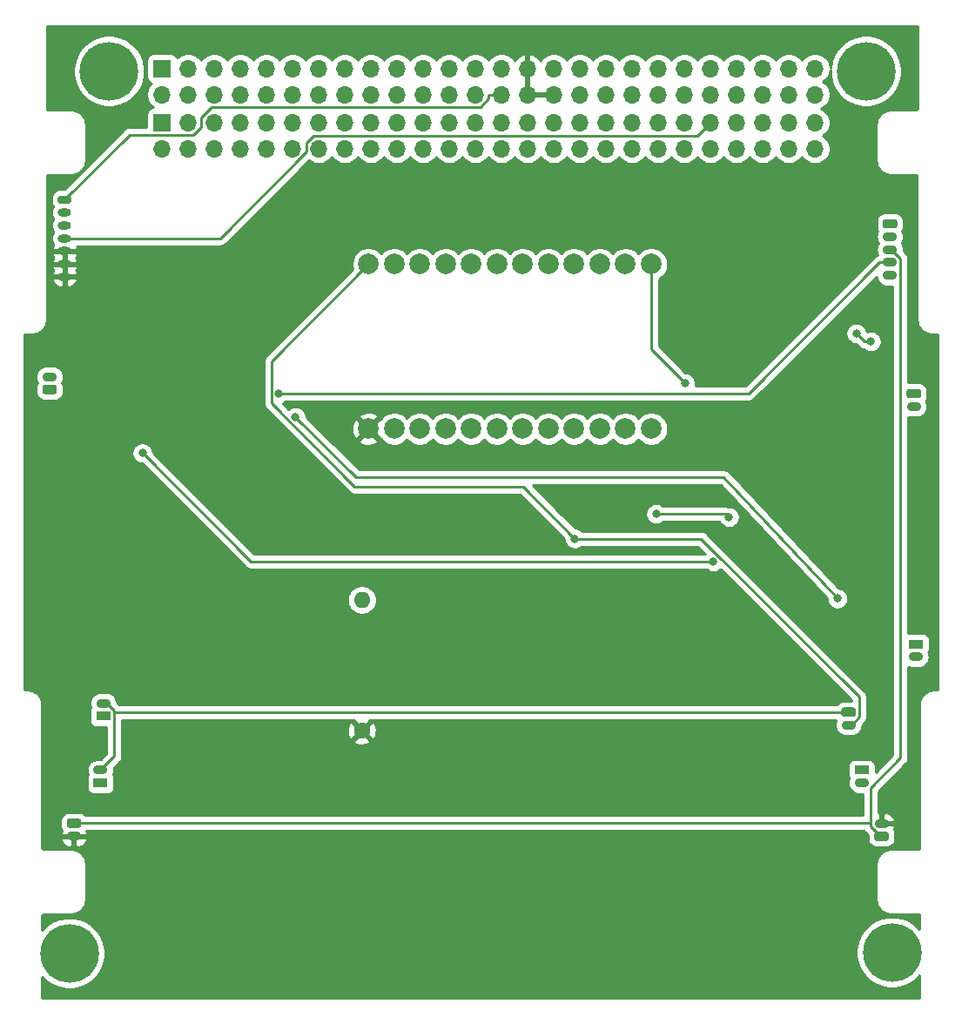
<source format=gbr>
%TF.GenerationSoftware,KiCad,Pcbnew,(5.1.12)-1*%
%TF.CreationDate,2022-07-05T07:26:00-06:00*%
%TF.ProjectId,RADSAT-SK Timer 2,52414453-4154-42d5-934b-2054696d6572,rev?*%
%TF.SameCoordinates,PX7735940PY2faf080*%
%TF.FileFunction,Copper,L2,Bot*%
%TF.FilePolarity,Positive*%
%FSLAX46Y46*%
G04 Gerber Fmt 4.6, Leading zero omitted, Abs format (unit mm)*
G04 Created by KiCad (PCBNEW (5.1.12)-1) date 2022-07-05 07:26:00*
%MOMM*%
%LPD*%
G01*
G04 APERTURE LIST*
%TA.AperFunction,ComponentPad*%
%ADD10O,1.600000X1.600000*%
%TD*%
%TA.AperFunction,ComponentPad*%
%ADD11C,1.600000*%
%TD*%
%TA.AperFunction,ComponentPad*%
%ADD12C,2.000000*%
%TD*%
%TA.AperFunction,ComponentPad*%
%ADD13O,1.400000X0.900000*%
%TD*%
%TA.AperFunction,ComponentPad*%
%ADD14O,1.700000X1.700000*%
%TD*%
%TA.AperFunction,ComponentPad*%
%ADD15R,1.700000X1.700000*%
%TD*%
%TA.AperFunction,ConnectorPad*%
%ADD16C,5.700000*%
%TD*%
%TA.AperFunction,ComponentPad*%
%ADD17C,3.600000*%
%TD*%
%TA.AperFunction,ComponentPad*%
%ADD18O,1.300000X0.800000*%
%TD*%
%TA.AperFunction,ComponentPad*%
%ADD19R,1.400000X0.900000*%
%TD*%
%TA.AperFunction,ViaPad*%
%ADD20C,0.800000*%
%TD*%
%TA.AperFunction,Conductor*%
%ADD21C,0.250000*%
%TD*%
%TA.AperFunction,Conductor*%
%ADD22C,0.254000*%
%TD*%
%TA.AperFunction,Conductor*%
%ADD23C,0.100000*%
%TD*%
G04 APERTURE END LIST*
D10*
%TO.P,R111,2*%
%TO.N,Net-(D102-Pad1)*%
X-56680000Y-56490000D03*
D11*
%TO.P,R111,1*%
%TO.N,GND*%
X-56680000Y-69190000D03*
%TD*%
D12*
%TO.P,U102,18*%
%TO.N,N/C*%
X-41040000Y-39850000D03*
%TO.P,U102,17*%
X-38540000Y-39850000D03*
%TO.P,U102,16*%
X-36040000Y-39850000D03*
%TO.P,U102,24*%
%TO.N,GND*%
X-56040000Y-39850000D03*
%TO.P,U102,15*%
%TO.N,N/C*%
X-33540000Y-39850000D03*
%TO.P,U102,14*%
X-31040000Y-39850000D03*
%TO.P,U102,23*%
X-53540000Y-39850000D03*
%TO.P,U102,20*%
X-46040000Y-39850000D03*
%TO.P,U102,22*%
X-51040000Y-39850000D03*
%TO.P,U102,21*%
X-48540000Y-39850000D03*
%TO.P,U102,19*%
X-43540000Y-39850000D03*
%TO.P,U102,13*%
%TO.N,Inhib_EN*%
X-28540000Y-39850000D03*
%TO.P,U102,12*%
%TO.N,+5V*%
X-28540000Y-23850000D03*
%TO.P,U102,11*%
%TO.N,N/C*%
X-31040000Y-23850000D03*
%TO.P,U102,10*%
X-33540000Y-23850000D03*
%TO.P,U102,9*%
X-36040000Y-23850000D03*
%TO.P,U102,8*%
X-38540000Y-23850000D03*
%TO.P,U102,7*%
X-41040000Y-23850000D03*
%TO.P,U102,6*%
X-43540000Y-23850000D03*
%TO.P,U102,5*%
X-46040000Y-23850000D03*
%TO.P,U102,4*%
X-48540000Y-23850000D03*
%TO.P,U102,3*%
X-51040000Y-23850000D03*
%TO.P,U102,2*%
X-53540000Y-23850000D03*
%TO.P,U102,1*%
%TO.N,B*%
X-56040000Y-23850000D03*
%TD*%
D13*
%TO.P,J202,5*%
%TO.N,Net-(BT201-Pad2)*%
X-5310000Y-24920000D03*
%TO.P,J202,4*%
%TO.N,InhibV+*%
X-5310000Y-23670000D03*
%TO.P,J202,3*%
%TO.N,Net-(J202-Pad3)*%
X-5310000Y-22420000D03*
%TO.P,J202,2*%
%TO.N,Net-(D204-Pad6)*%
X-5310000Y-21170000D03*
%TO.P,J202,1*%
%TO.N,USB_Charge*%
%TA.AperFunction,ComponentPad*%
G36*
G01*
X-5785000Y-19470000D02*
X-4835000Y-19470000D01*
G75*
G02*
X-4610000Y-19695000I0J-225000D01*
G01*
X-4610000Y-20145000D01*
G75*
G02*
X-4835000Y-20370000I-225000J0D01*
G01*
X-5785000Y-20370000D01*
G75*
G02*
X-6010000Y-20145000I0J225000D01*
G01*
X-6010000Y-19695000D01*
G75*
G02*
X-5785000Y-19470000I225000J0D01*
G01*
G37*
%TD.AperFunction*%
%TD*%
D14*
%TO.P,J207,52*%
%TO.N,N/C*%
X-12620000Y-7350000D03*
%TO.P,J207,51*%
X-12620000Y-4810000D03*
%TO.P,J207,50*%
X-15160000Y-7350000D03*
%TO.P,J207,49*%
X-15160000Y-4810000D03*
%TO.P,J207,48*%
X-17700000Y-7350000D03*
%TO.P,J207,47*%
X-17700000Y-4810000D03*
%TO.P,J207,46*%
X-20240000Y-7350000D03*
%TO.P,J207,45*%
X-20240000Y-4810000D03*
%TO.P,J207,44*%
X-22780000Y-7350000D03*
%TO.P,J207,43*%
X-22780000Y-4810000D03*
%TO.P,J207,42*%
X-25320000Y-7350000D03*
%TO.P,J207,41*%
X-25320000Y-4810000D03*
%TO.P,J207,40*%
X-27860000Y-7350000D03*
%TO.P,J207,39*%
X-27860000Y-4810000D03*
%TO.P,J207,38*%
X-30400000Y-7350000D03*
%TO.P,J207,37*%
X-30400000Y-4810000D03*
%TO.P,J207,36*%
X-32940000Y-7350000D03*
%TO.P,J207,35*%
X-32940000Y-4810000D03*
%TO.P,J207,34*%
X-35480000Y-7350000D03*
%TO.P,J207,33*%
X-35480000Y-4810000D03*
%TO.P,J207,32*%
%TO.N,GND*%
X-38020000Y-7350000D03*
%TO.P,J207,31*%
%TO.N,N/C*%
X-38020000Y-4810000D03*
%TO.P,J207,30*%
%TO.N,GND*%
X-40560000Y-7350000D03*
%TO.P,J207,29*%
X-40560000Y-4810000D03*
%TO.P,J207,28*%
%TO.N,+3V3*%
X-43100000Y-7350000D03*
%TO.P,J207,27*%
X-43100000Y-4810000D03*
%TO.P,J207,26*%
%TO.N,+5V*%
X-45640000Y-7350000D03*
%TO.P,J207,25*%
X-45640000Y-4810000D03*
%TO.P,J207,24*%
%TO.N,N/C*%
X-48180000Y-7350000D03*
%TO.P,J207,23*%
X-48180000Y-4810000D03*
%TO.P,J207,22*%
X-50720000Y-7350000D03*
%TO.P,J207,21*%
X-50720000Y-4810000D03*
%TO.P,J207,20*%
X-53260000Y-7350000D03*
%TO.P,J207,19*%
X-53260000Y-4810000D03*
%TO.P,J207,18*%
X-55800000Y-7350000D03*
%TO.P,J207,17*%
X-55800000Y-4810000D03*
%TO.P,J207,16*%
X-58340000Y-7350000D03*
%TO.P,J207,15*%
X-58340000Y-4810000D03*
%TO.P,J207,14*%
X-60880000Y-7350000D03*
%TO.P,J207,13*%
X-60880000Y-4810000D03*
%TO.P,J207,12*%
X-63420000Y-7350000D03*
%TO.P,J207,11*%
X-63420000Y-4810000D03*
%TO.P,J207,10*%
X-65960000Y-7350000D03*
%TO.P,J207,9*%
X-65960000Y-4810000D03*
%TO.P,J207,8*%
X-68500000Y-7350000D03*
%TO.P,J207,7*%
X-68500000Y-4810000D03*
%TO.P,J207,6*%
X-71040000Y-7350000D03*
%TO.P,J207,5*%
X-71040000Y-4810000D03*
%TO.P,J207,4*%
X-73580000Y-7350000D03*
%TO.P,J207,3*%
X-73580000Y-4810000D03*
%TO.P,J207,2*%
X-76120000Y-7350000D03*
D15*
%TO.P,J207,1*%
X-76120000Y-4810000D03*
%TD*%
D14*
%TO.P,J208,52*%
%TO.N,N/C*%
X-12620000Y-12620000D03*
%TO.P,J208,51*%
X-12620000Y-10080000D03*
%TO.P,J208,50*%
X-15160000Y-12620000D03*
%TO.P,J208,49*%
X-15160000Y-10080000D03*
%TO.P,J208,48*%
X-17700000Y-12620000D03*
%TO.P,J208,47*%
X-17700000Y-10080000D03*
%TO.P,J208,46*%
X-20240000Y-12620000D03*
%TO.P,J208,45*%
X-20240000Y-10080000D03*
%TO.P,J208,44*%
X-22780000Y-12620000D03*
%TO.P,J208,43*%
%TO.N,I2C_CLK*%
X-22780000Y-10080000D03*
%TO.P,J208,42*%
%TO.N,N/C*%
X-25320000Y-12620000D03*
%TO.P,J208,41*%
%TO.N,I2C_DATA*%
X-25320000Y-10080000D03*
%TO.P,J208,40*%
%TO.N,N/C*%
X-27860000Y-12620000D03*
%TO.P,J208,39*%
X-27860000Y-10080000D03*
%TO.P,J208,38*%
X-30400000Y-12620000D03*
%TO.P,J208,37*%
X-30400000Y-10080000D03*
%TO.P,J208,36*%
X-32940000Y-12620000D03*
%TO.P,J208,35*%
X-32940000Y-10080000D03*
%TO.P,J208,34*%
X-35480000Y-12620000D03*
%TO.P,J208,33*%
X-35480000Y-10080000D03*
%TO.P,J208,32*%
%TO.N,USB_Charge*%
X-38020000Y-12620000D03*
%TO.P,J208,31*%
%TO.N,N/C*%
X-38020000Y-10080000D03*
%TO.P,J208,30*%
X-40560000Y-12620000D03*
%TO.P,J208,29*%
X-40560000Y-10080000D03*
%TO.P,J208,28*%
X-43100000Y-12620000D03*
%TO.P,J208,27*%
X-43100000Y-10080000D03*
%TO.P,J208,26*%
X-45640000Y-12620000D03*
%TO.P,J208,25*%
X-45640000Y-10080000D03*
%TO.P,J208,24*%
X-48180000Y-12620000D03*
%TO.P,J208,23*%
X-48180000Y-10080000D03*
%TO.P,J208,22*%
X-50720000Y-12620000D03*
%TO.P,J208,21*%
X-50720000Y-10080000D03*
%TO.P,J208,20*%
X-53260000Y-12620000D03*
%TO.P,J208,19*%
X-53260000Y-10080000D03*
%TO.P,J208,18*%
X-55800000Y-12620000D03*
%TO.P,J208,17*%
X-55800000Y-10080000D03*
%TO.P,J208,16*%
X-58340000Y-12620000D03*
%TO.P,J208,15*%
X-58340000Y-10080000D03*
%TO.P,J208,14*%
X-60880000Y-12620000D03*
%TO.P,J208,13*%
X-60880000Y-10080000D03*
%TO.P,J208,12*%
X-63420000Y-12620000D03*
%TO.P,J208,11*%
X-63420000Y-10080000D03*
%TO.P,J208,10*%
X-65960000Y-12620000D03*
%TO.P,J208,9*%
X-65960000Y-10080000D03*
%TO.P,J208,8*%
X-68500000Y-12620000D03*
%TO.P,J208,7*%
X-68500000Y-10080000D03*
%TO.P,J208,6*%
X-71040000Y-12620000D03*
%TO.P,J208,5*%
X-71040000Y-10080000D03*
%TO.P,J208,4*%
X-73580000Y-12620000D03*
%TO.P,J208,3*%
X-73580000Y-10080000D03*
%TO.P,J208,2*%
X-76120000Y-12620000D03*
D15*
%TO.P,J208,1*%
X-76120000Y-10080000D03*
%TD*%
D16*
%TO.P,H102,1*%
%TO.N,N/C*%
X-7650000Y-5070000D03*
D17*
X-7650000Y-5070000D03*
%TD*%
%TO.P,J201,1*%
%TO.N,+3V3*%
%TA.AperFunction,ComponentPad*%
G36*
G01*
X-86040000Y-17170000D02*
X-85140000Y-17170000D01*
G75*
G02*
X-84940000Y-17370000I0J-200000D01*
G01*
X-84940000Y-17770000D01*
G75*
G02*
X-85140000Y-17970000I-200000J0D01*
G01*
X-86040000Y-17970000D01*
G75*
G02*
X-86240000Y-17770000I0J200000D01*
G01*
X-86240000Y-17370000D01*
G75*
G02*
X-86040000Y-17170000I200000J0D01*
G01*
G37*
%TD.AperFunction*%
D18*
%TO.P,J201,2*%
X-85590000Y-18820000D03*
%TO.P,J201,3*%
%TO.N,I2C_DATA*%
X-85590000Y-20070000D03*
%TO.P,J201,4*%
%TO.N,I2C_CLK*%
X-85590000Y-21320000D03*
%TO.P,J201,5*%
%TO.N,GND*%
X-85590000Y-22570000D03*
%TO.P,J201,6*%
X-85590000Y-23820000D03*
%TO.P,J201,7*%
X-85590000Y-25070000D03*
%TD*%
%TO.P,SW201,1*%
%TO.N,Net-(SW201-Pad1)*%
%TA.AperFunction,ComponentPad*%
G36*
G01*
X-9815000Y-66950000D02*
X-8865000Y-66950000D01*
G75*
G02*
X-8640000Y-67175000I0J-225000D01*
G01*
X-8640000Y-67625000D01*
G75*
G02*
X-8865000Y-67850000I-225000J0D01*
G01*
X-9815000Y-67850000D01*
G75*
G02*
X-10040000Y-67625000I0J225000D01*
G01*
X-10040000Y-67175000D01*
G75*
G02*
X-9815000Y-66950000I225000J0D01*
G01*
G37*
%TD.AperFunction*%
D13*
%TO.P,SW201,2*%
%TO.N,B*%
X-9340000Y-68650000D03*
%TD*%
D16*
%TO.P,H103,1*%
%TO.N,N/C*%
X-5120000Y-90760000D03*
D17*
X-5120000Y-90760000D03*
%TD*%
D13*
%TO.P,SW206,2*%
%TO.N,GND*%
X-6140000Y-78220000D03*
%TO.P,SW206,1*%
%TO.N,Net-(J202-Pad3)*%
%TA.AperFunction,ComponentPad*%
G36*
G01*
X-5665000Y-79920000D02*
X-6615000Y-79920000D01*
G75*
G02*
X-6840000Y-79695000I0J225000D01*
G01*
X-6840000Y-79245000D01*
G75*
G02*
X-6615000Y-79020000I225000J0D01*
G01*
X-5665000Y-79020000D01*
G75*
G02*
X-5440000Y-79245000I0J-225000D01*
G01*
X-5440000Y-79695000D01*
G75*
G02*
X-5665000Y-79920000I-225000J0D01*
G01*
G37*
%TD.AperFunction*%
%TD*%
D19*
%TO.P,SW202,1*%
%TO.N,Net-(SW201-Pad1)*%
X-8060000Y-73040000D03*
D13*
%TO.P,SW202,2*%
%TO.N,B*%
X-8060000Y-74290000D03*
%TD*%
%TO.P,J205,2*%
%TO.N,Net-(J205-Pad2)*%
X-2996000Y-37672800D03*
%TO.P,J205,1*%
%TO.N,Net-(J205-Pad1)*%
%TA.AperFunction,ComponentPad*%
G36*
G01*
X-3471000Y-35972800D02*
X-2521000Y-35972800D01*
G75*
G02*
X-2296000Y-36197800I0J-225000D01*
G01*
X-2296000Y-36647800D01*
G75*
G02*
X-2521000Y-36872800I-225000J0D01*
G01*
X-3471000Y-36872800D01*
G75*
G02*
X-3696000Y-36647800I0J225000D01*
G01*
X-3696000Y-36197800D01*
G75*
G02*
X-3471000Y-35972800I225000J0D01*
G01*
G37*
%TD.AperFunction*%
%TD*%
%TO.P,SW204,2*%
%TO.N,Net-(SW201-Pad1)*%
X-82090000Y-73040000D03*
D19*
%TO.P,SW204,1*%
%TO.N,A*%
X-82090000Y-74290000D03*
%TD*%
D13*
%TO.P,SW203,2*%
%TO.N,Net-(SW201-Pad1)*%
X-81820000Y-66530000D03*
D19*
%TO.P,SW203,1*%
%TO.N,A*%
X-81820000Y-67780000D03*
%TD*%
D13*
%TO.P,SW205,2*%
%TO.N,GND*%
X-84680000Y-79460000D03*
%TO.P,SW205,1*%
%TO.N,Net-(J202-Pad3)*%
%TA.AperFunction,ComponentPad*%
G36*
G01*
X-85155000Y-77760000D02*
X-84205000Y-77760000D01*
G75*
G02*
X-83980000Y-77985000I0J-225000D01*
G01*
X-83980000Y-78435000D01*
G75*
G02*
X-84205000Y-78660000I-225000J0D01*
G01*
X-85155000Y-78660000D01*
G75*
G02*
X-85380000Y-78435000I0J225000D01*
G01*
X-85380000Y-77985000D01*
G75*
G02*
X-85155000Y-77760000I225000J0D01*
G01*
G37*
%TD.AperFunction*%
%TD*%
D16*
%TO.P,H104,1*%
%TO.N,N/C*%
X-85120000Y-90860000D03*
D17*
X-85120000Y-90860000D03*
%TD*%
%TO.P,J206,1*%
%TO.N,Net-(J206-Pad1)*%
%TA.AperFunction,ComponentPad*%
G36*
G01*
X-86564700Y-36484900D02*
X-87514700Y-36484900D01*
G75*
G02*
X-87739700Y-36259900I0J225000D01*
G01*
X-87739700Y-35809900D01*
G75*
G02*
X-87514700Y-35584900I225000J0D01*
G01*
X-86564700Y-35584900D01*
G75*
G02*
X-86339700Y-35809900I0J-225000D01*
G01*
X-86339700Y-36259900D01*
G75*
G02*
X-86564700Y-36484900I-225000J0D01*
G01*
G37*
%TD.AperFunction*%
D13*
%TO.P,J206,2*%
%TO.N,Net-(J206-Pad2)*%
X-87039700Y-34784900D03*
%TD*%
%TO.P,J204,2*%
%TO.N,Net-(J204-Pad2)*%
X-2808000Y-62027000D03*
D19*
%TO.P,J204,1*%
%TO.N,Net-(J204-Pad1)*%
X-2808000Y-60777000D03*
%TD*%
D16*
%TO.P,H101,1*%
%TO.N,N/C*%
X-81270000Y-5070000D03*
D17*
X-81270000Y-5070000D03*
%TD*%
D20*
%TO.N,InhibV+*%
X-64730200Y-36414200D03*
%TO.N,Net-(Q204-Pad1)*%
X-63129600Y-38700000D03*
X-10429000Y-56351000D03*
%TO.N,Net-(Q206-Pad1)*%
X-22483800Y-52767100D03*
X-78020000Y-42210000D03*
%TO.N,B*%
X-35966800Y-50530900D03*
%TO.N,GND*%
X-61914800Y-49188900D03*
X-49117000Y-55392200D03*
X-69474500Y-47023900D03*
X-38330900Y-50698400D03*
X-67879000Y-56132800D03*
X-9721400Y-24630800D03*
X-37141500Y-58144400D03*
X-26800900Y-64162600D03*
X-79454300Y-60496800D03*
X-10136700Y-36186300D03*
X-80280000Y-36970000D03*
X-12570000Y-45450000D03*
X-35120000Y-64550000D03*
X-8330000Y-55160000D03*
X-57080000Y-70890000D03*
%TO.N,+5V*%
X-25258500Y-35390800D03*
%TO.N,/Inhib_in*%
X-20969900Y-48434500D03*
X-28066400Y-48121200D03*
%TO.N,Net-(Q205-Pad3)*%
X-7170000Y-31370000D03*
X-8580000Y-30570000D03*
%TD*%
D21*
%TO.N,I2C_CLK*%
X-85590000Y-21320000D02*
X-70457600Y-21320000D01*
X-70457600Y-21320000D02*
X-62055400Y-12917800D01*
X-62055400Y-12917800D02*
X-62055400Y-12035900D01*
X-62055400Y-12035900D02*
X-61369500Y-11350000D01*
X-61369500Y-11350000D02*
X-24050000Y-11350000D01*
X-24050000Y-11350000D02*
X-22780000Y-10080000D01*
%TO.N,InhibV+*%
X-5310000Y-23670000D02*
X-6335300Y-23670000D01*
X-64730200Y-36414200D02*
X-19079500Y-36414200D01*
X-19079500Y-36414200D02*
X-6335300Y-23670000D01*
%TO.N,Net-(Q204-Pad1)*%
X-57243200Y-44586400D02*
X-63129600Y-38700000D01*
X-21472600Y-44586400D02*
X-57243200Y-44586400D01*
X-10429000Y-56351000D02*
X-21472600Y-44586400D01*
%TO.N,Net-(Q206-Pad1)*%
X-67462300Y-52767100D02*
X-22483800Y-52767100D01*
X-78020000Y-42210000D02*
X-67462300Y-52767100D01*
%TO.N,B*%
X-56040000Y-23850000D02*
X-65458500Y-33268500D01*
X-65458500Y-33268500D02*
X-65458500Y-37396800D01*
X-65458500Y-37396800D02*
X-57380200Y-45475100D01*
X-57380200Y-45475100D02*
X-41022600Y-45475100D01*
X-41022600Y-45475100D02*
X-35966800Y-50530900D01*
X-9340000Y-68650000D02*
X-9080700Y-68650000D01*
X-9080700Y-68650000D02*
X-8295500Y-67864800D01*
X-8295500Y-67864800D02*
X-8295500Y-65927900D01*
X-8295500Y-65927900D02*
X-23692500Y-50530900D01*
X-23692500Y-50530900D02*
X-35966800Y-50530900D01*
%TO.N,Net-(J202-Pad3)*%
X-7209100Y-78210000D02*
X-7209100Y-74785700D01*
X-7209100Y-74785700D02*
X-4284600Y-71861200D01*
X-4284600Y-71861200D02*
X-4284600Y-23307600D01*
X-4284600Y-23307600D02*
X-5172200Y-22420000D01*
X-5172200Y-22420000D02*
X-5310000Y-22420000D01*
X-6140000Y-79470000D02*
X-6273800Y-79470000D01*
X-6273800Y-79470000D02*
X-7209100Y-78534700D01*
X-7209100Y-78534700D02*
X-7209100Y-78210000D01*
X-84680000Y-78210000D02*
X-7209100Y-78210000D01*
%TO.N,+5V*%
X-25258500Y-35390800D02*
X-28540000Y-32109300D01*
X-28540000Y-32109300D02*
X-28540000Y-23850000D01*
%TO.N,/Inhib_in*%
X-20969900Y-48434500D02*
X-21283200Y-48121200D01*
X-21283200Y-48121200D02*
X-28066400Y-48121200D01*
%TO.N,+3V3*%
X-43180000Y-7380000D02*
X-44355300Y-7380000D01*
X-85590000Y-17570000D02*
X-79275400Y-11255400D01*
X-79275400Y-11255400D02*
X-73054400Y-11255400D01*
X-73054400Y-11255400D02*
X-72310000Y-10511000D01*
X-72310000Y-10511000D02*
X-72310000Y-9607400D01*
X-72310000Y-9607400D02*
X-71257900Y-8555300D01*
X-71257900Y-8555300D02*
X-45163200Y-8555300D01*
X-45163200Y-8555300D02*
X-44355300Y-7747400D01*
X-44355300Y-7747400D02*
X-44355300Y-7380000D01*
%TO.N,Net-(SW201-Pad1)*%
X-80742500Y-67400000D02*
X-80742500Y-71692500D01*
X-80742500Y-71692500D02*
X-82090000Y-73040000D01*
X-81820000Y-66530000D02*
X-81441700Y-66530000D01*
X-81441700Y-66530000D02*
X-80742500Y-67229200D01*
X-80742500Y-67229200D02*
X-80742500Y-67400000D01*
X-80742500Y-67400000D02*
X-9340000Y-67400000D01*
%TO.N,Net-(Q205-Pad3)*%
X-7780000Y-31370000D02*
X-8580000Y-30570000D01*
X-7170000Y-31370000D02*
X-7780000Y-31370000D01*
%TD*%
D22*
%TO.N,GND*%
X-2659999Y-8717709D02*
X-2664819Y-8766868D01*
X-2669717Y-8783091D01*
X-2677674Y-8798055D01*
X-2688385Y-8811188D01*
X-2701441Y-8821989D01*
X-2716348Y-8830049D01*
X-2732541Y-8835062D01*
X-2779525Y-8840000D01*
X-5282419Y-8840000D01*
X-5310501Y-8842766D01*
X-5315057Y-8842734D01*
X-5324228Y-8843634D01*
X-5469800Y-8858935D01*
X-5528383Y-8870961D01*
X-5587152Y-8882171D01*
X-5595974Y-8884835D01*
X-5735803Y-8928119D01*
X-5790933Y-8951294D01*
X-5846412Y-8973708D01*
X-5854549Y-8978035D01*
X-5983306Y-9047654D01*
X-6032863Y-9081081D01*
X-6082953Y-9113858D01*
X-6090094Y-9119683D01*
X-6202877Y-9212985D01*
X-6244999Y-9255402D01*
X-6287768Y-9297284D01*
X-6293641Y-9304385D01*
X-6386154Y-9417816D01*
X-6419246Y-9467625D01*
X-6453053Y-9516997D01*
X-6457436Y-9525103D01*
X-6526155Y-9654345D01*
X-6548945Y-9709638D01*
X-6572517Y-9764636D01*
X-6575242Y-9773440D01*
X-6617548Y-9913566D01*
X-6629164Y-9972232D01*
X-6641603Y-10030753D01*
X-6642566Y-10039917D01*
X-6656850Y-10185594D01*
X-6656850Y-10185599D01*
X-6660000Y-10217582D01*
X-6659999Y-13782419D01*
X-6657234Y-13810492D01*
X-6657266Y-13815057D01*
X-6656366Y-13824228D01*
X-6641065Y-13969800D01*
X-6629046Y-14028352D01*
X-6617829Y-14087152D01*
X-6615165Y-14095974D01*
X-6571881Y-14235803D01*
X-6548706Y-14290933D01*
X-6526292Y-14346412D01*
X-6521965Y-14354548D01*
X-6452347Y-14483306D01*
X-6418902Y-14532890D01*
X-6386142Y-14582953D01*
X-6380317Y-14590094D01*
X-6287015Y-14702877D01*
X-6244579Y-14745018D01*
X-6202716Y-14787767D01*
X-6195616Y-14793641D01*
X-6082184Y-14886154D01*
X-6032375Y-14919246D01*
X-5983003Y-14953053D01*
X-5974896Y-14957436D01*
X-5845655Y-15026155D01*
X-5790374Y-15048940D01*
X-5735364Y-15072517D01*
X-5726561Y-15075242D01*
X-5586434Y-15117548D01*
X-5527768Y-15129164D01*
X-5469247Y-15141603D01*
X-5460082Y-15142566D01*
X-5314406Y-15156850D01*
X-5314402Y-15156850D01*
X-5282419Y-15160000D01*
X-2802281Y-15160000D01*
X-2753133Y-15164819D01*
X-2736908Y-15169718D01*
X-2721947Y-15177672D01*
X-2708811Y-15188386D01*
X-2698012Y-15201441D01*
X-2689951Y-15216349D01*
X-2684938Y-15232541D01*
X-2680000Y-15279525D01*
X-2679999Y-29282419D01*
X-2677234Y-29310492D01*
X-2677266Y-29315057D01*
X-2676366Y-29324228D01*
X-2661065Y-29469800D01*
X-2649046Y-29528352D01*
X-2637829Y-29587152D01*
X-2635165Y-29595974D01*
X-2591881Y-29735803D01*
X-2568706Y-29790933D01*
X-2546292Y-29846412D01*
X-2541965Y-29854548D01*
X-2472347Y-29983306D01*
X-2438902Y-30032890D01*
X-2406142Y-30082953D01*
X-2400317Y-30090094D01*
X-2307015Y-30202877D01*
X-2264579Y-30245018D01*
X-2222716Y-30287767D01*
X-2215616Y-30293641D01*
X-2102184Y-30386154D01*
X-2052375Y-30419246D01*
X-2003003Y-30453053D01*
X-1994896Y-30457436D01*
X-1865655Y-30526155D01*
X-1810374Y-30548940D01*
X-1755364Y-30572517D01*
X-1746561Y-30575242D01*
X-1606434Y-30617548D01*
X-1547768Y-30629164D01*
X-1489247Y-30641603D01*
X-1480082Y-30642566D01*
X-1334406Y-30656850D01*
X-1334402Y-30656850D01*
X-1302419Y-30660000D01*
X-782281Y-30660000D01*
X-733133Y-30664819D01*
X-716908Y-30669718D01*
X-701947Y-30677672D01*
X-688811Y-30688386D01*
X-678012Y-30701441D01*
X-669951Y-30716349D01*
X-664938Y-30732541D01*
X-660000Y-30779525D01*
X-659999Y-65107708D01*
X-664819Y-65156868D01*
X-669717Y-65173091D01*
X-677674Y-65188055D01*
X-688385Y-65201188D01*
X-701441Y-65211989D01*
X-716348Y-65220049D01*
X-732541Y-65225062D01*
X-779525Y-65230000D01*
X-1082419Y-65230000D01*
X-1110501Y-65232766D01*
X-1115057Y-65232734D01*
X-1124228Y-65233634D01*
X-1269800Y-65248935D01*
X-1328383Y-65260961D01*
X-1387152Y-65272171D01*
X-1395974Y-65274835D01*
X-1535803Y-65318119D01*
X-1590933Y-65341294D01*
X-1646412Y-65363708D01*
X-1654549Y-65368035D01*
X-1783306Y-65437654D01*
X-1832863Y-65471081D01*
X-1882953Y-65503858D01*
X-1890094Y-65509683D01*
X-2002877Y-65602985D01*
X-2044999Y-65645402D01*
X-2087768Y-65687284D01*
X-2093641Y-65694385D01*
X-2186154Y-65807816D01*
X-2219246Y-65857625D01*
X-2253053Y-65906997D01*
X-2257436Y-65915103D01*
X-2326155Y-66044345D01*
X-2348945Y-66099638D01*
X-2372517Y-66154636D01*
X-2375242Y-66163440D01*
X-2417548Y-66303566D01*
X-2429164Y-66362232D01*
X-2441603Y-66420753D01*
X-2442566Y-66429917D01*
X-2456850Y-66575594D01*
X-2456850Y-66575599D01*
X-2460000Y-66607582D01*
X-2459999Y-80607708D01*
X-2464819Y-80656868D01*
X-2469717Y-80673091D01*
X-2477674Y-80688055D01*
X-2488385Y-80701188D01*
X-2501441Y-80711989D01*
X-2516348Y-80720049D01*
X-2532541Y-80725062D01*
X-2579525Y-80730000D01*
X-5282419Y-80730000D01*
X-5310501Y-80732766D01*
X-5315057Y-80732734D01*
X-5324228Y-80733634D01*
X-5469800Y-80748935D01*
X-5528383Y-80760961D01*
X-5587152Y-80772171D01*
X-5595974Y-80774835D01*
X-5735803Y-80818119D01*
X-5790933Y-80841294D01*
X-5846412Y-80863708D01*
X-5854549Y-80868035D01*
X-5983306Y-80937654D01*
X-6032863Y-80971081D01*
X-6082953Y-81003858D01*
X-6090094Y-81009683D01*
X-6202877Y-81102985D01*
X-6244999Y-81145402D01*
X-6287768Y-81187284D01*
X-6293641Y-81194385D01*
X-6386154Y-81307816D01*
X-6419246Y-81357625D01*
X-6453053Y-81406997D01*
X-6457436Y-81415103D01*
X-6526155Y-81544345D01*
X-6548945Y-81599638D01*
X-6572517Y-81654636D01*
X-6575242Y-81663440D01*
X-6617548Y-81803566D01*
X-6629164Y-81862232D01*
X-6641603Y-81920753D01*
X-6642566Y-81929917D01*
X-6656850Y-82075594D01*
X-6656850Y-82075599D01*
X-6660000Y-82107582D01*
X-6659999Y-85672419D01*
X-6657234Y-85700492D01*
X-6657266Y-85705057D01*
X-6656366Y-85714228D01*
X-6641065Y-85859800D01*
X-6629046Y-85918352D01*
X-6617829Y-85977152D01*
X-6615165Y-85985974D01*
X-6571881Y-86125803D01*
X-6548706Y-86180933D01*
X-6526292Y-86236412D01*
X-6521965Y-86244548D01*
X-6452347Y-86373306D01*
X-6418902Y-86422890D01*
X-6386142Y-86472953D01*
X-6380317Y-86480094D01*
X-6287015Y-86592877D01*
X-6244579Y-86635018D01*
X-6202716Y-86677767D01*
X-6195616Y-86683641D01*
X-6082184Y-86776154D01*
X-6032375Y-86809246D01*
X-5983003Y-86843053D01*
X-5974896Y-86847436D01*
X-5845655Y-86916155D01*
X-5790374Y-86938940D01*
X-5735364Y-86962517D01*
X-5726561Y-86965242D01*
X-5586434Y-87007548D01*
X-5527768Y-87019164D01*
X-5469247Y-87031603D01*
X-5460082Y-87032566D01*
X-5314406Y-87046850D01*
X-5314402Y-87046850D01*
X-5282419Y-87050000D01*
X-2582281Y-87050000D01*
X-2533133Y-87054819D01*
X-2516908Y-87059718D01*
X-2501947Y-87067672D01*
X-2488811Y-87078386D01*
X-2478012Y-87091441D01*
X-2469951Y-87106349D01*
X-2464938Y-87122541D01*
X-2460000Y-87169525D01*
X-2460000Y-88491466D01*
X-2898442Y-88053024D01*
X-3469234Y-87671633D01*
X-4103463Y-87408927D01*
X-4776758Y-87275000D01*
X-5463242Y-87275000D01*
X-6136537Y-87408927D01*
X-6770766Y-87671633D01*
X-7341558Y-88053024D01*
X-7826976Y-88538442D01*
X-8208367Y-89109234D01*
X-8471073Y-89743463D01*
X-8605000Y-90416758D01*
X-8605000Y-91103242D01*
X-8471073Y-91776537D01*
X-8208367Y-92410766D01*
X-7826976Y-92981558D01*
X-7341558Y-93466976D01*
X-6770766Y-93848367D01*
X-6136537Y-94111073D01*
X-5463242Y-94245000D01*
X-4776758Y-94245000D01*
X-4103463Y-94111073D01*
X-3469234Y-93848367D01*
X-2898442Y-93466976D01*
X-2459999Y-93028533D01*
X-2459999Y-95230000D01*
X-87760000Y-95230000D01*
X-87760000Y-93148534D01*
X-87341558Y-93566976D01*
X-86770766Y-93948367D01*
X-86136537Y-94211073D01*
X-85463242Y-94345000D01*
X-84776758Y-94345000D01*
X-84103463Y-94211073D01*
X-83469234Y-93948367D01*
X-82898442Y-93566976D01*
X-82413024Y-93081558D01*
X-82031633Y-92510766D01*
X-81768927Y-91876537D01*
X-81635000Y-91203242D01*
X-81635000Y-90516758D01*
X-81768927Y-89843463D01*
X-82031633Y-89209234D01*
X-82413024Y-88638442D01*
X-82898442Y-88153024D01*
X-83469234Y-87771633D01*
X-84103463Y-87508927D01*
X-84776758Y-87375000D01*
X-85463242Y-87375000D01*
X-86136537Y-87508927D01*
X-86770766Y-87771633D01*
X-87341558Y-88153024D01*
X-87760000Y-88571466D01*
X-87760000Y-87172281D01*
X-87755181Y-87123133D01*
X-87750282Y-87106908D01*
X-87742328Y-87091947D01*
X-87731614Y-87078811D01*
X-87718559Y-87068012D01*
X-87703651Y-87059951D01*
X-87687459Y-87054938D01*
X-87640475Y-87050000D01*
X-84887581Y-87050000D01*
X-84859499Y-87047234D01*
X-84854943Y-87047266D01*
X-84845772Y-87046366D01*
X-84700200Y-87031065D01*
X-84641648Y-87019046D01*
X-84582848Y-87007829D01*
X-84574026Y-87005165D01*
X-84434197Y-86961881D01*
X-84379067Y-86938706D01*
X-84323588Y-86916292D01*
X-84315452Y-86911965D01*
X-84186694Y-86842347D01*
X-84137110Y-86808902D01*
X-84087047Y-86776142D01*
X-84079906Y-86770317D01*
X-83967123Y-86677015D01*
X-83924982Y-86634579D01*
X-83882233Y-86592716D01*
X-83876359Y-86585616D01*
X-83783846Y-86472184D01*
X-83750754Y-86422375D01*
X-83716947Y-86373003D01*
X-83712564Y-86364896D01*
X-83643845Y-86235655D01*
X-83621060Y-86180374D01*
X-83597483Y-86125364D01*
X-83594758Y-86116561D01*
X-83552452Y-85976434D01*
X-83540836Y-85917768D01*
X-83528397Y-85859247D01*
X-83527434Y-85850082D01*
X-83513150Y-85704406D01*
X-83513150Y-85704402D01*
X-83510000Y-85672419D01*
X-83510000Y-82107581D01*
X-83512766Y-82079499D01*
X-83512734Y-82074943D01*
X-83513634Y-82065772D01*
X-83528935Y-81920200D01*
X-83540961Y-81861617D01*
X-83552171Y-81802848D01*
X-83554835Y-81794026D01*
X-83598119Y-81654197D01*
X-83621294Y-81599067D01*
X-83643708Y-81543588D01*
X-83648035Y-81535451D01*
X-83717654Y-81406694D01*
X-83751081Y-81357137D01*
X-83783858Y-81307047D01*
X-83789683Y-81299906D01*
X-83882985Y-81187123D01*
X-83925402Y-81145001D01*
X-83967284Y-81102232D01*
X-83974385Y-81096359D01*
X-84087816Y-81003846D01*
X-84137625Y-80970754D01*
X-84186997Y-80936947D01*
X-84195103Y-80932564D01*
X-84324345Y-80863845D01*
X-84379638Y-80841055D01*
X-84434636Y-80817483D01*
X-84443440Y-80814758D01*
X-84583566Y-80772452D01*
X-84642232Y-80760836D01*
X-84700753Y-80748397D01*
X-84709917Y-80747434D01*
X-84855594Y-80733150D01*
X-84855598Y-80733150D01*
X-84887581Y-80730000D01*
X-87637719Y-80730000D01*
X-87686868Y-80725181D01*
X-87703091Y-80720283D01*
X-87718055Y-80712326D01*
X-87731188Y-80701615D01*
X-87741989Y-80688559D01*
X-87750049Y-80673652D01*
X-87755062Y-80657459D01*
X-87760000Y-80610475D01*
X-87760000Y-79754001D01*
X-85974408Y-79754001D01*
X-85963279Y-79834563D01*
X-85870351Y-80028949D01*
X-85741286Y-80201470D01*
X-85581044Y-80345497D01*
X-85395782Y-80455495D01*
X-85192621Y-80527236D01*
X-84979367Y-80557964D01*
X-84807000Y-80393419D01*
X-84807000Y-79587000D01*
X-84553000Y-79587000D01*
X-84553000Y-80393419D01*
X-84380633Y-80557964D01*
X-84167379Y-80527236D01*
X-83964218Y-80455495D01*
X-83778956Y-80345497D01*
X-83618714Y-80201470D01*
X-83489649Y-80028949D01*
X-83396721Y-79834563D01*
X-83385592Y-79754001D01*
X-83512498Y-79587000D01*
X-84553000Y-79587000D01*
X-84807000Y-79587000D01*
X-85847502Y-79587000D01*
X-85974408Y-79754001D01*
X-87760000Y-79754001D01*
X-87760000Y-77985000D01*
X-86018072Y-77985000D01*
X-86018072Y-78435000D01*
X-86001488Y-78603377D01*
X-85952375Y-78765283D01*
X-85877338Y-78905666D01*
X-85963279Y-79085437D01*
X-85974408Y-79165999D01*
X-85847502Y-79333000D01*
X-84807000Y-79333000D01*
X-84807000Y-79313000D01*
X-84553000Y-79313000D01*
X-84553000Y-79333000D01*
X-83512498Y-79333000D01*
X-83385592Y-79165999D01*
X-83396721Y-79085437D01*
X-83451907Y-78970000D01*
X-7835027Y-78970000D01*
X-7804229Y-79007526D01*
X-7749101Y-79074701D01*
X-7720098Y-79098504D01*
X-7478072Y-79340529D01*
X-7478072Y-79695000D01*
X-7461488Y-79863377D01*
X-7412375Y-80025283D01*
X-7332618Y-80174497D01*
X-7225284Y-80305284D01*
X-7094497Y-80412618D01*
X-6945283Y-80492375D01*
X-6783377Y-80541488D01*
X-6615000Y-80558072D01*
X-5665000Y-80558072D01*
X-5496623Y-80541488D01*
X-5334717Y-80492375D01*
X-5185503Y-80412618D01*
X-5054716Y-80305284D01*
X-4947382Y-80174497D01*
X-4867625Y-80025283D01*
X-4818512Y-79863377D01*
X-4801928Y-79695000D01*
X-4801928Y-79245000D01*
X-4818512Y-79076623D01*
X-4867625Y-78914717D01*
X-4942662Y-78774334D01*
X-4856721Y-78594563D01*
X-4845592Y-78514001D01*
X-4972498Y-78347000D01*
X-6013000Y-78347000D01*
X-6013000Y-78367000D01*
X-6267000Y-78367000D01*
X-6267000Y-78347000D01*
X-6287000Y-78347000D01*
X-6287000Y-78093000D01*
X-6267000Y-78093000D01*
X-6267000Y-77286581D01*
X-6013000Y-77286581D01*
X-6013000Y-78093000D01*
X-4972498Y-78093000D01*
X-4845592Y-77925999D01*
X-4856721Y-77845437D01*
X-4949649Y-77651051D01*
X-5078714Y-77478530D01*
X-5238956Y-77334503D01*
X-5424218Y-77224505D01*
X-5627379Y-77152764D01*
X-5840633Y-77122036D01*
X-6013000Y-77286581D01*
X-6267000Y-77286581D01*
X-6439367Y-77122036D01*
X-6449100Y-77123438D01*
X-6449100Y-75100501D01*
X-3773596Y-72424998D01*
X-3744599Y-72401201D01*
X-3649626Y-72285476D01*
X-3579054Y-72153447D01*
X-3535597Y-72010186D01*
X-3524600Y-71898533D01*
X-3524600Y-71898532D01*
X-3520923Y-71861200D01*
X-3524600Y-71823867D01*
X-3524600Y-63007865D01*
X-3475220Y-63034259D01*
X-3270697Y-63096300D01*
X-3111294Y-63112000D01*
X-2504706Y-63112000D01*
X-2345303Y-63096300D01*
X-2140780Y-63034259D01*
X-1952290Y-62933509D01*
X-1787078Y-62797922D01*
X-1651491Y-62632710D01*
X-1550741Y-62444220D01*
X-1488700Y-62239697D01*
X-1467751Y-62027000D01*
X-1488700Y-61814303D01*
X-1550741Y-61609780D01*
X-1571662Y-61570640D01*
X-1518498Y-61471180D01*
X-1482188Y-61351482D01*
X-1469928Y-61227000D01*
X-1469928Y-60327000D01*
X-1482188Y-60202518D01*
X-1518498Y-60082820D01*
X-1577463Y-59972506D01*
X-1656815Y-59875815D01*
X-1753506Y-59796463D01*
X-1863820Y-59737498D01*
X-1983518Y-59701188D01*
X-2108000Y-59688928D01*
X-3508000Y-59688928D01*
X-3524600Y-59690563D01*
X-3524600Y-38722109D01*
X-3458697Y-38742100D01*
X-3299294Y-38757800D01*
X-2692706Y-38757800D01*
X-2533303Y-38742100D01*
X-2328780Y-38680059D01*
X-2140290Y-38579309D01*
X-1975078Y-38443722D01*
X-1839491Y-38278510D01*
X-1738741Y-38090020D01*
X-1676700Y-37885497D01*
X-1655751Y-37672800D01*
X-1676700Y-37460103D01*
X-1738741Y-37255580D01*
X-1805761Y-37130195D01*
X-1803382Y-37127297D01*
X-1723625Y-36978083D01*
X-1674512Y-36816177D01*
X-1657928Y-36647800D01*
X-1657928Y-36197800D01*
X-1674512Y-36029423D01*
X-1723625Y-35867517D01*
X-1803382Y-35718303D01*
X-1910716Y-35587516D01*
X-2041503Y-35480182D01*
X-2190717Y-35400425D01*
X-2352623Y-35351312D01*
X-2521000Y-35334728D01*
X-3471000Y-35334728D01*
X-3524600Y-35340007D01*
X-3524600Y-23344923D01*
X-3520924Y-23307600D01*
X-3524600Y-23270277D01*
X-3524600Y-23270267D01*
X-3535597Y-23158614D01*
X-3579054Y-23015353D01*
X-3606260Y-22964454D01*
X-3649626Y-22883323D01*
X-3720801Y-22796597D01*
X-3744599Y-22767599D01*
X-3773597Y-22743801D01*
X-3981196Y-22536202D01*
X-3969751Y-22420000D01*
X-3990700Y-22207303D01*
X-4052741Y-22002780D01*
X-4153491Y-21814290D01*
X-4169322Y-21795000D01*
X-4153491Y-21775710D01*
X-4052741Y-21587220D01*
X-3990700Y-21382697D01*
X-3969751Y-21170000D01*
X-3990700Y-20957303D01*
X-4052741Y-20752780D01*
X-4119761Y-20627395D01*
X-4117382Y-20624497D01*
X-4037625Y-20475283D01*
X-3988512Y-20313377D01*
X-3971928Y-20145000D01*
X-3971928Y-19695000D01*
X-3988512Y-19526623D01*
X-4037625Y-19364717D01*
X-4117382Y-19215503D01*
X-4224716Y-19084716D01*
X-4355503Y-18977382D01*
X-4504717Y-18897625D01*
X-4666623Y-18848512D01*
X-4835000Y-18831928D01*
X-5785000Y-18831928D01*
X-5953377Y-18848512D01*
X-6115283Y-18897625D01*
X-6264497Y-18977382D01*
X-6395284Y-19084716D01*
X-6502618Y-19215503D01*
X-6582375Y-19364717D01*
X-6631488Y-19526623D01*
X-6648072Y-19695000D01*
X-6648072Y-20145000D01*
X-6631488Y-20313377D01*
X-6582375Y-20475283D01*
X-6502618Y-20624497D01*
X-6500239Y-20627395D01*
X-6567259Y-20752780D01*
X-6629300Y-20957303D01*
X-6650249Y-21170000D01*
X-6629300Y-21382697D01*
X-6567259Y-21587220D01*
X-6466509Y-21775710D01*
X-6450678Y-21795000D01*
X-6466509Y-21814290D01*
X-6567259Y-22002780D01*
X-6629300Y-22207303D01*
X-6650249Y-22420000D01*
X-6629300Y-22632697D01*
X-6567259Y-22837220D01*
X-6517151Y-22930966D01*
X-6627547Y-22964454D01*
X-6759576Y-23035026D01*
X-6759578Y-23035027D01*
X-6759577Y-23035027D01*
X-6846304Y-23106201D01*
X-6846308Y-23106205D01*
X-6875301Y-23129999D01*
X-6899095Y-23158992D01*
X-19394301Y-35654200D01*
X-24255616Y-35654200D01*
X-24223500Y-35492739D01*
X-24223500Y-35288861D01*
X-24263274Y-35088902D01*
X-24341295Y-34900544D01*
X-24454563Y-34731026D01*
X-24598726Y-34586863D01*
X-24768244Y-34473595D01*
X-24956602Y-34395574D01*
X-25156561Y-34355800D01*
X-25218698Y-34355800D01*
X-27780000Y-31794499D01*
X-27780000Y-25304909D01*
X-27765537Y-25298918D01*
X-27497748Y-25119987D01*
X-27270013Y-24892252D01*
X-27091082Y-24624463D01*
X-26967832Y-24326912D01*
X-26905000Y-24011033D01*
X-26905000Y-23688967D01*
X-26967832Y-23373088D01*
X-27091082Y-23075537D01*
X-27270013Y-22807748D01*
X-27497748Y-22580013D01*
X-27765537Y-22401082D01*
X-28063088Y-22277832D01*
X-28378967Y-22215000D01*
X-28701033Y-22215000D01*
X-29016912Y-22277832D01*
X-29314463Y-22401082D01*
X-29582252Y-22580013D01*
X-29790000Y-22787761D01*
X-29997748Y-22580013D01*
X-30265537Y-22401082D01*
X-30563088Y-22277832D01*
X-30878967Y-22215000D01*
X-31201033Y-22215000D01*
X-31516912Y-22277832D01*
X-31814463Y-22401082D01*
X-32082252Y-22580013D01*
X-32290000Y-22787761D01*
X-32497748Y-22580013D01*
X-32765537Y-22401082D01*
X-33063088Y-22277832D01*
X-33378967Y-22215000D01*
X-33701033Y-22215000D01*
X-34016912Y-22277832D01*
X-34314463Y-22401082D01*
X-34582252Y-22580013D01*
X-34790000Y-22787761D01*
X-34997748Y-22580013D01*
X-35265537Y-22401082D01*
X-35563088Y-22277832D01*
X-35878967Y-22215000D01*
X-36201033Y-22215000D01*
X-36516912Y-22277832D01*
X-36814463Y-22401082D01*
X-37082252Y-22580013D01*
X-37290000Y-22787761D01*
X-37497748Y-22580013D01*
X-37765537Y-22401082D01*
X-38063088Y-22277832D01*
X-38378967Y-22215000D01*
X-38701033Y-22215000D01*
X-39016912Y-22277832D01*
X-39314463Y-22401082D01*
X-39582252Y-22580013D01*
X-39790000Y-22787761D01*
X-39997748Y-22580013D01*
X-40265537Y-22401082D01*
X-40563088Y-22277832D01*
X-40878967Y-22215000D01*
X-41201033Y-22215000D01*
X-41516912Y-22277832D01*
X-41814463Y-22401082D01*
X-42082252Y-22580013D01*
X-42290000Y-22787761D01*
X-42497748Y-22580013D01*
X-42765537Y-22401082D01*
X-43063088Y-22277832D01*
X-43378967Y-22215000D01*
X-43701033Y-22215000D01*
X-44016912Y-22277832D01*
X-44314463Y-22401082D01*
X-44582252Y-22580013D01*
X-44790000Y-22787761D01*
X-44997748Y-22580013D01*
X-45265537Y-22401082D01*
X-45563088Y-22277832D01*
X-45878967Y-22215000D01*
X-46201033Y-22215000D01*
X-46516912Y-22277832D01*
X-46814463Y-22401082D01*
X-47082252Y-22580013D01*
X-47290000Y-22787761D01*
X-47497748Y-22580013D01*
X-47765537Y-22401082D01*
X-48063088Y-22277832D01*
X-48378967Y-22215000D01*
X-48701033Y-22215000D01*
X-49016912Y-22277832D01*
X-49314463Y-22401082D01*
X-49582252Y-22580013D01*
X-49790000Y-22787761D01*
X-49997748Y-22580013D01*
X-50265537Y-22401082D01*
X-50563088Y-22277832D01*
X-50878967Y-22215000D01*
X-51201033Y-22215000D01*
X-51516912Y-22277832D01*
X-51814463Y-22401082D01*
X-52082252Y-22580013D01*
X-52290000Y-22787761D01*
X-52497748Y-22580013D01*
X-52765537Y-22401082D01*
X-53063088Y-22277832D01*
X-53378967Y-22215000D01*
X-53701033Y-22215000D01*
X-54016912Y-22277832D01*
X-54314463Y-22401082D01*
X-54582252Y-22580013D01*
X-54790000Y-22787761D01*
X-54997748Y-22580013D01*
X-55265537Y-22401082D01*
X-55563088Y-22277832D01*
X-55878967Y-22215000D01*
X-56201033Y-22215000D01*
X-56516912Y-22277832D01*
X-56814463Y-22401082D01*
X-57082252Y-22580013D01*
X-57309987Y-22807748D01*
X-57488918Y-23075537D01*
X-57612168Y-23373088D01*
X-57675000Y-23688967D01*
X-57675000Y-24011033D01*
X-57612168Y-24326912D01*
X-57606177Y-24341375D01*
X-65969497Y-32704696D01*
X-65998501Y-32728499D01*
X-66053629Y-32795674D01*
X-66093474Y-32844224D01*
X-66164045Y-32976253D01*
X-66164046Y-32976254D01*
X-66207503Y-33119515D01*
X-66218500Y-33231168D01*
X-66218500Y-33231178D01*
X-66222176Y-33268500D01*
X-66218500Y-33305823D01*
X-66218499Y-37359468D01*
X-66222176Y-37396800D01*
X-66207502Y-37545785D01*
X-66164046Y-37689046D01*
X-66093474Y-37821076D01*
X-66040604Y-37885497D01*
X-65998500Y-37936801D01*
X-65969502Y-37960599D01*
X-57943995Y-45986108D01*
X-57920201Y-46015101D01*
X-57891208Y-46038895D01*
X-57891204Y-46038899D01*
X-57820515Y-46096911D01*
X-57804476Y-46110074D01*
X-57672447Y-46180646D01*
X-57529186Y-46224103D01*
X-57417533Y-46235100D01*
X-57417524Y-46235100D01*
X-57380201Y-46238776D01*
X-57342878Y-46235100D01*
X-41337401Y-46235100D01*
X-37001800Y-50570702D01*
X-37001800Y-50632839D01*
X-36962026Y-50832798D01*
X-36884005Y-51021156D01*
X-36770737Y-51190674D01*
X-36626574Y-51334837D01*
X-36457056Y-51448105D01*
X-36268698Y-51526126D01*
X-36068739Y-51565900D01*
X-35864861Y-51565900D01*
X-35664902Y-51526126D01*
X-35476544Y-51448105D01*
X-35307026Y-51334837D01*
X-35263089Y-51290900D01*
X-24007301Y-51290900D01*
X-23291101Y-52007100D01*
X-67147511Y-52007100D01*
X-76985000Y-42170170D01*
X-76985000Y-42108061D01*
X-77024774Y-41908102D01*
X-77102795Y-41719744D01*
X-77216063Y-41550226D01*
X-77360226Y-41406063D01*
X-77529744Y-41292795D01*
X-77718102Y-41214774D01*
X-77918061Y-41175000D01*
X-78121939Y-41175000D01*
X-78321898Y-41214774D01*
X-78510256Y-41292795D01*
X-78679774Y-41406063D01*
X-78823937Y-41550226D01*
X-78937205Y-41719744D01*
X-79015226Y-41908102D01*
X-79055000Y-42108061D01*
X-79055000Y-42311939D01*
X-79015226Y-42511898D01*
X-78937205Y-42700256D01*
X-78823937Y-42869774D01*
X-78679774Y-43013937D01*
X-78510256Y-43127205D01*
X-78321898Y-43205226D01*
X-78121939Y-43245000D01*
X-78059773Y-43245000D01*
X-68026095Y-53278108D01*
X-68002301Y-53307101D01*
X-67973292Y-53330908D01*
X-67973287Y-53330913D01*
X-67954093Y-53346664D01*
X-67886576Y-53402074D01*
X-67886566Y-53402080D01*
X-67886559Y-53402085D01*
X-67831688Y-53431413D01*
X-67754547Y-53472646D01*
X-67754535Y-53472650D01*
X-67754527Y-53472654D01*
X-67702305Y-53488493D01*
X-67611286Y-53516103D01*
X-67611270Y-53516105D01*
X-67611265Y-53516106D01*
X-67576790Y-53519501D01*
X-67499633Y-53527100D01*
X-67499612Y-53527100D01*
X-67462279Y-53530776D01*
X-67424967Y-53527100D01*
X-23187511Y-53527100D01*
X-23143574Y-53571037D01*
X-22974056Y-53684305D01*
X-22785698Y-53762326D01*
X-22585739Y-53802100D01*
X-22381861Y-53802100D01*
X-22181902Y-53762326D01*
X-21993544Y-53684305D01*
X-21824026Y-53571037D01*
X-21775595Y-53522606D01*
X-9055499Y-66242703D01*
X-9055499Y-66311928D01*
X-9815000Y-66311928D01*
X-9983377Y-66328512D01*
X-10145283Y-66377625D01*
X-10294497Y-66457382D01*
X-10425284Y-66564716D01*
X-10487068Y-66640000D01*
X-80256898Y-66640000D01*
X-80492080Y-66404818D01*
X-80500700Y-66317303D01*
X-80562741Y-66112780D01*
X-80663491Y-65924290D01*
X-80799078Y-65759078D01*
X-80964290Y-65623491D01*
X-81152780Y-65522741D01*
X-81357303Y-65460700D01*
X-81516706Y-65445000D01*
X-82123294Y-65445000D01*
X-82282697Y-65460700D01*
X-82487220Y-65522741D01*
X-82675710Y-65623491D01*
X-82840922Y-65759078D01*
X-82976509Y-65924290D01*
X-83077259Y-66112780D01*
X-83139300Y-66317303D01*
X-83160249Y-66530000D01*
X-83139300Y-66742697D01*
X-83077259Y-66947220D01*
X-83056338Y-66986360D01*
X-83109502Y-67085820D01*
X-83145812Y-67205518D01*
X-83158072Y-67330000D01*
X-83158072Y-68230000D01*
X-83145812Y-68354482D01*
X-83109502Y-68474180D01*
X-83050537Y-68584494D01*
X-82971185Y-68681185D01*
X-82874494Y-68760537D01*
X-82764180Y-68819502D01*
X-82644482Y-68855812D01*
X-82520000Y-68868072D01*
X-81502500Y-68868072D01*
X-81502499Y-71377697D01*
X-82079801Y-71955000D01*
X-82393294Y-71955000D01*
X-82552697Y-71970700D01*
X-82757220Y-72032741D01*
X-82945710Y-72133491D01*
X-83110922Y-72269078D01*
X-83246509Y-72434290D01*
X-83347259Y-72622780D01*
X-83409300Y-72827303D01*
X-83430249Y-73040000D01*
X-83409300Y-73252697D01*
X-83347259Y-73457220D01*
X-83326338Y-73496360D01*
X-83379502Y-73595820D01*
X-83415812Y-73715518D01*
X-83428072Y-73840000D01*
X-83428072Y-74740000D01*
X-83415812Y-74864482D01*
X-83379502Y-74984180D01*
X-83320537Y-75094494D01*
X-83241185Y-75191185D01*
X-83144494Y-75270537D01*
X-83034180Y-75329502D01*
X-82914482Y-75365812D01*
X-82790000Y-75378072D01*
X-81390000Y-75378072D01*
X-81265518Y-75365812D01*
X-81145820Y-75329502D01*
X-81035506Y-75270537D01*
X-80938815Y-75191185D01*
X-80859463Y-75094494D01*
X-80800498Y-74984180D01*
X-80764188Y-74864482D01*
X-80751928Y-74740000D01*
X-80751928Y-73840000D01*
X-80764188Y-73715518D01*
X-80800498Y-73595820D01*
X-80853662Y-73496360D01*
X-80832741Y-73457220D01*
X-80770700Y-73252697D01*
X-80749751Y-73040000D01*
X-80770700Y-72827303D01*
X-80778102Y-72802903D01*
X-80231497Y-72256299D01*
X-80202499Y-72232501D01*
X-80107526Y-72116776D01*
X-80036954Y-71984747D01*
X-79993497Y-71841486D01*
X-79982500Y-71729833D01*
X-79982500Y-71729825D01*
X-79978824Y-71692500D01*
X-79982500Y-71655175D01*
X-79982500Y-70182702D01*
X-57493097Y-70182702D01*
X-57421514Y-70426671D01*
X-57166004Y-70547571D01*
X-56891816Y-70616300D01*
X-56609488Y-70630217D01*
X-56329870Y-70588787D01*
X-56063708Y-70493603D01*
X-55938486Y-70426671D01*
X-55866903Y-70182702D01*
X-56680000Y-69369605D01*
X-57493097Y-70182702D01*
X-79982500Y-70182702D01*
X-79982500Y-69260512D01*
X-58120217Y-69260512D01*
X-58078787Y-69540130D01*
X-57983603Y-69806292D01*
X-57916671Y-69931514D01*
X-57672702Y-70003097D01*
X-56859605Y-69190000D01*
X-56500395Y-69190000D01*
X-55687298Y-70003097D01*
X-55443329Y-69931514D01*
X-55322429Y-69676004D01*
X-55253700Y-69401816D01*
X-55239783Y-69119488D01*
X-55281213Y-68839870D01*
X-55376397Y-68573708D01*
X-55443329Y-68448486D01*
X-55687298Y-68376903D01*
X-56500395Y-69190000D01*
X-56859605Y-69190000D01*
X-57672702Y-68376903D01*
X-57916671Y-68448486D01*
X-58037571Y-68703996D01*
X-58106300Y-68978184D01*
X-58120217Y-69260512D01*
X-79982500Y-69260512D01*
X-79982500Y-68160000D01*
X-57482153Y-68160000D01*
X-57493097Y-68197298D01*
X-56680000Y-69010395D01*
X-55866903Y-68197298D01*
X-55877847Y-68160000D01*
X-10558357Y-68160000D01*
X-10597259Y-68232780D01*
X-10659300Y-68437303D01*
X-10680249Y-68650000D01*
X-10659300Y-68862697D01*
X-10597259Y-69067220D01*
X-10496509Y-69255710D01*
X-10360922Y-69420922D01*
X-10195710Y-69556509D01*
X-10007220Y-69657259D01*
X-9802697Y-69719300D01*
X-9643294Y-69735000D01*
X-9036706Y-69735000D01*
X-8877303Y-69719300D01*
X-8672780Y-69657259D01*
X-8484290Y-69556509D01*
X-8319078Y-69420922D01*
X-8183491Y-69255710D01*
X-8082741Y-69067220D01*
X-8020700Y-68862697D01*
X-7999751Y-68650000D01*
X-8000302Y-68644404D01*
X-7784491Y-68428594D01*
X-7755499Y-68404801D01*
X-7731705Y-68375808D01*
X-7731701Y-68375804D01*
X-7660527Y-68289077D01*
X-7660526Y-68289076D01*
X-7589954Y-68157047D01*
X-7546497Y-68013786D01*
X-7535500Y-67902133D01*
X-7535500Y-67902124D01*
X-7531824Y-67864801D01*
X-7535500Y-67827478D01*
X-7535500Y-65965222D01*
X-7531824Y-65927899D01*
X-7535500Y-65890576D01*
X-7535500Y-65890567D01*
X-7546497Y-65778914D01*
X-7589954Y-65635653D01*
X-7660526Y-65503624D01*
X-7755499Y-65387899D01*
X-7784497Y-65364101D01*
X-23128696Y-50019903D01*
X-23152499Y-49990899D01*
X-23268224Y-49895926D01*
X-23400253Y-49825354D01*
X-23543514Y-49781897D01*
X-23655167Y-49770900D01*
X-23655178Y-49770900D01*
X-23692500Y-49767224D01*
X-23729822Y-49770900D01*
X-35263089Y-49770900D01*
X-35307026Y-49726963D01*
X-35476544Y-49613695D01*
X-35664902Y-49535674D01*
X-35864861Y-49495900D01*
X-35926998Y-49495900D01*
X-37403637Y-48019261D01*
X-29101400Y-48019261D01*
X-29101400Y-48223139D01*
X-29061626Y-48423098D01*
X-28983605Y-48611456D01*
X-28870337Y-48780974D01*
X-28726174Y-48925137D01*
X-28556656Y-49038405D01*
X-28368298Y-49116426D01*
X-28168339Y-49156200D01*
X-27964461Y-49156200D01*
X-27764502Y-49116426D01*
X-27576144Y-49038405D01*
X-27406626Y-48925137D01*
X-27362689Y-48881200D01*
X-21905147Y-48881200D01*
X-21887105Y-48924756D01*
X-21773837Y-49094274D01*
X-21629674Y-49238437D01*
X-21460156Y-49351705D01*
X-21271798Y-49429726D01*
X-21071839Y-49469500D01*
X-20867961Y-49469500D01*
X-20668002Y-49429726D01*
X-20479644Y-49351705D01*
X-20310126Y-49238437D01*
X-20165963Y-49094274D01*
X-20052695Y-48924756D01*
X-19974674Y-48736398D01*
X-19934900Y-48536439D01*
X-19934900Y-48332561D01*
X-19974674Y-48132602D01*
X-20052695Y-47944244D01*
X-20165963Y-47774726D01*
X-20310126Y-47630563D01*
X-20479644Y-47517295D01*
X-20668002Y-47439274D01*
X-20867961Y-47399500D01*
X-21044207Y-47399500D01*
X-21134214Y-47372197D01*
X-21245867Y-47361200D01*
X-21245878Y-47361200D01*
X-21283200Y-47357524D01*
X-21320522Y-47361200D01*
X-27362689Y-47361200D01*
X-27406626Y-47317263D01*
X-27576144Y-47203995D01*
X-27764502Y-47125974D01*
X-27964461Y-47086200D01*
X-28168339Y-47086200D01*
X-28368298Y-47125974D01*
X-28556656Y-47203995D01*
X-28726174Y-47317263D01*
X-28870337Y-47461426D01*
X-28983605Y-47630944D01*
X-29061626Y-47819302D01*
X-29101400Y-48019261D01*
X-37403637Y-48019261D01*
X-40076499Y-45346400D01*
X-21801563Y-45346400D01*
X-11464000Y-56358870D01*
X-11464000Y-56452939D01*
X-11424226Y-56652898D01*
X-11346205Y-56841256D01*
X-11232937Y-57010774D01*
X-11088774Y-57154937D01*
X-10919256Y-57268205D01*
X-10730898Y-57346226D01*
X-10530939Y-57386000D01*
X-10327061Y-57386000D01*
X-10127102Y-57346226D01*
X-9938744Y-57268205D01*
X-9769226Y-57154937D01*
X-9625063Y-57010774D01*
X-9511795Y-56841256D01*
X-9433774Y-56652898D01*
X-9394000Y-56452939D01*
X-9394000Y-56249061D01*
X-9433774Y-56049102D01*
X-9511795Y-55860744D01*
X-9625063Y-55691226D01*
X-9769226Y-55547063D01*
X-9938744Y-55433795D01*
X-10127102Y-55355774D01*
X-10327061Y-55316000D01*
X-10358182Y-55316000D01*
X-20901167Y-44084699D01*
X-20932599Y-44046399D01*
X-20981193Y-44006519D01*
X-21028474Y-43965149D01*
X-21038961Y-43959110D01*
X-21048324Y-43951426D01*
X-21103764Y-43921792D01*
X-21158208Y-43890440D01*
X-21169673Y-43886563D01*
X-21180353Y-43880854D01*
X-21240517Y-43862604D01*
X-21300024Y-43842479D01*
X-21312023Y-43840913D01*
X-21323614Y-43837397D01*
X-21386181Y-43831235D01*
X-21448472Y-43823105D01*
X-21497893Y-43826400D01*
X-56928398Y-43826400D01*
X-59769385Y-40985413D01*
X-56995808Y-40985413D01*
X-56900044Y-41249814D01*
X-56610429Y-41390704D01*
X-56298892Y-41472384D01*
X-55977405Y-41491718D01*
X-55658325Y-41447961D01*
X-55353912Y-41342795D01*
X-55179956Y-41249814D01*
X-55084192Y-40985413D01*
X-56040000Y-40029605D01*
X-56995808Y-40985413D01*
X-59769385Y-40985413D01*
X-60842203Y-39912595D01*
X-57681718Y-39912595D01*
X-57637961Y-40231675D01*
X-57532795Y-40536088D01*
X-57439814Y-40710044D01*
X-57175413Y-40805808D01*
X-56219605Y-39850000D01*
X-55860395Y-39850000D01*
X-54904587Y-40805808D01*
X-54874925Y-40795065D01*
X-54809987Y-40892252D01*
X-54582252Y-41119987D01*
X-54314463Y-41298918D01*
X-54016912Y-41422168D01*
X-53701033Y-41485000D01*
X-53378967Y-41485000D01*
X-53063088Y-41422168D01*
X-52765537Y-41298918D01*
X-52497748Y-41119987D01*
X-52290000Y-40912239D01*
X-52082252Y-41119987D01*
X-51814463Y-41298918D01*
X-51516912Y-41422168D01*
X-51201033Y-41485000D01*
X-50878967Y-41485000D01*
X-50563088Y-41422168D01*
X-50265537Y-41298918D01*
X-49997748Y-41119987D01*
X-49790000Y-40912239D01*
X-49582252Y-41119987D01*
X-49314463Y-41298918D01*
X-49016912Y-41422168D01*
X-48701033Y-41485000D01*
X-48378967Y-41485000D01*
X-48063088Y-41422168D01*
X-47765537Y-41298918D01*
X-47497748Y-41119987D01*
X-47290000Y-40912239D01*
X-47082252Y-41119987D01*
X-46814463Y-41298918D01*
X-46516912Y-41422168D01*
X-46201033Y-41485000D01*
X-45878967Y-41485000D01*
X-45563088Y-41422168D01*
X-45265537Y-41298918D01*
X-44997748Y-41119987D01*
X-44790000Y-40912239D01*
X-44582252Y-41119987D01*
X-44314463Y-41298918D01*
X-44016912Y-41422168D01*
X-43701033Y-41485000D01*
X-43378967Y-41485000D01*
X-43063088Y-41422168D01*
X-42765537Y-41298918D01*
X-42497748Y-41119987D01*
X-42290000Y-40912239D01*
X-42082252Y-41119987D01*
X-41814463Y-41298918D01*
X-41516912Y-41422168D01*
X-41201033Y-41485000D01*
X-40878967Y-41485000D01*
X-40563088Y-41422168D01*
X-40265537Y-41298918D01*
X-39997748Y-41119987D01*
X-39790000Y-40912239D01*
X-39582252Y-41119987D01*
X-39314463Y-41298918D01*
X-39016912Y-41422168D01*
X-38701033Y-41485000D01*
X-38378967Y-41485000D01*
X-38063088Y-41422168D01*
X-37765537Y-41298918D01*
X-37497748Y-41119987D01*
X-37290000Y-40912239D01*
X-37082252Y-41119987D01*
X-36814463Y-41298918D01*
X-36516912Y-41422168D01*
X-36201033Y-41485000D01*
X-35878967Y-41485000D01*
X-35563088Y-41422168D01*
X-35265537Y-41298918D01*
X-34997748Y-41119987D01*
X-34790000Y-40912239D01*
X-34582252Y-41119987D01*
X-34314463Y-41298918D01*
X-34016912Y-41422168D01*
X-33701033Y-41485000D01*
X-33378967Y-41485000D01*
X-33063088Y-41422168D01*
X-32765537Y-41298918D01*
X-32497748Y-41119987D01*
X-32290000Y-40912239D01*
X-32082252Y-41119987D01*
X-31814463Y-41298918D01*
X-31516912Y-41422168D01*
X-31201033Y-41485000D01*
X-30878967Y-41485000D01*
X-30563088Y-41422168D01*
X-30265537Y-41298918D01*
X-29997748Y-41119987D01*
X-29790000Y-40912239D01*
X-29582252Y-41119987D01*
X-29314463Y-41298918D01*
X-29016912Y-41422168D01*
X-28701033Y-41485000D01*
X-28378967Y-41485000D01*
X-28063088Y-41422168D01*
X-27765537Y-41298918D01*
X-27497748Y-41119987D01*
X-27270013Y-40892252D01*
X-27091082Y-40624463D01*
X-26967832Y-40326912D01*
X-26905000Y-40011033D01*
X-26905000Y-39688967D01*
X-26967832Y-39373088D01*
X-27091082Y-39075537D01*
X-27270013Y-38807748D01*
X-27497748Y-38580013D01*
X-27765537Y-38401082D01*
X-28063088Y-38277832D01*
X-28378967Y-38215000D01*
X-28701033Y-38215000D01*
X-29016912Y-38277832D01*
X-29314463Y-38401082D01*
X-29582252Y-38580013D01*
X-29790000Y-38787761D01*
X-29997748Y-38580013D01*
X-30265537Y-38401082D01*
X-30563088Y-38277832D01*
X-30878967Y-38215000D01*
X-31201033Y-38215000D01*
X-31516912Y-38277832D01*
X-31814463Y-38401082D01*
X-32082252Y-38580013D01*
X-32290000Y-38787761D01*
X-32497748Y-38580013D01*
X-32765537Y-38401082D01*
X-33063088Y-38277832D01*
X-33378967Y-38215000D01*
X-33701033Y-38215000D01*
X-34016912Y-38277832D01*
X-34314463Y-38401082D01*
X-34582252Y-38580013D01*
X-34790000Y-38787761D01*
X-34997748Y-38580013D01*
X-35265537Y-38401082D01*
X-35563088Y-38277832D01*
X-35878967Y-38215000D01*
X-36201033Y-38215000D01*
X-36516912Y-38277832D01*
X-36814463Y-38401082D01*
X-37082252Y-38580013D01*
X-37290000Y-38787761D01*
X-37497748Y-38580013D01*
X-37765537Y-38401082D01*
X-38063088Y-38277832D01*
X-38378967Y-38215000D01*
X-38701033Y-38215000D01*
X-39016912Y-38277832D01*
X-39314463Y-38401082D01*
X-39582252Y-38580013D01*
X-39790000Y-38787761D01*
X-39997748Y-38580013D01*
X-40265537Y-38401082D01*
X-40563088Y-38277832D01*
X-40878967Y-38215000D01*
X-41201033Y-38215000D01*
X-41516912Y-38277832D01*
X-41814463Y-38401082D01*
X-42082252Y-38580013D01*
X-42290000Y-38787761D01*
X-42497748Y-38580013D01*
X-42765537Y-38401082D01*
X-43063088Y-38277832D01*
X-43378967Y-38215000D01*
X-43701033Y-38215000D01*
X-44016912Y-38277832D01*
X-44314463Y-38401082D01*
X-44582252Y-38580013D01*
X-44790000Y-38787761D01*
X-44997748Y-38580013D01*
X-45265537Y-38401082D01*
X-45563088Y-38277832D01*
X-45878967Y-38215000D01*
X-46201033Y-38215000D01*
X-46516912Y-38277832D01*
X-46814463Y-38401082D01*
X-47082252Y-38580013D01*
X-47290000Y-38787761D01*
X-47497748Y-38580013D01*
X-47765537Y-38401082D01*
X-48063088Y-38277832D01*
X-48378967Y-38215000D01*
X-48701033Y-38215000D01*
X-49016912Y-38277832D01*
X-49314463Y-38401082D01*
X-49582252Y-38580013D01*
X-49790000Y-38787761D01*
X-49997748Y-38580013D01*
X-50265537Y-38401082D01*
X-50563088Y-38277832D01*
X-50878967Y-38215000D01*
X-51201033Y-38215000D01*
X-51516912Y-38277832D01*
X-51814463Y-38401082D01*
X-52082252Y-38580013D01*
X-52290000Y-38787761D01*
X-52497748Y-38580013D01*
X-52765537Y-38401082D01*
X-53063088Y-38277832D01*
X-53378967Y-38215000D01*
X-53701033Y-38215000D01*
X-54016912Y-38277832D01*
X-54314463Y-38401082D01*
X-54582252Y-38580013D01*
X-54809987Y-38807748D01*
X-54874925Y-38904935D01*
X-54904587Y-38894192D01*
X-55860395Y-39850000D01*
X-56219605Y-39850000D01*
X-57175413Y-38894192D01*
X-57439814Y-38989956D01*
X-57580704Y-39279571D01*
X-57662384Y-39591108D01*
X-57681718Y-39912595D01*
X-60842203Y-39912595D01*
X-62040211Y-38714587D01*
X-56995808Y-38714587D01*
X-56040000Y-39670395D01*
X-55084192Y-38714587D01*
X-55179956Y-38450186D01*
X-55469571Y-38309296D01*
X-55781108Y-38227616D01*
X-56102595Y-38208282D01*
X-56421675Y-38252039D01*
X-56726088Y-38357205D01*
X-56900044Y-38450186D01*
X-56995808Y-38714587D01*
X-62040211Y-38714587D01*
X-62094600Y-38660199D01*
X-62094600Y-38598061D01*
X-62134374Y-38398102D01*
X-62212395Y-38209744D01*
X-62325663Y-38040226D01*
X-62469826Y-37896063D01*
X-62639344Y-37782795D01*
X-62827702Y-37704774D01*
X-63027661Y-37665000D01*
X-63231539Y-37665000D01*
X-63431498Y-37704774D01*
X-63619856Y-37782795D01*
X-63789374Y-37896063D01*
X-63836905Y-37943594D01*
X-64387835Y-37392664D01*
X-64239944Y-37331405D01*
X-64070426Y-37218137D01*
X-64026489Y-37174200D01*
X-19116822Y-37174200D01*
X-19079500Y-37177876D01*
X-19042178Y-37174200D01*
X-19042167Y-37174200D01*
X-18930514Y-37163203D01*
X-18787253Y-37119746D01*
X-18655224Y-37049174D01*
X-18539499Y-36954201D01*
X-18515696Y-36925197D01*
X-12058559Y-30468061D01*
X-9615000Y-30468061D01*
X-9615000Y-30671939D01*
X-9575226Y-30871898D01*
X-9497205Y-31060256D01*
X-9383937Y-31229774D01*
X-9239774Y-31373937D01*
X-9070256Y-31487205D01*
X-8881898Y-31565226D01*
X-8681939Y-31605000D01*
X-8619802Y-31605000D01*
X-8343799Y-31881002D01*
X-8320001Y-31910001D01*
X-8204276Y-32004974D01*
X-8072247Y-32075546D01*
X-7928986Y-32119003D01*
X-7879870Y-32123841D01*
X-7829774Y-32173937D01*
X-7660256Y-32287205D01*
X-7471898Y-32365226D01*
X-7271939Y-32405000D01*
X-7068061Y-32405000D01*
X-6868102Y-32365226D01*
X-6679744Y-32287205D01*
X-6510226Y-32173937D01*
X-6366063Y-32029774D01*
X-6252795Y-31860256D01*
X-6174774Y-31671898D01*
X-6135000Y-31471939D01*
X-6135000Y-31268061D01*
X-6174774Y-31068102D01*
X-6252795Y-30879744D01*
X-6366063Y-30710226D01*
X-6510226Y-30566063D01*
X-6679744Y-30452795D01*
X-6868102Y-30374774D01*
X-7068061Y-30335000D01*
X-7271939Y-30335000D01*
X-7471898Y-30374774D01*
X-7556579Y-30409850D01*
X-7584774Y-30268102D01*
X-7662795Y-30079744D01*
X-7776063Y-29910226D01*
X-7920226Y-29766063D01*
X-8089744Y-29652795D01*
X-8278102Y-29574774D01*
X-8478061Y-29535000D01*
X-8681939Y-29535000D01*
X-8881898Y-29574774D01*
X-9070256Y-29652795D01*
X-9239774Y-29766063D01*
X-9383937Y-29910226D01*
X-9497205Y-30079744D01*
X-9575226Y-30268102D01*
X-9615000Y-30468061D01*
X-12058559Y-30468061D01*
X-6637719Y-25047222D01*
X-6629300Y-25132697D01*
X-6567259Y-25337220D01*
X-6466509Y-25525710D01*
X-6330922Y-25690922D01*
X-6165710Y-25826509D01*
X-5977220Y-25927259D01*
X-5772697Y-25989300D01*
X-5613294Y-26005000D01*
X-5044599Y-26005000D01*
X-5044600Y-71546398D01*
X-6721928Y-73223727D01*
X-6721928Y-72590000D01*
X-6734188Y-72465518D01*
X-6770498Y-72345820D01*
X-6829463Y-72235506D01*
X-6908815Y-72138815D01*
X-7005506Y-72059463D01*
X-7115820Y-72000498D01*
X-7235518Y-71964188D01*
X-7360000Y-71951928D01*
X-8760000Y-71951928D01*
X-8884482Y-71964188D01*
X-9004180Y-72000498D01*
X-9114494Y-72059463D01*
X-9211185Y-72138815D01*
X-9290537Y-72235506D01*
X-9349502Y-72345820D01*
X-9385812Y-72465518D01*
X-9398072Y-72590000D01*
X-9398072Y-73490000D01*
X-9385812Y-73614482D01*
X-9349502Y-73734180D01*
X-9296338Y-73833640D01*
X-9317259Y-73872780D01*
X-9379300Y-74077303D01*
X-9400249Y-74290000D01*
X-9379300Y-74502697D01*
X-9317259Y-74707220D01*
X-9216509Y-74895710D01*
X-9080922Y-75060922D01*
X-8915710Y-75196509D01*
X-8727220Y-75297259D01*
X-8522697Y-75359300D01*
X-8363294Y-75375000D01*
X-7969099Y-75375000D01*
X-7969100Y-77450000D01*
X-83532932Y-77450000D01*
X-83594716Y-77374716D01*
X-83725503Y-77267382D01*
X-83874717Y-77187625D01*
X-84036623Y-77138512D01*
X-84205000Y-77121928D01*
X-85155000Y-77121928D01*
X-85323377Y-77138512D01*
X-85485283Y-77187625D01*
X-85634497Y-77267382D01*
X-85765284Y-77374716D01*
X-85872618Y-77505503D01*
X-85952375Y-77654717D01*
X-86001488Y-77816623D01*
X-86018072Y-77985000D01*
X-87760000Y-77985000D01*
X-87760000Y-66607581D01*
X-87762766Y-66579499D01*
X-87762734Y-66574943D01*
X-87763634Y-66565772D01*
X-87778935Y-66420200D01*
X-87790961Y-66361617D01*
X-87802171Y-66302848D01*
X-87804835Y-66294026D01*
X-87848119Y-66154197D01*
X-87871294Y-66099067D01*
X-87893708Y-66043588D01*
X-87898035Y-66035451D01*
X-87967654Y-65906694D01*
X-88001081Y-65857137D01*
X-88033858Y-65807047D01*
X-88039683Y-65799906D01*
X-88132985Y-65687123D01*
X-88175402Y-65645001D01*
X-88217284Y-65602232D01*
X-88224385Y-65596359D01*
X-88337816Y-65503846D01*
X-88387625Y-65470754D01*
X-88436997Y-65436947D01*
X-88445103Y-65432564D01*
X-88574345Y-65363845D01*
X-88629638Y-65341055D01*
X-88684636Y-65317483D01*
X-88693440Y-65314758D01*
X-88833566Y-65272452D01*
X-88892232Y-65260836D01*
X-88950753Y-65248397D01*
X-88959917Y-65247434D01*
X-89105594Y-65233150D01*
X-89105598Y-65233150D01*
X-89137581Y-65230000D01*
X-89387719Y-65230000D01*
X-89436868Y-65225181D01*
X-89453091Y-65220283D01*
X-89468055Y-65212326D01*
X-89481188Y-65201615D01*
X-89491989Y-65188559D01*
X-89500049Y-65173652D01*
X-89505062Y-65157459D01*
X-89510000Y-65110475D01*
X-89510000Y-56348665D01*
X-58115000Y-56348665D01*
X-58115000Y-56631335D01*
X-58059853Y-56908574D01*
X-57951680Y-57169727D01*
X-57794637Y-57404759D01*
X-57594759Y-57604637D01*
X-57359727Y-57761680D01*
X-57098574Y-57869853D01*
X-56821335Y-57925000D01*
X-56538665Y-57925000D01*
X-56261426Y-57869853D01*
X-56000273Y-57761680D01*
X-55765241Y-57604637D01*
X-55565363Y-57404759D01*
X-55408320Y-57169727D01*
X-55300147Y-56908574D01*
X-55245000Y-56631335D01*
X-55245000Y-56348665D01*
X-55300147Y-56071426D01*
X-55408320Y-55810273D01*
X-55565363Y-55575241D01*
X-55765241Y-55375363D01*
X-56000273Y-55218320D01*
X-56261426Y-55110147D01*
X-56538665Y-55055000D01*
X-56821335Y-55055000D01*
X-57098574Y-55110147D01*
X-57359727Y-55218320D01*
X-57594759Y-55375363D01*
X-57794637Y-55575241D01*
X-57951680Y-55810273D01*
X-58059853Y-56071426D01*
X-58115000Y-56348665D01*
X-89510000Y-56348665D01*
X-89510000Y-34784900D01*
X-88379949Y-34784900D01*
X-88359000Y-34997597D01*
X-88296959Y-35202120D01*
X-88229939Y-35327505D01*
X-88232318Y-35330403D01*
X-88312075Y-35479617D01*
X-88361188Y-35641523D01*
X-88377772Y-35809900D01*
X-88377772Y-36259900D01*
X-88361188Y-36428277D01*
X-88312075Y-36590183D01*
X-88232318Y-36739397D01*
X-88124984Y-36870184D01*
X-87994197Y-36977518D01*
X-87844983Y-37057275D01*
X-87683077Y-37106388D01*
X-87514700Y-37122972D01*
X-86564700Y-37122972D01*
X-86396323Y-37106388D01*
X-86234417Y-37057275D01*
X-86085203Y-36977518D01*
X-85954416Y-36870184D01*
X-85847082Y-36739397D01*
X-85767325Y-36590183D01*
X-85718212Y-36428277D01*
X-85701628Y-36259900D01*
X-85701628Y-35809900D01*
X-85718212Y-35641523D01*
X-85767325Y-35479617D01*
X-85847082Y-35330403D01*
X-85849461Y-35327505D01*
X-85782441Y-35202120D01*
X-85720400Y-34997597D01*
X-85699451Y-34784900D01*
X-85720400Y-34572203D01*
X-85782441Y-34367680D01*
X-85883191Y-34179190D01*
X-86018778Y-34013978D01*
X-86183990Y-33878391D01*
X-86372480Y-33777641D01*
X-86577003Y-33715600D01*
X-86736406Y-33699900D01*
X-87342994Y-33699900D01*
X-87502397Y-33715600D01*
X-87706920Y-33777641D01*
X-87895410Y-33878391D01*
X-88060622Y-34013978D01*
X-88196209Y-34179190D01*
X-88296959Y-34367680D01*
X-88359000Y-34572203D01*
X-88379949Y-34784900D01*
X-89510000Y-34784900D01*
X-89510000Y-30782281D01*
X-89505181Y-30733133D01*
X-89500282Y-30716908D01*
X-89492328Y-30701947D01*
X-89481614Y-30688811D01*
X-89468559Y-30678012D01*
X-89453651Y-30669951D01*
X-89437459Y-30664938D01*
X-89390475Y-30660000D01*
X-88687581Y-30660000D01*
X-88659499Y-30657234D01*
X-88654943Y-30657266D01*
X-88645772Y-30656366D01*
X-88500200Y-30641065D01*
X-88441648Y-30629046D01*
X-88382848Y-30617829D01*
X-88374026Y-30615165D01*
X-88234197Y-30571881D01*
X-88179067Y-30548706D01*
X-88123588Y-30526292D01*
X-88115452Y-30521965D01*
X-87986694Y-30452347D01*
X-87937110Y-30418902D01*
X-87887047Y-30386142D01*
X-87879906Y-30380317D01*
X-87767123Y-30287015D01*
X-87724982Y-30244579D01*
X-87682233Y-30202716D01*
X-87676359Y-30195616D01*
X-87583846Y-30082184D01*
X-87550754Y-30032375D01*
X-87516947Y-29983003D01*
X-87512564Y-29974896D01*
X-87443845Y-29845655D01*
X-87421060Y-29790374D01*
X-87397483Y-29735364D01*
X-87394758Y-29726561D01*
X-87352452Y-29586434D01*
X-87340836Y-29527768D01*
X-87328397Y-29469247D01*
X-87327434Y-29460082D01*
X-87313150Y-29314406D01*
X-87313150Y-29314402D01*
X-87310000Y-29282419D01*
X-87310000Y-25356123D01*
X-86834666Y-25356123D01*
X-86824994Y-25432972D01*
X-86735255Y-25618160D01*
X-86611112Y-25782283D01*
X-86457336Y-25919033D01*
X-86279836Y-26023155D01*
X-86085433Y-26090648D01*
X-85881599Y-26118918D01*
X-85717000Y-25953762D01*
X-85717000Y-25197000D01*
X-85463000Y-25197000D01*
X-85463000Y-25953762D01*
X-85298401Y-26118918D01*
X-85094567Y-26090648D01*
X-84900164Y-26023155D01*
X-84722664Y-25919033D01*
X-84568888Y-25782283D01*
X-84444745Y-25618160D01*
X-84355006Y-25432972D01*
X-84345334Y-25356123D01*
X-84473002Y-25197000D01*
X-85463000Y-25197000D01*
X-85717000Y-25197000D01*
X-86706998Y-25197000D01*
X-86834666Y-25356123D01*
X-87310000Y-25356123D01*
X-87310000Y-24106123D01*
X-86834666Y-24106123D01*
X-86824994Y-24182972D01*
X-86735255Y-24368160D01*
X-86677133Y-24445000D01*
X-86735255Y-24521840D01*
X-86824994Y-24707028D01*
X-86834666Y-24783877D01*
X-86706998Y-24943000D01*
X-85717000Y-24943000D01*
X-85717000Y-23947000D01*
X-85463000Y-23947000D01*
X-85463000Y-24943000D01*
X-84473002Y-24943000D01*
X-84345334Y-24783877D01*
X-84355006Y-24707028D01*
X-84444745Y-24521840D01*
X-84502867Y-24445000D01*
X-84444745Y-24368160D01*
X-84355006Y-24182972D01*
X-84345334Y-24106123D01*
X-84473002Y-23947000D01*
X-85463000Y-23947000D01*
X-85717000Y-23947000D01*
X-86706998Y-23947000D01*
X-86834666Y-24106123D01*
X-87310000Y-24106123D01*
X-87310000Y-22856123D01*
X-86834666Y-22856123D01*
X-86824994Y-22932972D01*
X-86735255Y-23118160D01*
X-86677133Y-23195000D01*
X-86735255Y-23271840D01*
X-86824994Y-23457028D01*
X-86834666Y-23533877D01*
X-86706998Y-23693000D01*
X-85717000Y-23693000D01*
X-85717000Y-22697000D01*
X-85463000Y-22697000D01*
X-85463000Y-23693000D01*
X-84473002Y-23693000D01*
X-84345334Y-23533877D01*
X-84355006Y-23457028D01*
X-84444745Y-23271840D01*
X-84502867Y-23195000D01*
X-84444745Y-23118160D01*
X-84355006Y-22932972D01*
X-84345334Y-22856123D01*
X-84473002Y-22697000D01*
X-85463000Y-22697000D01*
X-85717000Y-22697000D01*
X-86706998Y-22697000D01*
X-86834666Y-22856123D01*
X-87310000Y-22856123D01*
X-87310000Y-18820000D01*
X-86880007Y-18820000D01*
X-86860024Y-19022895D01*
X-86800841Y-19217993D01*
X-86704734Y-19397797D01*
X-86665996Y-19445000D01*
X-86704734Y-19492203D01*
X-86800841Y-19672007D01*
X-86860024Y-19867105D01*
X-86880007Y-20070000D01*
X-86860024Y-20272895D01*
X-86800841Y-20467993D01*
X-86704734Y-20647797D01*
X-86665996Y-20695000D01*
X-86704734Y-20742203D01*
X-86800841Y-20922007D01*
X-86860024Y-21117105D01*
X-86880007Y-21320000D01*
X-86860024Y-21522895D01*
X-86800841Y-21717993D01*
X-86704734Y-21897797D01*
X-86671791Y-21937938D01*
X-86735255Y-22021840D01*
X-86824994Y-22207028D01*
X-86834666Y-22283877D01*
X-86706998Y-22443000D01*
X-85717000Y-22443000D01*
X-85717000Y-22423000D01*
X-85463000Y-22423000D01*
X-85463000Y-22443000D01*
X-84473002Y-22443000D01*
X-84345334Y-22283877D01*
X-84355006Y-22207028D01*
X-84416562Y-22080000D01*
X-70494922Y-22080000D01*
X-70457600Y-22083676D01*
X-70420278Y-22080000D01*
X-70420267Y-22080000D01*
X-70308614Y-22069003D01*
X-70165353Y-22025546D01*
X-70033324Y-21954974D01*
X-69917599Y-21860001D01*
X-69893796Y-21830997D01*
X-61831453Y-13768654D01*
X-61826632Y-13773475D01*
X-61583411Y-13935990D01*
X-61313158Y-14047932D01*
X-61026260Y-14105000D01*
X-60733740Y-14105000D01*
X-60446842Y-14047932D01*
X-60176589Y-13935990D01*
X-59933368Y-13773475D01*
X-59726525Y-13566632D01*
X-59610000Y-13392240D01*
X-59493475Y-13566632D01*
X-59286632Y-13773475D01*
X-59043411Y-13935990D01*
X-58773158Y-14047932D01*
X-58486260Y-14105000D01*
X-58193740Y-14105000D01*
X-57906842Y-14047932D01*
X-57636589Y-13935990D01*
X-57393368Y-13773475D01*
X-57186525Y-13566632D01*
X-57070000Y-13392240D01*
X-56953475Y-13566632D01*
X-56746632Y-13773475D01*
X-56503411Y-13935990D01*
X-56233158Y-14047932D01*
X-55946260Y-14105000D01*
X-55653740Y-14105000D01*
X-55366842Y-14047932D01*
X-55096589Y-13935990D01*
X-54853368Y-13773475D01*
X-54646525Y-13566632D01*
X-54530000Y-13392240D01*
X-54413475Y-13566632D01*
X-54206632Y-13773475D01*
X-53963411Y-13935990D01*
X-53693158Y-14047932D01*
X-53406260Y-14105000D01*
X-53113740Y-14105000D01*
X-52826842Y-14047932D01*
X-52556589Y-13935990D01*
X-52313368Y-13773475D01*
X-52106525Y-13566632D01*
X-51990000Y-13392240D01*
X-51873475Y-13566632D01*
X-51666632Y-13773475D01*
X-51423411Y-13935990D01*
X-51153158Y-14047932D01*
X-50866260Y-14105000D01*
X-50573740Y-14105000D01*
X-50286842Y-14047932D01*
X-50016589Y-13935990D01*
X-49773368Y-13773475D01*
X-49566525Y-13566632D01*
X-49450000Y-13392240D01*
X-49333475Y-13566632D01*
X-49126632Y-13773475D01*
X-48883411Y-13935990D01*
X-48613158Y-14047932D01*
X-48326260Y-14105000D01*
X-48033740Y-14105000D01*
X-47746842Y-14047932D01*
X-47476589Y-13935990D01*
X-47233368Y-13773475D01*
X-47026525Y-13566632D01*
X-46910000Y-13392240D01*
X-46793475Y-13566632D01*
X-46586632Y-13773475D01*
X-46343411Y-13935990D01*
X-46073158Y-14047932D01*
X-45786260Y-14105000D01*
X-45493740Y-14105000D01*
X-45206842Y-14047932D01*
X-44936589Y-13935990D01*
X-44693368Y-13773475D01*
X-44486525Y-13566632D01*
X-44370000Y-13392240D01*
X-44253475Y-13566632D01*
X-44046632Y-13773475D01*
X-43803411Y-13935990D01*
X-43533158Y-14047932D01*
X-43246260Y-14105000D01*
X-42953740Y-14105000D01*
X-42666842Y-14047932D01*
X-42396589Y-13935990D01*
X-42153368Y-13773475D01*
X-41946525Y-13566632D01*
X-41830000Y-13392240D01*
X-41713475Y-13566632D01*
X-41506632Y-13773475D01*
X-41263411Y-13935990D01*
X-40993158Y-14047932D01*
X-40706260Y-14105000D01*
X-40413740Y-14105000D01*
X-40126842Y-14047932D01*
X-39856589Y-13935990D01*
X-39613368Y-13773475D01*
X-39406525Y-13566632D01*
X-39290000Y-13392240D01*
X-39173475Y-13566632D01*
X-38966632Y-13773475D01*
X-38723411Y-13935990D01*
X-38453158Y-14047932D01*
X-38166260Y-14105000D01*
X-37873740Y-14105000D01*
X-37586842Y-14047932D01*
X-37316589Y-13935990D01*
X-37073368Y-13773475D01*
X-36866525Y-13566632D01*
X-36750000Y-13392240D01*
X-36633475Y-13566632D01*
X-36426632Y-13773475D01*
X-36183411Y-13935990D01*
X-35913158Y-14047932D01*
X-35626260Y-14105000D01*
X-35333740Y-14105000D01*
X-35046842Y-14047932D01*
X-34776589Y-13935990D01*
X-34533368Y-13773475D01*
X-34326525Y-13566632D01*
X-34210000Y-13392240D01*
X-34093475Y-13566632D01*
X-33886632Y-13773475D01*
X-33643411Y-13935990D01*
X-33373158Y-14047932D01*
X-33086260Y-14105000D01*
X-32793740Y-14105000D01*
X-32506842Y-14047932D01*
X-32236589Y-13935990D01*
X-31993368Y-13773475D01*
X-31786525Y-13566632D01*
X-31670000Y-13392240D01*
X-31553475Y-13566632D01*
X-31346632Y-13773475D01*
X-31103411Y-13935990D01*
X-30833158Y-14047932D01*
X-30546260Y-14105000D01*
X-30253740Y-14105000D01*
X-29966842Y-14047932D01*
X-29696589Y-13935990D01*
X-29453368Y-13773475D01*
X-29246525Y-13566632D01*
X-29130000Y-13392240D01*
X-29013475Y-13566632D01*
X-28806632Y-13773475D01*
X-28563411Y-13935990D01*
X-28293158Y-14047932D01*
X-28006260Y-14105000D01*
X-27713740Y-14105000D01*
X-27426842Y-14047932D01*
X-27156589Y-13935990D01*
X-26913368Y-13773475D01*
X-26706525Y-13566632D01*
X-26590000Y-13392240D01*
X-26473475Y-13566632D01*
X-26266632Y-13773475D01*
X-26023411Y-13935990D01*
X-25753158Y-14047932D01*
X-25466260Y-14105000D01*
X-25173740Y-14105000D01*
X-24886842Y-14047932D01*
X-24616589Y-13935990D01*
X-24373368Y-13773475D01*
X-24166525Y-13566632D01*
X-24050000Y-13392240D01*
X-23933475Y-13566632D01*
X-23726632Y-13773475D01*
X-23483411Y-13935990D01*
X-23213158Y-14047932D01*
X-22926260Y-14105000D01*
X-22633740Y-14105000D01*
X-22346842Y-14047932D01*
X-22076589Y-13935990D01*
X-21833368Y-13773475D01*
X-21626525Y-13566632D01*
X-21510000Y-13392240D01*
X-21393475Y-13566632D01*
X-21186632Y-13773475D01*
X-20943411Y-13935990D01*
X-20673158Y-14047932D01*
X-20386260Y-14105000D01*
X-20093740Y-14105000D01*
X-19806842Y-14047932D01*
X-19536589Y-13935990D01*
X-19293368Y-13773475D01*
X-19086525Y-13566632D01*
X-18970000Y-13392240D01*
X-18853475Y-13566632D01*
X-18646632Y-13773475D01*
X-18403411Y-13935990D01*
X-18133158Y-14047932D01*
X-17846260Y-14105000D01*
X-17553740Y-14105000D01*
X-17266842Y-14047932D01*
X-16996589Y-13935990D01*
X-16753368Y-13773475D01*
X-16546525Y-13566632D01*
X-16430000Y-13392240D01*
X-16313475Y-13566632D01*
X-16106632Y-13773475D01*
X-15863411Y-13935990D01*
X-15593158Y-14047932D01*
X-15306260Y-14105000D01*
X-15013740Y-14105000D01*
X-14726842Y-14047932D01*
X-14456589Y-13935990D01*
X-14213368Y-13773475D01*
X-14006525Y-13566632D01*
X-13890000Y-13392240D01*
X-13773475Y-13566632D01*
X-13566632Y-13773475D01*
X-13323411Y-13935990D01*
X-13053158Y-14047932D01*
X-12766260Y-14105000D01*
X-12473740Y-14105000D01*
X-12186842Y-14047932D01*
X-11916589Y-13935990D01*
X-11673368Y-13773475D01*
X-11466525Y-13566632D01*
X-11304010Y-13323411D01*
X-11192068Y-13053158D01*
X-11135000Y-12766260D01*
X-11135000Y-12473740D01*
X-11192068Y-12186842D01*
X-11304010Y-11916589D01*
X-11466525Y-11673368D01*
X-11673368Y-11466525D01*
X-11847760Y-11350000D01*
X-11673368Y-11233475D01*
X-11466525Y-11026632D01*
X-11304010Y-10783411D01*
X-11192068Y-10513158D01*
X-11135000Y-10226260D01*
X-11135000Y-9933740D01*
X-11192068Y-9646842D01*
X-11304010Y-9376589D01*
X-11466525Y-9133368D01*
X-11673368Y-8926525D01*
X-11916589Y-8764010D01*
X-12034910Y-8715000D01*
X-11916589Y-8665990D01*
X-11673368Y-8503475D01*
X-11466525Y-8296632D01*
X-11304010Y-8053411D01*
X-11192068Y-7783158D01*
X-11135000Y-7496260D01*
X-11135000Y-7203740D01*
X-11192068Y-6916842D01*
X-11304010Y-6646589D01*
X-11466525Y-6403368D01*
X-11673368Y-6196525D01*
X-11847760Y-6080000D01*
X-11673368Y-5963475D01*
X-11466525Y-5756632D01*
X-11304010Y-5513411D01*
X-11192068Y-5243158D01*
X-11135000Y-4956260D01*
X-11135000Y-5413242D01*
X-11001073Y-6086537D01*
X-10738367Y-6720766D01*
X-10356976Y-7291558D01*
X-9871558Y-7776976D01*
X-9300766Y-8158367D01*
X-8666537Y-8421073D01*
X-7993242Y-8555000D01*
X-7306758Y-8555000D01*
X-6633463Y-8421073D01*
X-5999234Y-8158367D01*
X-5428442Y-7776976D01*
X-4943024Y-7291558D01*
X-4561633Y-6720766D01*
X-4298927Y-6086537D01*
X-4165000Y-5413242D01*
X-4165000Y-4726758D01*
X-4298927Y-4053463D01*
X-4561633Y-3419234D01*
X-4943024Y-2848442D01*
X-5428442Y-2363024D01*
X-5999234Y-1981633D01*
X-6633463Y-1718927D01*
X-7306758Y-1585000D01*
X-7993242Y-1585000D01*
X-8666537Y-1718927D01*
X-9300766Y-1981633D01*
X-9871558Y-2363024D01*
X-10356976Y-2848442D01*
X-10738367Y-3419234D01*
X-11001073Y-4053463D01*
X-11135000Y-4726758D01*
X-11135000Y-4663740D01*
X-11192068Y-4376842D01*
X-11304010Y-4106589D01*
X-11466525Y-3863368D01*
X-11673368Y-3656525D01*
X-11916589Y-3494010D01*
X-12186842Y-3382068D01*
X-12473740Y-3325000D01*
X-12766260Y-3325000D01*
X-13053158Y-3382068D01*
X-13323411Y-3494010D01*
X-13566632Y-3656525D01*
X-13773475Y-3863368D01*
X-13890000Y-4037760D01*
X-14006525Y-3863368D01*
X-14213368Y-3656525D01*
X-14456589Y-3494010D01*
X-14726842Y-3382068D01*
X-15013740Y-3325000D01*
X-15306260Y-3325000D01*
X-15593158Y-3382068D01*
X-15863411Y-3494010D01*
X-16106632Y-3656525D01*
X-16313475Y-3863368D01*
X-16430000Y-4037760D01*
X-16546525Y-3863368D01*
X-16753368Y-3656525D01*
X-16996589Y-3494010D01*
X-17266842Y-3382068D01*
X-17553740Y-3325000D01*
X-17846260Y-3325000D01*
X-18133158Y-3382068D01*
X-18403411Y-3494010D01*
X-18646632Y-3656525D01*
X-18853475Y-3863368D01*
X-18970000Y-4037760D01*
X-19086525Y-3863368D01*
X-19293368Y-3656525D01*
X-19536589Y-3494010D01*
X-19806842Y-3382068D01*
X-20093740Y-3325000D01*
X-20386260Y-3325000D01*
X-20673158Y-3382068D01*
X-20943411Y-3494010D01*
X-21186632Y-3656525D01*
X-21393475Y-3863368D01*
X-21510000Y-4037760D01*
X-21626525Y-3863368D01*
X-21833368Y-3656525D01*
X-22076589Y-3494010D01*
X-22346842Y-3382068D01*
X-22633740Y-3325000D01*
X-22926260Y-3325000D01*
X-23213158Y-3382068D01*
X-23483411Y-3494010D01*
X-23726632Y-3656525D01*
X-23933475Y-3863368D01*
X-24050000Y-4037760D01*
X-24166525Y-3863368D01*
X-24373368Y-3656525D01*
X-24616589Y-3494010D01*
X-24886842Y-3382068D01*
X-25173740Y-3325000D01*
X-25466260Y-3325000D01*
X-25753158Y-3382068D01*
X-26023411Y-3494010D01*
X-26266632Y-3656525D01*
X-26473475Y-3863368D01*
X-26590000Y-4037760D01*
X-26706525Y-3863368D01*
X-26913368Y-3656525D01*
X-27156589Y-3494010D01*
X-27426842Y-3382068D01*
X-27713740Y-3325000D01*
X-28006260Y-3325000D01*
X-28293158Y-3382068D01*
X-28563411Y-3494010D01*
X-28806632Y-3656525D01*
X-29013475Y-3863368D01*
X-29130000Y-4037760D01*
X-29246525Y-3863368D01*
X-29453368Y-3656525D01*
X-29696589Y-3494010D01*
X-29966842Y-3382068D01*
X-30253740Y-3325000D01*
X-30546260Y-3325000D01*
X-30833158Y-3382068D01*
X-31103411Y-3494010D01*
X-31346632Y-3656525D01*
X-31553475Y-3863368D01*
X-31670000Y-4037760D01*
X-31786525Y-3863368D01*
X-31993368Y-3656525D01*
X-32236589Y-3494010D01*
X-32506842Y-3382068D01*
X-32793740Y-3325000D01*
X-33086260Y-3325000D01*
X-33373158Y-3382068D01*
X-33643411Y-3494010D01*
X-33886632Y-3656525D01*
X-34093475Y-3863368D01*
X-34210000Y-4037760D01*
X-34326525Y-3863368D01*
X-34533368Y-3656525D01*
X-34776589Y-3494010D01*
X-35046842Y-3382068D01*
X-35333740Y-3325000D01*
X-35626260Y-3325000D01*
X-35913158Y-3382068D01*
X-36183411Y-3494010D01*
X-36426632Y-3656525D01*
X-36633475Y-3863368D01*
X-36750000Y-4037760D01*
X-36866525Y-3863368D01*
X-37073368Y-3656525D01*
X-37316589Y-3494010D01*
X-37586842Y-3382068D01*
X-37873740Y-3325000D01*
X-38166260Y-3325000D01*
X-38453158Y-3382068D01*
X-38723411Y-3494010D01*
X-38966632Y-3656525D01*
X-39173475Y-3863368D01*
X-39295195Y-4045534D01*
X-39364822Y-3928645D01*
X-39559731Y-3712412D01*
X-39793080Y-3538359D01*
X-40055901Y-3413175D01*
X-40203110Y-3368524D01*
X-40433000Y-3489845D01*
X-40433000Y-4683000D01*
X-40413000Y-4683000D01*
X-40413000Y-4937000D01*
X-40433000Y-4937000D01*
X-40433000Y-7223000D01*
X-38147000Y-7223000D01*
X-38147000Y-7203000D01*
X-37893000Y-7203000D01*
X-37893000Y-7223000D01*
X-37873000Y-7223000D01*
X-37873000Y-7477000D01*
X-37893000Y-7477000D01*
X-37893000Y-7497000D01*
X-38147000Y-7497000D01*
X-38147000Y-7477000D01*
X-40433000Y-7477000D01*
X-40433000Y-7497000D01*
X-40687000Y-7497000D01*
X-40687000Y-7477000D01*
X-40707000Y-7477000D01*
X-40707000Y-7223000D01*
X-40687000Y-7223000D01*
X-40687000Y-4937000D01*
X-40707000Y-4937000D01*
X-40707000Y-4683000D01*
X-40687000Y-4683000D01*
X-40687000Y-3489845D01*
X-40916890Y-3368524D01*
X-41064099Y-3413175D01*
X-41326920Y-3538359D01*
X-41560269Y-3712412D01*
X-41755178Y-3928645D01*
X-41824805Y-4045534D01*
X-41946525Y-3863368D01*
X-42153368Y-3656525D01*
X-42396589Y-3494010D01*
X-42666842Y-3382068D01*
X-42953740Y-3325000D01*
X-43246260Y-3325000D01*
X-43533158Y-3382068D01*
X-43803411Y-3494010D01*
X-44046632Y-3656525D01*
X-44253475Y-3863368D01*
X-44370000Y-4037760D01*
X-44486525Y-3863368D01*
X-44693368Y-3656525D01*
X-44936589Y-3494010D01*
X-45206842Y-3382068D01*
X-45493740Y-3325000D01*
X-45786260Y-3325000D01*
X-46073158Y-3382068D01*
X-46343411Y-3494010D01*
X-46586632Y-3656525D01*
X-46793475Y-3863368D01*
X-46910000Y-4037760D01*
X-47026525Y-3863368D01*
X-47233368Y-3656525D01*
X-47476589Y-3494010D01*
X-47746842Y-3382068D01*
X-48033740Y-3325000D01*
X-48326260Y-3325000D01*
X-48613158Y-3382068D01*
X-48883411Y-3494010D01*
X-49126632Y-3656525D01*
X-49333475Y-3863368D01*
X-49450000Y-4037760D01*
X-49566525Y-3863368D01*
X-49773368Y-3656525D01*
X-50016589Y-3494010D01*
X-50286842Y-3382068D01*
X-50573740Y-3325000D01*
X-50866260Y-3325000D01*
X-51153158Y-3382068D01*
X-51423411Y-3494010D01*
X-51666632Y-3656525D01*
X-51873475Y-3863368D01*
X-51990000Y-4037760D01*
X-52106525Y-3863368D01*
X-52313368Y-3656525D01*
X-52556589Y-3494010D01*
X-52826842Y-3382068D01*
X-53113740Y-3325000D01*
X-53406260Y-3325000D01*
X-53693158Y-3382068D01*
X-53963411Y-3494010D01*
X-54206632Y-3656525D01*
X-54413475Y-3863368D01*
X-54530000Y-4037760D01*
X-54646525Y-3863368D01*
X-54853368Y-3656525D01*
X-55096589Y-3494010D01*
X-55366842Y-3382068D01*
X-55653740Y-3325000D01*
X-55946260Y-3325000D01*
X-56233158Y-3382068D01*
X-56503411Y-3494010D01*
X-56746632Y-3656525D01*
X-56953475Y-3863368D01*
X-57070000Y-4037760D01*
X-57186525Y-3863368D01*
X-57393368Y-3656525D01*
X-57636589Y-3494010D01*
X-57906842Y-3382068D01*
X-58193740Y-3325000D01*
X-58486260Y-3325000D01*
X-58773158Y-3382068D01*
X-59043411Y-3494010D01*
X-59286632Y-3656525D01*
X-59493475Y-3863368D01*
X-59610000Y-4037760D01*
X-59726525Y-3863368D01*
X-59933368Y-3656525D01*
X-60176589Y-3494010D01*
X-60446842Y-3382068D01*
X-60733740Y-3325000D01*
X-61026260Y-3325000D01*
X-61313158Y-3382068D01*
X-61583411Y-3494010D01*
X-61826632Y-3656525D01*
X-62033475Y-3863368D01*
X-62150000Y-4037760D01*
X-62266525Y-3863368D01*
X-62473368Y-3656525D01*
X-62716589Y-3494010D01*
X-62986842Y-3382068D01*
X-63273740Y-3325000D01*
X-63566260Y-3325000D01*
X-63853158Y-3382068D01*
X-64123411Y-3494010D01*
X-64366632Y-3656525D01*
X-64573475Y-3863368D01*
X-64690000Y-4037760D01*
X-64806525Y-3863368D01*
X-65013368Y-3656525D01*
X-65256589Y-3494010D01*
X-65526842Y-3382068D01*
X-65813740Y-3325000D01*
X-66106260Y-3325000D01*
X-66393158Y-3382068D01*
X-66663411Y-3494010D01*
X-66906632Y-3656525D01*
X-67113475Y-3863368D01*
X-67230000Y-4037760D01*
X-67346525Y-3863368D01*
X-67553368Y-3656525D01*
X-67796589Y-3494010D01*
X-68066842Y-3382068D01*
X-68353740Y-3325000D01*
X-68646260Y-3325000D01*
X-68933158Y-3382068D01*
X-69203411Y-3494010D01*
X-69446632Y-3656525D01*
X-69653475Y-3863368D01*
X-69770000Y-4037760D01*
X-69886525Y-3863368D01*
X-70093368Y-3656525D01*
X-70336589Y-3494010D01*
X-70606842Y-3382068D01*
X-70893740Y-3325000D01*
X-71186260Y-3325000D01*
X-71473158Y-3382068D01*
X-71743411Y-3494010D01*
X-71986632Y-3656525D01*
X-72193475Y-3863368D01*
X-72310000Y-4037760D01*
X-72426525Y-3863368D01*
X-72633368Y-3656525D01*
X-72876589Y-3494010D01*
X-73146842Y-3382068D01*
X-73433740Y-3325000D01*
X-73726260Y-3325000D01*
X-74013158Y-3382068D01*
X-74283411Y-3494010D01*
X-74526632Y-3656525D01*
X-74658487Y-3788380D01*
X-74680498Y-3715820D01*
X-74739463Y-3605506D01*
X-74818815Y-3508815D01*
X-74915506Y-3429463D01*
X-75025820Y-3370498D01*
X-75145518Y-3334188D01*
X-75270000Y-3321928D01*
X-76970000Y-3321928D01*
X-77094482Y-3334188D01*
X-77214180Y-3370498D01*
X-77324494Y-3429463D01*
X-77421185Y-3508815D01*
X-77500537Y-3605506D01*
X-77559502Y-3715820D01*
X-77595812Y-3835518D01*
X-77608072Y-3960000D01*
X-77608072Y-5660000D01*
X-77595812Y-5784482D01*
X-77559502Y-5904180D01*
X-77500537Y-6014494D01*
X-77421185Y-6111185D01*
X-77324494Y-6190537D01*
X-77214180Y-6249502D01*
X-77141620Y-6271513D01*
X-77273475Y-6403368D01*
X-77435990Y-6646589D01*
X-77547932Y-6916842D01*
X-77605000Y-7203740D01*
X-77605000Y-7496260D01*
X-77547932Y-7783158D01*
X-77435990Y-8053411D01*
X-77273475Y-8296632D01*
X-77066632Y-8503475D01*
X-76934253Y-8591928D01*
X-76970000Y-8591928D01*
X-77094482Y-8604188D01*
X-77214180Y-8640498D01*
X-77324494Y-8699463D01*
X-77421185Y-8778815D01*
X-77500537Y-8875506D01*
X-77559502Y-8985820D01*
X-77595812Y-9105518D01*
X-77608072Y-9230000D01*
X-77608072Y-10495400D01*
X-79238077Y-10495400D01*
X-79275400Y-10491724D01*
X-79312723Y-10495400D01*
X-79312733Y-10495400D01*
X-79424386Y-10506397D01*
X-79562633Y-10548333D01*
X-79567647Y-10549854D01*
X-79699677Y-10620426D01*
X-79774629Y-10681938D01*
X-79815401Y-10715399D01*
X-79839199Y-10744397D01*
X-85626729Y-16531928D01*
X-86040000Y-16531928D01*
X-86203500Y-16548031D01*
X-86360716Y-16595722D01*
X-86505608Y-16673169D01*
X-86632606Y-16777394D01*
X-86736831Y-16904392D01*
X-86814278Y-17049284D01*
X-86861969Y-17206500D01*
X-86878072Y-17370000D01*
X-86878072Y-17770000D01*
X-86861969Y-17933500D01*
X-86814278Y-18090716D01*
X-86736831Y-18235608D01*
X-86715259Y-18261894D01*
X-86800841Y-18422007D01*
X-86860024Y-18617105D01*
X-86880007Y-18820000D01*
X-87310000Y-18820000D01*
X-87310000Y-15282281D01*
X-87305181Y-15233133D01*
X-87300282Y-15216908D01*
X-87292328Y-15201947D01*
X-87281614Y-15188811D01*
X-87268559Y-15178012D01*
X-87253651Y-15169951D01*
X-87237459Y-15164938D01*
X-87190475Y-15160000D01*
X-84887581Y-15160000D01*
X-84859499Y-15157234D01*
X-84854943Y-15157266D01*
X-84845772Y-15156366D01*
X-84700200Y-15141065D01*
X-84641648Y-15129046D01*
X-84582848Y-15117829D01*
X-84574026Y-15115165D01*
X-84434197Y-15071881D01*
X-84379067Y-15048706D01*
X-84323588Y-15026292D01*
X-84315452Y-15021965D01*
X-84186694Y-14952347D01*
X-84137110Y-14918902D01*
X-84087047Y-14886142D01*
X-84079906Y-14880317D01*
X-83967123Y-14787015D01*
X-83924982Y-14744579D01*
X-83882233Y-14702716D01*
X-83876359Y-14695616D01*
X-83783846Y-14582184D01*
X-83750754Y-14532375D01*
X-83716947Y-14483003D01*
X-83712564Y-14474896D01*
X-83643845Y-14345655D01*
X-83621060Y-14290374D01*
X-83597483Y-14235364D01*
X-83594758Y-14226561D01*
X-83552452Y-14086434D01*
X-83540836Y-14027768D01*
X-83528397Y-13969247D01*
X-83527434Y-13960082D01*
X-83513150Y-13814406D01*
X-83513150Y-13814402D01*
X-83510000Y-13782419D01*
X-83510000Y-10217581D01*
X-83512766Y-10189499D01*
X-83512734Y-10184943D01*
X-83513634Y-10175772D01*
X-83528935Y-10030200D01*
X-83540961Y-9971617D01*
X-83552171Y-9912848D01*
X-83554835Y-9904026D01*
X-83598119Y-9764197D01*
X-83621294Y-9709067D01*
X-83643708Y-9653588D01*
X-83648035Y-9645451D01*
X-83717654Y-9516694D01*
X-83751081Y-9467137D01*
X-83783858Y-9417047D01*
X-83789683Y-9409906D01*
X-83882985Y-9297123D01*
X-83925402Y-9255001D01*
X-83967284Y-9212232D01*
X-83974385Y-9206359D01*
X-84087816Y-9113846D01*
X-84137625Y-9080754D01*
X-84186997Y-9046947D01*
X-84195103Y-9042564D01*
X-84324345Y-8973845D01*
X-84379638Y-8951055D01*
X-84434636Y-8927483D01*
X-84443440Y-8924758D01*
X-84583566Y-8882452D01*
X-84642232Y-8870836D01*
X-84700753Y-8858397D01*
X-84709917Y-8857434D01*
X-84855594Y-8843150D01*
X-84855598Y-8843150D01*
X-84887581Y-8840000D01*
X-87187719Y-8840000D01*
X-87236868Y-8835181D01*
X-87253091Y-8830283D01*
X-87268055Y-8822326D01*
X-87281188Y-8811615D01*
X-87291989Y-8798559D01*
X-87300049Y-8783652D01*
X-87305062Y-8767459D01*
X-87310000Y-8720475D01*
X-87310000Y-4726758D01*
X-84755000Y-4726758D01*
X-84755000Y-5413242D01*
X-84621073Y-6086537D01*
X-84358367Y-6720766D01*
X-83976976Y-7291558D01*
X-83491558Y-7776976D01*
X-82920766Y-8158367D01*
X-82286537Y-8421073D01*
X-81613242Y-8555000D01*
X-80926758Y-8555000D01*
X-80253463Y-8421073D01*
X-79619234Y-8158367D01*
X-79048442Y-7776976D01*
X-78563024Y-7291558D01*
X-78181633Y-6720766D01*
X-77918927Y-6086537D01*
X-77785000Y-5413242D01*
X-77785000Y-4726758D01*
X-77918927Y-4053463D01*
X-78181633Y-3419234D01*
X-78563024Y-2848442D01*
X-79048442Y-2363024D01*
X-79619234Y-1981633D01*
X-80253463Y-1718927D01*
X-80926758Y-1585000D01*
X-81613242Y-1585000D01*
X-82286537Y-1718927D01*
X-82920766Y-1981633D01*
X-83491558Y-2363024D01*
X-83976976Y-2848442D01*
X-84358367Y-3419234D01*
X-84621073Y-4053463D01*
X-84755000Y-4726758D01*
X-87310000Y-4726758D01*
X-87310000Y-660000D01*
X-2660000Y-660000D01*
X-2659999Y-8717709D01*
%TA.AperFunction,Conductor*%
D23*
G36*
X-2659999Y-8717709D02*
G01*
X-2664819Y-8766868D01*
X-2669717Y-8783091D01*
X-2677674Y-8798055D01*
X-2688385Y-8811188D01*
X-2701441Y-8821989D01*
X-2716348Y-8830049D01*
X-2732541Y-8835062D01*
X-2779525Y-8840000D01*
X-5282419Y-8840000D01*
X-5310501Y-8842766D01*
X-5315057Y-8842734D01*
X-5324228Y-8843634D01*
X-5469800Y-8858935D01*
X-5528383Y-8870961D01*
X-5587152Y-8882171D01*
X-5595974Y-8884835D01*
X-5735803Y-8928119D01*
X-5790933Y-8951294D01*
X-5846412Y-8973708D01*
X-5854549Y-8978035D01*
X-5983306Y-9047654D01*
X-6032863Y-9081081D01*
X-6082953Y-9113858D01*
X-6090094Y-9119683D01*
X-6202877Y-9212985D01*
X-6244999Y-9255402D01*
X-6287768Y-9297284D01*
X-6293641Y-9304385D01*
X-6386154Y-9417816D01*
X-6419246Y-9467625D01*
X-6453053Y-9516997D01*
X-6457436Y-9525103D01*
X-6526155Y-9654345D01*
X-6548945Y-9709638D01*
X-6572517Y-9764636D01*
X-6575242Y-9773440D01*
X-6617548Y-9913566D01*
X-6629164Y-9972232D01*
X-6641603Y-10030753D01*
X-6642566Y-10039917D01*
X-6656850Y-10185594D01*
X-6656850Y-10185599D01*
X-6660000Y-10217582D01*
X-6659999Y-13782419D01*
X-6657234Y-13810492D01*
X-6657266Y-13815057D01*
X-6656366Y-13824228D01*
X-6641065Y-13969800D01*
X-6629046Y-14028352D01*
X-6617829Y-14087152D01*
X-6615165Y-14095974D01*
X-6571881Y-14235803D01*
X-6548706Y-14290933D01*
X-6526292Y-14346412D01*
X-6521965Y-14354548D01*
X-6452347Y-14483306D01*
X-6418902Y-14532890D01*
X-6386142Y-14582953D01*
X-6380317Y-14590094D01*
X-6287015Y-14702877D01*
X-6244579Y-14745018D01*
X-6202716Y-14787767D01*
X-6195616Y-14793641D01*
X-6082184Y-14886154D01*
X-6032375Y-14919246D01*
X-5983003Y-14953053D01*
X-5974896Y-14957436D01*
X-5845655Y-15026155D01*
X-5790374Y-15048940D01*
X-5735364Y-15072517D01*
X-5726561Y-15075242D01*
X-5586434Y-15117548D01*
X-5527768Y-15129164D01*
X-5469247Y-15141603D01*
X-5460082Y-15142566D01*
X-5314406Y-15156850D01*
X-5314402Y-15156850D01*
X-5282419Y-15160000D01*
X-2802281Y-15160000D01*
X-2753133Y-15164819D01*
X-2736908Y-15169718D01*
X-2721947Y-15177672D01*
X-2708811Y-15188386D01*
X-2698012Y-15201441D01*
X-2689951Y-15216349D01*
X-2684938Y-15232541D01*
X-2680000Y-15279525D01*
X-2679999Y-29282419D01*
X-2677234Y-29310492D01*
X-2677266Y-29315057D01*
X-2676366Y-29324228D01*
X-2661065Y-29469800D01*
X-2649046Y-29528352D01*
X-2637829Y-29587152D01*
X-2635165Y-29595974D01*
X-2591881Y-29735803D01*
X-2568706Y-29790933D01*
X-2546292Y-29846412D01*
X-2541965Y-29854548D01*
X-2472347Y-29983306D01*
X-2438902Y-30032890D01*
X-2406142Y-30082953D01*
X-2400317Y-30090094D01*
X-2307015Y-30202877D01*
X-2264579Y-30245018D01*
X-2222716Y-30287767D01*
X-2215616Y-30293641D01*
X-2102184Y-30386154D01*
X-2052375Y-30419246D01*
X-2003003Y-30453053D01*
X-1994896Y-30457436D01*
X-1865655Y-30526155D01*
X-1810374Y-30548940D01*
X-1755364Y-30572517D01*
X-1746561Y-30575242D01*
X-1606434Y-30617548D01*
X-1547768Y-30629164D01*
X-1489247Y-30641603D01*
X-1480082Y-30642566D01*
X-1334406Y-30656850D01*
X-1334402Y-30656850D01*
X-1302419Y-30660000D01*
X-782281Y-30660000D01*
X-733133Y-30664819D01*
X-716908Y-30669718D01*
X-701947Y-30677672D01*
X-688811Y-30688386D01*
X-678012Y-30701441D01*
X-669951Y-30716349D01*
X-664938Y-30732541D01*
X-660000Y-30779525D01*
X-659999Y-65107708D01*
X-664819Y-65156868D01*
X-669717Y-65173091D01*
X-677674Y-65188055D01*
X-688385Y-65201188D01*
X-701441Y-65211989D01*
X-716348Y-65220049D01*
X-732541Y-65225062D01*
X-779525Y-65230000D01*
X-1082419Y-65230000D01*
X-1110501Y-65232766D01*
X-1115057Y-65232734D01*
X-1124228Y-65233634D01*
X-1269800Y-65248935D01*
X-1328383Y-65260961D01*
X-1387152Y-65272171D01*
X-1395974Y-65274835D01*
X-1535803Y-65318119D01*
X-1590933Y-65341294D01*
X-1646412Y-65363708D01*
X-1654549Y-65368035D01*
X-1783306Y-65437654D01*
X-1832863Y-65471081D01*
X-1882953Y-65503858D01*
X-1890094Y-65509683D01*
X-2002877Y-65602985D01*
X-2044999Y-65645402D01*
X-2087768Y-65687284D01*
X-2093641Y-65694385D01*
X-2186154Y-65807816D01*
X-2219246Y-65857625D01*
X-2253053Y-65906997D01*
X-2257436Y-65915103D01*
X-2326155Y-66044345D01*
X-2348945Y-66099638D01*
X-2372517Y-66154636D01*
X-2375242Y-66163440D01*
X-2417548Y-66303566D01*
X-2429164Y-66362232D01*
X-2441603Y-66420753D01*
X-2442566Y-66429917D01*
X-2456850Y-66575594D01*
X-2456850Y-66575599D01*
X-2460000Y-66607582D01*
X-2459999Y-80607708D01*
X-2464819Y-80656868D01*
X-2469717Y-80673091D01*
X-2477674Y-80688055D01*
X-2488385Y-80701188D01*
X-2501441Y-80711989D01*
X-2516348Y-80720049D01*
X-2532541Y-80725062D01*
X-2579525Y-80730000D01*
X-5282419Y-80730000D01*
X-5310501Y-80732766D01*
X-5315057Y-80732734D01*
X-5324228Y-80733634D01*
X-5469800Y-80748935D01*
X-5528383Y-80760961D01*
X-5587152Y-80772171D01*
X-5595974Y-80774835D01*
X-5735803Y-80818119D01*
X-5790933Y-80841294D01*
X-5846412Y-80863708D01*
X-5854549Y-80868035D01*
X-5983306Y-80937654D01*
X-6032863Y-80971081D01*
X-6082953Y-81003858D01*
X-6090094Y-81009683D01*
X-6202877Y-81102985D01*
X-6244999Y-81145402D01*
X-6287768Y-81187284D01*
X-6293641Y-81194385D01*
X-6386154Y-81307816D01*
X-6419246Y-81357625D01*
X-6453053Y-81406997D01*
X-6457436Y-81415103D01*
X-6526155Y-81544345D01*
X-6548945Y-81599638D01*
X-6572517Y-81654636D01*
X-6575242Y-81663440D01*
X-6617548Y-81803566D01*
X-6629164Y-81862232D01*
X-6641603Y-81920753D01*
X-6642566Y-81929917D01*
X-6656850Y-82075594D01*
X-6656850Y-82075599D01*
X-6660000Y-82107582D01*
X-6659999Y-85672419D01*
X-6657234Y-85700492D01*
X-6657266Y-85705057D01*
X-6656366Y-85714228D01*
X-6641065Y-85859800D01*
X-6629046Y-85918352D01*
X-6617829Y-85977152D01*
X-6615165Y-85985974D01*
X-6571881Y-86125803D01*
X-6548706Y-86180933D01*
X-6526292Y-86236412D01*
X-6521965Y-86244548D01*
X-6452347Y-86373306D01*
X-6418902Y-86422890D01*
X-6386142Y-86472953D01*
X-6380317Y-86480094D01*
X-6287015Y-86592877D01*
X-6244579Y-86635018D01*
X-6202716Y-86677767D01*
X-6195616Y-86683641D01*
X-6082184Y-86776154D01*
X-6032375Y-86809246D01*
X-5983003Y-86843053D01*
X-5974896Y-86847436D01*
X-5845655Y-86916155D01*
X-5790374Y-86938940D01*
X-5735364Y-86962517D01*
X-5726561Y-86965242D01*
X-5586434Y-87007548D01*
X-5527768Y-87019164D01*
X-5469247Y-87031603D01*
X-5460082Y-87032566D01*
X-5314406Y-87046850D01*
X-5314402Y-87046850D01*
X-5282419Y-87050000D01*
X-2582281Y-87050000D01*
X-2533133Y-87054819D01*
X-2516908Y-87059718D01*
X-2501947Y-87067672D01*
X-2488811Y-87078386D01*
X-2478012Y-87091441D01*
X-2469951Y-87106349D01*
X-2464938Y-87122541D01*
X-2460000Y-87169525D01*
X-2460000Y-88491466D01*
X-2898442Y-88053024D01*
X-3469234Y-87671633D01*
X-4103463Y-87408927D01*
X-4776758Y-87275000D01*
X-5463242Y-87275000D01*
X-6136537Y-87408927D01*
X-6770766Y-87671633D01*
X-7341558Y-88053024D01*
X-7826976Y-88538442D01*
X-8208367Y-89109234D01*
X-8471073Y-89743463D01*
X-8605000Y-90416758D01*
X-8605000Y-91103242D01*
X-8471073Y-91776537D01*
X-8208367Y-92410766D01*
X-7826976Y-92981558D01*
X-7341558Y-93466976D01*
X-6770766Y-93848367D01*
X-6136537Y-94111073D01*
X-5463242Y-94245000D01*
X-4776758Y-94245000D01*
X-4103463Y-94111073D01*
X-3469234Y-93848367D01*
X-2898442Y-93466976D01*
X-2459999Y-93028533D01*
X-2459999Y-95230000D01*
X-87760000Y-95230000D01*
X-87760000Y-93148534D01*
X-87341558Y-93566976D01*
X-86770766Y-93948367D01*
X-86136537Y-94211073D01*
X-85463242Y-94345000D01*
X-84776758Y-94345000D01*
X-84103463Y-94211073D01*
X-83469234Y-93948367D01*
X-82898442Y-93566976D01*
X-82413024Y-93081558D01*
X-82031633Y-92510766D01*
X-81768927Y-91876537D01*
X-81635000Y-91203242D01*
X-81635000Y-90516758D01*
X-81768927Y-89843463D01*
X-82031633Y-89209234D01*
X-82413024Y-88638442D01*
X-82898442Y-88153024D01*
X-83469234Y-87771633D01*
X-84103463Y-87508927D01*
X-84776758Y-87375000D01*
X-85463242Y-87375000D01*
X-86136537Y-87508927D01*
X-86770766Y-87771633D01*
X-87341558Y-88153024D01*
X-87760000Y-88571466D01*
X-87760000Y-87172281D01*
X-87755181Y-87123133D01*
X-87750282Y-87106908D01*
X-87742328Y-87091947D01*
X-87731614Y-87078811D01*
X-87718559Y-87068012D01*
X-87703651Y-87059951D01*
X-87687459Y-87054938D01*
X-87640475Y-87050000D01*
X-84887581Y-87050000D01*
X-84859499Y-87047234D01*
X-84854943Y-87047266D01*
X-84845772Y-87046366D01*
X-84700200Y-87031065D01*
X-84641648Y-87019046D01*
X-84582848Y-87007829D01*
X-84574026Y-87005165D01*
X-84434197Y-86961881D01*
X-84379067Y-86938706D01*
X-84323588Y-86916292D01*
X-84315452Y-86911965D01*
X-84186694Y-86842347D01*
X-84137110Y-86808902D01*
X-84087047Y-86776142D01*
X-84079906Y-86770317D01*
X-83967123Y-86677015D01*
X-83924982Y-86634579D01*
X-83882233Y-86592716D01*
X-83876359Y-86585616D01*
X-83783846Y-86472184D01*
X-83750754Y-86422375D01*
X-83716947Y-86373003D01*
X-83712564Y-86364896D01*
X-83643845Y-86235655D01*
X-83621060Y-86180374D01*
X-83597483Y-86125364D01*
X-83594758Y-86116561D01*
X-83552452Y-85976434D01*
X-83540836Y-85917768D01*
X-83528397Y-85859247D01*
X-83527434Y-85850082D01*
X-83513150Y-85704406D01*
X-83513150Y-85704402D01*
X-83510000Y-85672419D01*
X-83510000Y-82107581D01*
X-83512766Y-82079499D01*
X-83512734Y-82074943D01*
X-83513634Y-82065772D01*
X-83528935Y-81920200D01*
X-83540961Y-81861617D01*
X-83552171Y-81802848D01*
X-83554835Y-81794026D01*
X-83598119Y-81654197D01*
X-83621294Y-81599067D01*
X-83643708Y-81543588D01*
X-83648035Y-81535451D01*
X-83717654Y-81406694D01*
X-83751081Y-81357137D01*
X-83783858Y-81307047D01*
X-83789683Y-81299906D01*
X-83882985Y-81187123D01*
X-83925402Y-81145001D01*
X-83967284Y-81102232D01*
X-83974385Y-81096359D01*
X-84087816Y-81003846D01*
X-84137625Y-80970754D01*
X-84186997Y-80936947D01*
X-84195103Y-80932564D01*
X-84324345Y-80863845D01*
X-84379638Y-80841055D01*
X-84434636Y-80817483D01*
X-84443440Y-80814758D01*
X-84583566Y-80772452D01*
X-84642232Y-80760836D01*
X-84700753Y-80748397D01*
X-84709917Y-80747434D01*
X-84855594Y-80733150D01*
X-84855598Y-80733150D01*
X-84887581Y-80730000D01*
X-87637719Y-80730000D01*
X-87686868Y-80725181D01*
X-87703091Y-80720283D01*
X-87718055Y-80712326D01*
X-87731188Y-80701615D01*
X-87741989Y-80688559D01*
X-87750049Y-80673652D01*
X-87755062Y-80657459D01*
X-87760000Y-80610475D01*
X-87760000Y-79754001D01*
X-85974408Y-79754001D01*
X-85963279Y-79834563D01*
X-85870351Y-80028949D01*
X-85741286Y-80201470D01*
X-85581044Y-80345497D01*
X-85395782Y-80455495D01*
X-85192621Y-80527236D01*
X-84979367Y-80557964D01*
X-84807000Y-80393419D01*
X-84807000Y-79587000D01*
X-84553000Y-79587000D01*
X-84553000Y-80393419D01*
X-84380633Y-80557964D01*
X-84167379Y-80527236D01*
X-83964218Y-80455495D01*
X-83778956Y-80345497D01*
X-83618714Y-80201470D01*
X-83489649Y-80028949D01*
X-83396721Y-79834563D01*
X-83385592Y-79754001D01*
X-83512498Y-79587000D01*
X-84553000Y-79587000D01*
X-84807000Y-79587000D01*
X-85847502Y-79587000D01*
X-85974408Y-79754001D01*
X-87760000Y-79754001D01*
X-87760000Y-77985000D01*
X-86018072Y-77985000D01*
X-86018072Y-78435000D01*
X-86001488Y-78603377D01*
X-85952375Y-78765283D01*
X-85877338Y-78905666D01*
X-85963279Y-79085437D01*
X-85974408Y-79165999D01*
X-85847502Y-79333000D01*
X-84807000Y-79333000D01*
X-84807000Y-79313000D01*
X-84553000Y-79313000D01*
X-84553000Y-79333000D01*
X-83512498Y-79333000D01*
X-83385592Y-79165999D01*
X-83396721Y-79085437D01*
X-83451907Y-78970000D01*
X-7835027Y-78970000D01*
X-7804229Y-79007526D01*
X-7749101Y-79074701D01*
X-7720098Y-79098504D01*
X-7478072Y-79340529D01*
X-7478072Y-79695000D01*
X-7461488Y-79863377D01*
X-7412375Y-80025283D01*
X-7332618Y-80174497D01*
X-7225284Y-80305284D01*
X-7094497Y-80412618D01*
X-6945283Y-80492375D01*
X-6783377Y-80541488D01*
X-6615000Y-80558072D01*
X-5665000Y-80558072D01*
X-5496623Y-80541488D01*
X-5334717Y-80492375D01*
X-5185503Y-80412618D01*
X-5054716Y-80305284D01*
X-4947382Y-80174497D01*
X-4867625Y-80025283D01*
X-4818512Y-79863377D01*
X-4801928Y-79695000D01*
X-4801928Y-79245000D01*
X-4818512Y-79076623D01*
X-4867625Y-78914717D01*
X-4942662Y-78774334D01*
X-4856721Y-78594563D01*
X-4845592Y-78514001D01*
X-4972498Y-78347000D01*
X-6013000Y-78347000D01*
X-6013000Y-78367000D01*
X-6267000Y-78367000D01*
X-6267000Y-78347000D01*
X-6287000Y-78347000D01*
X-6287000Y-78093000D01*
X-6267000Y-78093000D01*
X-6267000Y-77286581D01*
X-6013000Y-77286581D01*
X-6013000Y-78093000D01*
X-4972498Y-78093000D01*
X-4845592Y-77925999D01*
X-4856721Y-77845437D01*
X-4949649Y-77651051D01*
X-5078714Y-77478530D01*
X-5238956Y-77334503D01*
X-5424218Y-77224505D01*
X-5627379Y-77152764D01*
X-5840633Y-77122036D01*
X-6013000Y-77286581D01*
X-6267000Y-77286581D01*
X-6439367Y-77122036D01*
X-6449100Y-77123438D01*
X-6449100Y-75100501D01*
X-3773596Y-72424998D01*
X-3744599Y-72401201D01*
X-3649626Y-72285476D01*
X-3579054Y-72153447D01*
X-3535597Y-72010186D01*
X-3524600Y-71898533D01*
X-3524600Y-71898532D01*
X-3520923Y-71861200D01*
X-3524600Y-71823867D01*
X-3524600Y-63007865D01*
X-3475220Y-63034259D01*
X-3270697Y-63096300D01*
X-3111294Y-63112000D01*
X-2504706Y-63112000D01*
X-2345303Y-63096300D01*
X-2140780Y-63034259D01*
X-1952290Y-62933509D01*
X-1787078Y-62797922D01*
X-1651491Y-62632710D01*
X-1550741Y-62444220D01*
X-1488700Y-62239697D01*
X-1467751Y-62027000D01*
X-1488700Y-61814303D01*
X-1550741Y-61609780D01*
X-1571662Y-61570640D01*
X-1518498Y-61471180D01*
X-1482188Y-61351482D01*
X-1469928Y-61227000D01*
X-1469928Y-60327000D01*
X-1482188Y-60202518D01*
X-1518498Y-60082820D01*
X-1577463Y-59972506D01*
X-1656815Y-59875815D01*
X-1753506Y-59796463D01*
X-1863820Y-59737498D01*
X-1983518Y-59701188D01*
X-2108000Y-59688928D01*
X-3508000Y-59688928D01*
X-3524600Y-59690563D01*
X-3524600Y-38722109D01*
X-3458697Y-38742100D01*
X-3299294Y-38757800D01*
X-2692706Y-38757800D01*
X-2533303Y-38742100D01*
X-2328780Y-38680059D01*
X-2140290Y-38579309D01*
X-1975078Y-38443722D01*
X-1839491Y-38278510D01*
X-1738741Y-38090020D01*
X-1676700Y-37885497D01*
X-1655751Y-37672800D01*
X-1676700Y-37460103D01*
X-1738741Y-37255580D01*
X-1805761Y-37130195D01*
X-1803382Y-37127297D01*
X-1723625Y-36978083D01*
X-1674512Y-36816177D01*
X-1657928Y-36647800D01*
X-1657928Y-36197800D01*
X-1674512Y-36029423D01*
X-1723625Y-35867517D01*
X-1803382Y-35718303D01*
X-1910716Y-35587516D01*
X-2041503Y-35480182D01*
X-2190717Y-35400425D01*
X-2352623Y-35351312D01*
X-2521000Y-35334728D01*
X-3471000Y-35334728D01*
X-3524600Y-35340007D01*
X-3524600Y-23344923D01*
X-3520924Y-23307600D01*
X-3524600Y-23270277D01*
X-3524600Y-23270267D01*
X-3535597Y-23158614D01*
X-3579054Y-23015353D01*
X-3606260Y-22964454D01*
X-3649626Y-22883323D01*
X-3720801Y-22796597D01*
X-3744599Y-22767599D01*
X-3773597Y-22743801D01*
X-3981196Y-22536202D01*
X-3969751Y-22420000D01*
X-3990700Y-22207303D01*
X-4052741Y-22002780D01*
X-4153491Y-21814290D01*
X-4169322Y-21795000D01*
X-4153491Y-21775710D01*
X-4052741Y-21587220D01*
X-3990700Y-21382697D01*
X-3969751Y-21170000D01*
X-3990700Y-20957303D01*
X-4052741Y-20752780D01*
X-4119761Y-20627395D01*
X-4117382Y-20624497D01*
X-4037625Y-20475283D01*
X-3988512Y-20313377D01*
X-3971928Y-20145000D01*
X-3971928Y-19695000D01*
X-3988512Y-19526623D01*
X-4037625Y-19364717D01*
X-4117382Y-19215503D01*
X-4224716Y-19084716D01*
X-4355503Y-18977382D01*
X-4504717Y-18897625D01*
X-4666623Y-18848512D01*
X-4835000Y-18831928D01*
X-5785000Y-18831928D01*
X-5953377Y-18848512D01*
X-6115283Y-18897625D01*
X-6264497Y-18977382D01*
X-6395284Y-19084716D01*
X-6502618Y-19215503D01*
X-6582375Y-19364717D01*
X-6631488Y-19526623D01*
X-6648072Y-19695000D01*
X-6648072Y-20145000D01*
X-6631488Y-20313377D01*
X-6582375Y-20475283D01*
X-6502618Y-20624497D01*
X-6500239Y-20627395D01*
X-6567259Y-20752780D01*
X-6629300Y-20957303D01*
X-6650249Y-21170000D01*
X-6629300Y-21382697D01*
X-6567259Y-21587220D01*
X-6466509Y-21775710D01*
X-6450678Y-21795000D01*
X-6466509Y-21814290D01*
X-6567259Y-22002780D01*
X-6629300Y-22207303D01*
X-6650249Y-22420000D01*
X-6629300Y-22632697D01*
X-6567259Y-22837220D01*
X-6517151Y-22930966D01*
X-6627547Y-22964454D01*
X-6759576Y-23035026D01*
X-6759578Y-23035027D01*
X-6759577Y-23035027D01*
X-6846304Y-23106201D01*
X-6846308Y-23106205D01*
X-6875301Y-23129999D01*
X-6899095Y-23158992D01*
X-19394301Y-35654200D01*
X-24255616Y-35654200D01*
X-24223500Y-35492739D01*
X-24223500Y-35288861D01*
X-24263274Y-35088902D01*
X-24341295Y-34900544D01*
X-24454563Y-34731026D01*
X-24598726Y-34586863D01*
X-24768244Y-34473595D01*
X-24956602Y-34395574D01*
X-25156561Y-34355800D01*
X-25218698Y-34355800D01*
X-27780000Y-31794499D01*
X-27780000Y-25304909D01*
X-27765537Y-25298918D01*
X-27497748Y-25119987D01*
X-27270013Y-24892252D01*
X-27091082Y-24624463D01*
X-26967832Y-24326912D01*
X-26905000Y-24011033D01*
X-26905000Y-23688967D01*
X-26967832Y-23373088D01*
X-27091082Y-23075537D01*
X-27270013Y-22807748D01*
X-27497748Y-22580013D01*
X-27765537Y-22401082D01*
X-28063088Y-22277832D01*
X-28378967Y-22215000D01*
X-28701033Y-22215000D01*
X-29016912Y-22277832D01*
X-29314463Y-22401082D01*
X-29582252Y-22580013D01*
X-29790000Y-22787761D01*
X-29997748Y-22580013D01*
X-30265537Y-22401082D01*
X-30563088Y-22277832D01*
X-30878967Y-22215000D01*
X-31201033Y-22215000D01*
X-31516912Y-22277832D01*
X-31814463Y-22401082D01*
X-32082252Y-22580013D01*
X-32290000Y-22787761D01*
X-32497748Y-22580013D01*
X-32765537Y-22401082D01*
X-33063088Y-22277832D01*
X-33378967Y-22215000D01*
X-33701033Y-22215000D01*
X-34016912Y-22277832D01*
X-34314463Y-22401082D01*
X-34582252Y-22580013D01*
X-34790000Y-22787761D01*
X-34997748Y-22580013D01*
X-35265537Y-22401082D01*
X-35563088Y-22277832D01*
X-35878967Y-22215000D01*
X-36201033Y-22215000D01*
X-36516912Y-22277832D01*
X-36814463Y-22401082D01*
X-37082252Y-22580013D01*
X-37290000Y-22787761D01*
X-37497748Y-22580013D01*
X-37765537Y-22401082D01*
X-38063088Y-22277832D01*
X-38378967Y-22215000D01*
X-38701033Y-22215000D01*
X-39016912Y-22277832D01*
X-39314463Y-22401082D01*
X-39582252Y-22580013D01*
X-39790000Y-22787761D01*
X-39997748Y-22580013D01*
X-40265537Y-22401082D01*
X-40563088Y-22277832D01*
X-40878967Y-22215000D01*
X-41201033Y-22215000D01*
X-41516912Y-22277832D01*
X-41814463Y-22401082D01*
X-42082252Y-22580013D01*
X-42290000Y-22787761D01*
X-42497748Y-22580013D01*
X-42765537Y-22401082D01*
X-43063088Y-22277832D01*
X-43378967Y-22215000D01*
X-43701033Y-22215000D01*
X-44016912Y-22277832D01*
X-44314463Y-22401082D01*
X-44582252Y-22580013D01*
X-44790000Y-22787761D01*
X-44997748Y-22580013D01*
X-45265537Y-22401082D01*
X-45563088Y-22277832D01*
X-45878967Y-22215000D01*
X-46201033Y-22215000D01*
X-46516912Y-22277832D01*
X-46814463Y-22401082D01*
X-47082252Y-22580013D01*
X-47290000Y-22787761D01*
X-47497748Y-22580013D01*
X-47765537Y-22401082D01*
X-48063088Y-22277832D01*
X-48378967Y-22215000D01*
X-48701033Y-22215000D01*
X-49016912Y-22277832D01*
X-49314463Y-22401082D01*
X-49582252Y-22580013D01*
X-49790000Y-22787761D01*
X-49997748Y-22580013D01*
X-50265537Y-22401082D01*
X-50563088Y-22277832D01*
X-50878967Y-22215000D01*
X-51201033Y-22215000D01*
X-51516912Y-22277832D01*
X-51814463Y-22401082D01*
X-52082252Y-22580013D01*
X-52290000Y-22787761D01*
X-52497748Y-22580013D01*
X-52765537Y-22401082D01*
X-53063088Y-22277832D01*
X-53378967Y-22215000D01*
X-53701033Y-22215000D01*
X-54016912Y-22277832D01*
X-54314463Y-22401082D01*
X-54582252Y-22580013D01*
X-54790000Y-22787761D01*
X-54997748Y-22580013D01*
X-55265537Y-22401082D01*
X-55563088Y-22277832D01*
X-55878967Y-22215000D01*
X-56201033Y-22215000D01*
X-56516912Y-22277832D01*
X-56814463Y-22401082D01*
X-57082252Y-22580013D01*
X-57309987Y-22807748D01*
X-57488918Y-23075537D01*
X-57612168Y-23373088D01*
X-57675000Y-23688967D01*
X-57675000Y-24011033D01*
X-57612168Y-24326912D01*
X-57606177Y-24341375D01*
X-65969497Y-32704696D01*
X-65998501Y-32728499D01*
X-66053629Y-32795674D01*
X-66093474Y-32844224D01*
X-66164045Y-32976253D01*
X-66164046Y-32976254D01*
X-66207503Y-33119515D01*
X-66218500Y-33231168D01*
X-66218500Y-33231178D01*
X-66222176Y-33268500D01*
X-66218500Y-33305823D01*
X-66218499Y-37359468D01*
X-66222176Y-37396800D01*
X-66207502Y-37545785D01*
X-66164046Y-37689046D01*
X-66093474Y-37821076D01*
X-66040604Y-37885497D01*
X-65998500Y-37936801D01*
X-65969502Y-37960599D01*
X-57943995Y-45986108D01*
X-57920201Y-46015101D01*
X-57891208Y-46038895D01*
X-57891204Y-46038899D01*
X-57820515Y-46096911D01*
X-57804476Y-46110074D01*
X-57672447Y-46180646D01*
X-57529186Y-46224103D01*
X-57417533Y-46235100D01*
X-57417524Y-46235100D01*
X-57380201Y-46238776D01*
X-57342878Y-46235100D01*
X-41337401Y-46235100D01*
X-37001800Y-50570702D01*
X-37001800Y-50632839D01*
X-36962026Y-50832798D01*
X-36884005Y-51021156D01*
X-36770737Y-51190674D01*
X-36626574Y-51334837D01*
X-36457056Y-51448105D01*
X-36268698Y-51526126D01*
X-36068739Y-51565900D01*
X-35864861Y-51565900D01*
X-35664902Y-51526126D01*
X-35476544Y-51448105D01*
X-35307026Y-51334837D01*
X-35263089Y-51290900D01*
X-24007301Y-51290900D01*
X-23291101Y-52007100D01*
X-67147511Y-52007100D01*
X-76985000Y-42170170D01*
X-76985000Y-42108061D01*
X-77024774Y-41908102D01*
X-77102795Y-41719744D01*
X-77216063Y-41550226D01*
X-77360226Y-41406063D01*
X-77529744Y-41292795D01*
X-77718102Y-41214774D01*
X-77918061Y-41175000D01*
X-78121939Y-41175000D01*
X-78321898Y-41214774D01*
X-78510256Y-41292795D01*
X-78679774Y-41406063D01*
X-78823937Y-41550226D01*
X-78937205Y-41719744D01*
X-79015226Y-41908102D01*
X-79055000Y-42108061D01*
X-79055000Y-42311939D01*
X-79015226Y-42511898D01*
X-78937205Y-42700256D01*
X-78823937Y-42869774D01*
X-78679774Y-43013937D01*
X-78510256Y-43127205D01*
X-78321898Y-43205226D01*
X-78121939Y-43245000D01*
X-78059773Y-43245000D01*
X-68026095Y-53278108D01*
X-68002301Y-53307101D01*
X-67973292Y-53330908D01*
X-67973287Y-53330913D01*
X-67954093Y-53346664D01*
X-67886576Y-53402074D01*
X-67886566Y-53402080D01*
X-67886559Y-53402085D01*
X-67831688Y-53431413D01*
X-67754547Y-53472646D01*
X-67754535Y-53472650D01*
X-67754527Y-53472654D01*
X-67702305Y-53488493D01*
X-67611286Y-53516103D01*
X-67611270Y-53516105D01*
X-67611265Y-53516106D01*
X-67576790Y-53519501D01*
X-67499633Y-53527100D01*
X-67499612Y-53527100D01*
X-67462279Y-53530776D01*
X-67424967Y-53527100D01*
X-23187511Y-53527100D01*
X-23143574Y-53571037D01*
X-22974056Y-53684305D01*
X-22785698Y-53762326D01*
X-22585739Y-53802100D01*
X-22381861Y-53802100D01*
X-22181902Y-53762326D01*
X-21993544Y-53684305D01*
X-21824026Y-53571037D01*
X-21775595Y-53522606D01*
X-9055499Y-66242703D01*
X-9055499Y-66311928D01*
X-9815000Y-66311928D01*
X-9983377Y-66328512D01*
X-10145283Y-66377625D01*
X-10294497Y-66457382D01*
X-10425284Y-66564716D01*
X-10487068Y-66640000D01*
X-80256898Y-66640000D01*
X-80492080Y-66404818D01*
X-80500700Y-66317303D01*
X-80562741Y-66112780D01*
X-80663491Y-65924290D01*
X-80799078Y-65759078D01*
X-80964290Y-65623491D01*
X-81152780Y-65522741D01*
X-81357303Y-65460700D01*
X-81516706Y-65445000D01*
X-82123294Y-65445000D01*
X-82282697Y-65460700D01*
X-82487220Y-65522741D01*
X-82675710Y-65623491D01*
X-82840922Y-65759078D01*
X-82976509Y-65924290D01*
X-83077259Y-66112780D01*
X-83139300Y-66317303D01*
X-83160249Y-66530000D01*
X-83139300Y-66742697D01*
X-83077259Y-66947220D01*
X-83056338Y-66986360D01*
X-83109502Y-67085820D01*
X-83145812Y-67205518D01*
X-83158072Y-67330000D01*
X-83158072Y-68230000D01*
X-83145812Y-68354482D01*
X-83109502Y-68474180D01*
X-83050537Y-68584494D01*
X-82971185Y-68681185D01*
X-82874494Y-68760537D01*
X-82764180Y-68819502D01*
X-82644482Y-68855812D01*
X-82520000Y-68868072D01*
X-81502500Y-68868072D01*
X-81502499Y-71377697D01*
X-82079801Y-71955000D01*
X-82393294Y-71955000D01*
X-82552697Y-71970700D01*
X-82757220Y-72032741D01*
X-82945710Y-72133491D01*
X-83110922Y-72269078D01*
X-83246509Y-72434290D01*
X-83347259Y-72622780D01*
X-83409300Y-72827303D01*
X-83430249Y-73040000D01*
X-83409300Y-73252697D01*
X-83347259Y-73457220D01*
X-83326338Y-73496360D01*
X-83379502Y-73595820D01*
X-83415812Y-73715518D01*
X-83428072Y-73840000D01*
X-83428072Y-74740000D01*
X-83415812Y-74864482D01*
X-83379502Y-74984180D01*
X-83320537Y-75094494D01*
X-83241185Y-75191185D01*
X-83144494Y-75270537D01*
X-83034180Y-75329502D01*
X-82914482Y-75365812D01*
X-82790000Y-75378072D01*
X-81390000Y-75378072D01*
X-81265518Y-75365812D01*
X-81145820Y-75329502D01*
X-81035506Y-75270537D01*
X-80938815Y-75191185D01*
X-80859463Y-75094494D01*
X-80800498Y-74984180D01*
X-80764188Y-74864482D01*
X-80751928Y-74740000D01*
X-80751928Y-73840000D01*
X-80764188Y-73715518D01*
X-80800498Y-73595820D01*
X-80853662Y-73496360D01*
X-80832741Y-73457220D01*
X-80770700Y-73252697D01*
X-80749751Y-73040000D01*
X-80770700Y-72827303D01*
X-80778102Y-72802903D01*
X-80231497Y-72256299D01*
X-80202499Y-72232501D01*
X-80107526Y-72116776D01*
X-80036954Y-71984747D01*
X-79993497Y-71841486D01*
X-79982500Y-71729833D01*
X-79982500Y-71729825D01*
X-79978824Y-71692500D01*
X-79982500Y-71655175D01*
X-79982500Y-70182702D01*
X-57493097Y-70182702D01*
X-57421514Y-70426671D01*
X-57166004Y-70547571D01*
X-56891816Y-70616300D01*
X-56609488Y-70630217D01*
X-56329870Y-70588787D01*
X-56063708Y-70493603D01*
X-55938486Y-70426671D01*
X-55866903Y-70182702D01*
X-56680000Y-69369605D01*
X-57493097Y-70182702D01*
X-79982500Y-70182702D01*
X-79982500Y-69260512D01*
X-58120217Y-69260512D01*
X-58078787Y-69540130D01*
X-57983603Y-69806292D01*
X-57916671Y-69931514D01*
X-57672702Y-70003097D01*
X-56859605Y-69190000D01*
X-56500395Y-69190000D01*
X-55687298Y-70003097D01*
X-55443329Y-69931514D01*
X-55322429Y-69676004D01*
X-55253700Y-69401816D01*
X-55239783Y-69119488D01*
X-55281213Y-68839870D01*
X-55376397Y-68573708D01*
X-55443329Y-68448486D01*
X-55687298Y-68376903D01*
X-56500395Y-69190000D01*
X-56859605Y-69190000D01*
X-57672702Y-68376903D01*
X-57916671Y-68448486D01*
X-58037571Y-68703996D01*
X-58106300Y-68978184D01*
X-58120217Y-69260512D01*
X-79982500Y-69260512D01*
X-79982500Y-68160000D01*
X-57482153Y-68160000D01*
X-57493097Y-68197298D01*
X-56680000Y-69010395D01*
X-55866903Y-68197298D01*
X-55877847Y-68160000D01*
X-10558357Y-68160000D01*
X-10597259Y-68232780D01*
X-10659300Y-68437303D01*
X-10680249Y-68650000D01*
X-10659300Y-68862697D01*
X-10597259Y-69067220D01*
X-10496509Y-69255710D01*
X-10360922Y-69420922D01*
X-10195710Y-69556509D01*
X-10007220Y-69657259D01*
X-9802697Y-69719300D01*
X-9643294Y-69735000D01*
X-9036706Y-69735000D01*
X-8877303Y-69719300D01*
X-8672780Y-69657259D01*
X-8484290Y-69556509D01*
X-8319078Y-69420922D01*
X-8183491Y-69255710D01*
X-8082741Y-69067220D01*
X-8020700Y-68862697D01*
X-7999751Y-68650000D01*
X-8000302Y-68644404D01*
X-7784491Y-68428594D01*
X-7755499Y-68404801D01*
X-7731705Y-68375808D01*
X-7731701Y-68375804D01*
X-7660527Y-68289077D01*
X-7660526Y-68289076D01*
X-7589954Y-68157047D01*
X-7546497Y-68013786D01*
X-7535500Y-67902133D01*
X-7535500Y-67902124D01*
X-7531824Y-67864801D01*
X-7535500Y-67827478D01*
X-7535500Y-65965222D01*
X-7531824Y-65927899D01*
X-7535500Y-65890576D01*
X-7535500Y-65890567D01*
X-7546497Y-65778914D01*
X-7589954Y-65635653D01*
X-7660526Y-65503624D01*
X-7755499Y-65387899D01*
X-7784497Y-65364101D01*
X-23128696Y-50019903D01*
X-23152499Y-49990899D01*
X-23268224Y-49895926D01*
X-23400253Y-49825354D01*
X-23543514Y-49781897D01*
X-23655167Y-49770900D01*
X-23655178Y-49770900D01*
X-23692500Y-49767224D01*
X-23729822Y-49770900D01*
X-35263089Y-49770900D01*
X-35307026Y-49726963D01*
X-35476544Y-49613695D01*
X-35664902Y-49535674D01*
X-35864861Y-49495900D01*
X-35926998Y-49495900D01*
X-37403637Y-48019261D01*
X-29101400Y-48019261D01*
X-29101400Y-48223139D01*
X-29061626Y-48423098D01*
X-28983605Y-48611456D01*
X-28870337Y-48780974D01*
X-28726174Y-48925137D01*
X-28556656Y-49038405D01*
X-28368298Y-49116426D01*
X-28168339Y-49156200D01*
X-27964461Y-49156200D01*
X-27764502Y-49116426D01*
X-27576144Y-49038405D01*
X-27406626Y-48925137D01*
X-27362689Y-48881200D01*
X-21905147Y-48881200D01*
X-21887105Y-48924756D01*
X-21773837Y-49094274D01*
X-21629674Y-49238437D01*
X-21460156Y-49351705D01*
X-21271798Y-49429726D01*
X-21071839Y-49469500D01*
X-20867961Y-49469500D01*
X-20668002Y-49429726D01*
X-20479644Y-49351705D01*
X-20310126Y-49238437D01*
X-20165963Y-49094274D01*
X-20052695Y-48924756D01*
X-19974674Y-48736398D01*
X-19934900Y-48536439D01*
X-19934900Y-48332561D01*
X-19974674Y-48132602D01*
X-20052695Y-47944244D01*
X-20165963Y-47774726D01*
X-20310126Y-47630563D01*
X-20479644Y-47517295D01*
X-20668002Y-47439274D01*
X-20867961Y-47399500D01*
X-21044207Y-47399500D01*
X-21134214Y-47372197D01*
X-21245867Y-47361200D01*
X-21245878Y-47361200D01*
X-21283200Y-47357524D01*
X-21320522Y-47361200D01*
X-27362689Y-47361200D01*
X-27406626Y-47317263D01*
X-27576144Y-47203995D01*
X-27764502Y-47125974D01*
X-27964461Y-47086200D01*
X-28168339Y-47086200D01*
X-28368298Y-47125974D01*
X-28556656Y-47203995D01*
X-28726174Y-47317263D01*
X-28870337Y-47461426D01*
X-28983605Y-47630944D01*
X-29061626Y-47819302D01*
X-29101400Y-48019261D01*
X-37403637Y-48019261D01*
X-40076499Y-45346400D01*
X-21801563Y-45346400D01*
X-11464000Y-56358870D01*
X-11464000Y-56452939D01*
X-11424226Y-56652898D01*
X-11346205Y-56841256D01*
X-11232937Y-57010774D01*
X-11088774Y-57154937D01*
X-10919256Y-57268205D01*
X-10730898Y-57346226D01*
X-10530939Y-57386000D01*
X-10327061Y-57386000D01*
X-10127102Y-57346226D01*
X-9938744Y-57268205D01*
X-9769226Y-57154937D01*
X-9625063Y-57010774D01*
X-9511795Y-56841256D01*
X-9433774Y-56652898D01*
X-9394000Y-56452939D01*
X-9394000Y-56249061D01*
X-9433774Y-56049102D01*
X-9511795Y-55860744D01*
X-9625063Y-55691226D01*
X-9769226Y-55547063D01*
X-9938744Y-55433795D01*
X-10127102Y-55355774D01*
X-10327061Y-55316000D01*
X-10358182Y-55316000D01*
X-20901167Y-44084699D01*
X-20932599Y-44046399D01*
X-20981193Y-44006519D01*
X-21028474Y-43965149D01*
X-21038961Y-43959110D01*
X-21048324Y-43951426D01*
X-21103764Y-43921792D01*
X-21158208Y-43890440D01*
X-21169673Y-43886563D01*
X-21180353Y-43880854D01*
X-21240517Y-43862604D01*
X-21300024Y-43842479D01*
X-21312023Y-43840913D01*
X-21323614Y-43837397D01*
X-21386181Y-43831235D01*
X-21448472Y-43823105D01*
X-21497893Y-43826400D01*
X-56928398Y-43826400D01*
X-59769385Y-40985413D01*
X-56995808Y-40985413D01*
X-56900044Y-41249814D01*
X-56610429Y-41390704D01*
X-56298892Y-41472384D01*
X-55977405Y-41491718D01*
X-55658325Y-41447961D01*
X-55353912Y-41342795D01*
X-55179956Y-41249814D01*
X-55084192Y-40985413D01*
X-56040000Y-40029605D01*
X-56995808Y-40985413D01*
X-59769385Y-40985413D01*
X-60842203Y-39912595D01*
X-57681718Y-39912595D01*
X-57637961Y-40231675D01*
X-57532795Y-40536088D01*
X-57439814Y-40710044D01*
X-57175413Y-40805808D01*
X-56219605Y-39850000D01*
X-55860395Y-39850000D01*
X-54904587Y-40805808D01*
X-54874925Y-40795065D01*
X-54809987Y-40892252D01*
X-54582252Y-41119987D01*
X-54314463Y-41298918D01*
X-54016912Y-41422168D01*
X-53701033Y-41485000D01*
X-53378967Y-41485000D01*
X-53063088Y-41422168D01*
X-52765537Y-41298918D01*
X-52497748Y-41119987D01*
X-52290000Y-40912239D01*
X-52082252Y-41119987D01*
X-51814463Y-41298918D01*
X-51516912Y-41422168D01*
X-51201033Y-41485000D01*
X-50878967Y-41485000D01*
X-50563088Y-41422168D01*
X-50265537Y-41298918D01*
X-49997748Y-41119987D01*
X-49790000Y-40912239D01*
X-49582252Y-41119987D01*
X-49314463Y-41298918D01*
X-49016912Y-41422168D01*
X-48701033Y-41485000D01*
X-48378967Y-41485000D01*
X-48063088Y-41422168D01*
X-47765537Y-41298918D01*
X-47497748Y-41119987D01*
X-47290000Y-40912239D01*
X-47082252Y-41119987D01*
X-46814463Y-41298918D01*
X-46516912Y-41422168D01*
X-46201033Y-41485000D01*
X-45878967Y-41485000D01*
X-45563088Y-41422168D01*
X-45265537Y-41298918D01*
X-44997748Y-41119987D01*
X-44790000Y-40912239D01*
X-44582252Y-41119987D01*
X-44314463Y-41298918D01*
X-44016912Y-41422168D01*
X-43701033Y-41485000D01*
X-43378967Y-41485000D01*
X-43063088Y-41422168D01*
X-42765537Y-41298918D01*
X-42497748Y-41119987D01*
X-42290000Y-40912239D01*
X-42082252Y-41119987D01*
X-41814463Y-41298918D01*
X-41516912Y-41422168D01*
X-41201033Y-41485000D01*
X-40878967Y-41485000D01*
X-40563088Y-41422168D01*
X-40265537Y-41298918D01*
X-39997748Y-41119987D01*
X-39790000Y-40912239D01*
X-39582252Y-41119987D01*
X-39314463Y-41298918D01*
X-39016912Y-41422168D01*
X-38701033Y-41485000D01*
X-38378967Y-41485000D01*
X-38063088Y-41422168D01*
X-37765537Y-41298918D01*
X-37497748Y-41119987D01*
X-37290000Y-40912239D01*
X-37082252Y-41119987D01*
X-36814463Y-41298918D01*
X-36516912Y-41422168D01*
X-36201033Y-41485000D01*
X-35878967Y-41485000D01*
X-35563088Y-41422168D01*
X-35265537Y-41298918D01*
X-34997748Y-41119987D01*
X-34790000Y-40912239D01*
X-34582252Y-41119987D01*
X-34314463Y-41298918D01*
X-34016912Y-41422168D01*
X-33701033Y-41485000D01*
X-33378967Y-41485000D01*
X-33063088Y-41422168D01*
X-32765537Y-41298918D01*
X-32497748Y-41119987D01*
X-32290000Y-40912239D01*
X-32082252Y-41119987D01*
X-31814463Y-41298918D01*
X-31516912Y-41422168D01*
X-31201033Y-41485000D01*
X-30878967Y-41485000D01*
X-30563088Y-41422168D01*
X-30265537Y-41298918D01*
X-29997748Y-41119987D01*
X-29790000Y-40912239D01*
X-29582252Y-41119987D01*
X-29314463Y-41298918D01*
X-29016912Y-41422168D01*
X-28701033Y-41485000D01*
X-28378967Y-41485000D01*
X-28063088Y-41422168D01*
X-27765537Y-41298918D01*
X-27497748Y-41119987D01*
X-27270013Y-40892252D01*
X-27091082Y-40624463D01*
X-26967832Y-40326912D01*
X-26905000Y-40011033D01*
X-26905000Y-39688967D01*
X-26967832Y-39373088D01*
X-27091082Y-39075537D01*
X-27270013Y-38807748D01*
X-27497748Y-38580013D01*
X-27765537Y-38401082D01*
X-28063088Y-38277832D01*
X-28378967Y-38215000D01*
X-28701033Y-38215000D01*
X-29016912Y-38277832D01*
X-29314463Y-38401082D01*
X-29582252Y-38580013D01*
X-29790000Y-38787761D01*
X-29997748Y-38580013D01*
X-30265537Y-38401082D01*
X-30563088Y-38277832D01*
X-30878967Y-38215000D01*
X-31201033Y-38215000D01*
X-31516912Y-38277832D01*
X-31814463Y-38401082D01*
X-32082252Y-38580013D01*
X-32290000Y-38787761D01*
X-32497748Y-38580013D01*
X-32765537Y-38401082D01*
X-33063088Y-38277832D01*
X-33378967Y-38215000D01*
X-33701033Y-38215000D01*
X-34016912Y-38277832D01*
X-34314463Y-38401082D01*
X-34582252Y-38580013D01*
X-34790000Y-38787761D01*
X-34997748Y-38580013D01*
X-35265537Y-38401082D01*
X-35563088Y-38277832D01*
X-35878967Y-38215000D01*
X-36201033Y-38215000D01*
X-36516912Y-38277832D01*
X-36814463Y-38401082D01*
X-37082252Y-38580013D01*
X-37290000Y-38787761D01*
X-37497748Y-38580013D01*
X-37765537Y-38401082D01*
X-38063088Y-38277832D01*
X-38378967Y-38215000D01*
X-38701033Y-38215000D01*
X-39016912Y-38277832D01*
X-39314463Y-38401082D01*
X-39582252Y-38580013D01*
X-39790000Y-38787761D01*
X-39997748Y-38580013D01*
X-40265537Y-38401082D01*
X-40563088Y-38277832D01*
X-40878967Y-38215000D01*
X-41201033Y-38215000D01*
X-41516912Y-38277832D01*
X-41814463Y-38401082D01*
X-42082252Y-38580013D01*
X-42290000Y-38787761D01*
X-42497748Y-38580013D01*
X-42765537Y-38401082D01*
X-43063088Y-38277832D01*
X-43378967Y-38215000D01*
X-43701033Y-38215000D01*
X-44016912Y-38277832D01*
X-44314463Y-38401082D01*
X-44582252Y-38580013D01*
X-44790000Y-38787761D01*
X-44997748Y-38580013D01*
X-45265537Y-38401082D01*
X-45563088Y-38277832D01*
X-45878967Y-38215000D01*
X-46201033Y-38215000D01*
X-46516912Y-38277832D01*
X-46814463Y-38401082D01*
X-47082252Y-38580013D01*
X-47290000Y-38787761D01*
X-47497748Y-38580013D01*
X-47765537Y-38401082D01*
X-48063088Y-38277832D01*
X-48378967Y-38215000D01*
X-48701033Y-38215000D01*
X-49016912Y-38277832D01*
X-49314463Y-38401082D01*
X-49582252Y-38580013D01*
X-49790000Y-38787761D01*
X-49997748Y-38580013D01*
X-50265537Y-38401082D01*
X-50563088Y-38277832D01*
X-50878967Y-38215000D01*
X-51201033Y-38215000D01*
X-51516912Y-38277832D01*
X-51814463Y-38401082D01*
X-52082252Y-38580013D01*
X-52290000Y-38787761D01*
X-52497748Y-38580013D01*
X-52765537Y-38401082D01*
X-53063088Y-38277832D01*
X-53378967Y-38215000D01*
X-53701033Y-38215000D01*
X-54016912Y-38277832D01*
X-54314463Y-38401082D01*
X-54582252Y-38580013D01*
X-54809987Y-38807748D01*
X-54874925Y-38904935D01*
X-54904587Y-38894192D01*
X-55860395Y-39850000D01*
X-56219605Y-39850000D01*
X-57175413Y-38894192D01*
X-57439814Y-38989956D01*
X-57580704Y-39279571D01*
X-57662384Y-39591108D01*
X-57681718Y-39912595D01*
X-60842203Y-39912595D01*
X-62040211Y-38714587D01*
X-56995808Y-38714587D01*
X-56040000Y-39670395D01*
X-55084192Y-38714587D01*
X-55179956Y-38450186D01*
X-55469571Y-38309296D01*
X-55781108Y-38227616D01*
X-56102595Y-38208282D01*
X-56421675Y-38252039D01*
X-56726088Y-38357205D01*
X-56900044Y-38450186D01*
X-56995808Y-38714587D01*
X-62040211Y-38714587D01*
X-62094600Y-38660199D01*
X-62094600Y-38598061D01*
X-62134374Y-38398102D01*
X-62212395Y-38209744D01*
X-62325663Y-38040226D01*
X-62469826Y-37896063D01*
X-62639344Y-37782795D01*
X-62827702Y-37704774D01*
X-63027661Y-37665000D01*
X-63231539Y-37665000D01*
X-63431498Y-37704774D01*
X-63619856Y-37782795D01*
X-63789374Y-37896063D01*
X-63836905Y-37943594D01*
X-64387835Y-37392664D01*
X-64239944Y-37331405D01*
X-64070426Y-37218137D01*
X-64026489Y-37174200D01*
X-19116822Y-37174200D01*
X-19079500Y-37177876D01*
X-19042178Y-37174200D01*
X-19042167Y-37174200D01*
X-18930514Y-37163203D01*
X-18787253Y-37119746D01*
X-18655224Y-37049174D01*
X-18539499Y-36954201D01*
X-18515696Y-36925197D01*
X-12058559Y-30468061D01*
X-9615000Y-30468061D01*
X-9615000Y-30671939D01*
X-9575226Y-30871898D01*
X-9497205Y-31060256D01*
X-9383937Y-31229774D01*
X-9239774Y-31373937D01*
X-9070256Y-31487205D01*
X-8881898Y-31565226D01*
X-8681939Y-31605000D01*
X-8619802Y-31605000D01*
X-8343799Y-31881002D01*
X-8320001Y-31910001D01*
X-8204276Y-32004974D01*
X-8072247Y-32075546D01*
X-7928986Y-32119003D01*
X-7879870Y-32123841D01*
X-7829774Y-32173937D01*
X-7660256Y-32287205D01*
X-7471898Y-32365226D01*
X-7271939Y-32405000D01*
X-7068061Y-32405000D01*
X-6868102Y-32365226D01*
X-6679744Y-32287205D01*
X-6510226Y-32173937D01*
X-6366063Y-32029774D01*
X-6252795Y-31860256D01*
X-6174774Y-31671898D01*
X-6135000Y-31471939D01*
X-6135000Y-31268061D01*
X-6174774Y-31068102D01*
X-6252795Y-30879744D01*
X-6366063Y-30710226D01*
X-6510226Y-30566063D01*
X-6679744Y-30452795D01*
X-6868102Y-30374774D01*
X-7068061Y-30335000D01*
X-7271939Y-30335000D01*
X-7471898Y-30374774D01*
X-7556579Y-30409850D01*
X-7584774Y-30268102D01*
X-7662795Y-30079744D01*
X-7776063Y-29910226D01*
X-7920226Y-29766063D01*
X-8089744Y-29652795D01*
X-8278102Y-29574774D01*
X-8478061Y-29535000D01*
X-8681939Y-29535000D01*
X-8881898Y-29574774D01*
X-9070256Y-29652795D01*
X-9239774Y-29766063D01*
X-9383937Y-29910226D01*
X-9497205Y-30079744D01*
X-9575226Y-30268102D01*
X-9615000Y-30468061D01*
X-12058559Y-30468061D01*
X-6637719Y-25047222D01*
X-6629300Y-25132697D01*
X-6567259Y-25337220D01*
X-6466509Y-25525710D01*
X-6330922Y-25690922D01*
X-6165710Y-25826509D01*
X-5977220Y-25927259D01*
X-5772697Y-25989300D01*
X-5613294Y-26005000D01*
X-5044599Y-26005000D01*
X-5044600Y-71546398D01*
X-6721928Y-73223727D01*
X-6721928Y-72590000D01*
X-6734188Y-72465518D01*
X-6770498Y-72345820D01*
X-6829463Y-72235506D01*
X-6908815Y-72138815D01*
X-7005506Y-72059463D01*
X-7115820Y-72000498D01*
X-7235518Y-71964188D01*
X-7360000Y-71951928D01*
X-8760000Y-71951928D01*
X-8884482Y-71964188D01*
X-9004180Y-72000498D01*
X-9114494Y-72059463D01*
X-9211185Y-72138815D01*
X-9290537Y-72235506D01*
X-9349502Y-72345820D01*
X-9385812Y-72465518D01*
X-9398072Y-72590000D01*
X-9398072Y-73490000D01*
X-9385812Y-73614482D01*
X-9349502Y-73734180D01*
X-9296338Y-73833640D01*
X-9317259Y-73872780D01*
X-9379300Y-74077303D01*
X-9400249Y-74290000D01*
X-9379300Y-74502697D01*
X-9317259Y-74707220D01*
X-9216509Y-74895710D01*
X-9080922Y-75060922D01*
X-8915710Y-75196509D01*
X-8727220Y-75297259D01*
X-8522697Y-75359300D01*
X-8363294Y-75375000D01*
X-7969099Y-75375000D01*
X-7969100Y-77450000D01*
X-83532932Y-77450000D01*
X-83594716Y-77374716D01*
X-83725503Y-77267382D01*
X-83874717Y-77187625D01*
X-84036623Y-77138512D01*
X-84205000Y-77121928D01*
X-85155000Y-77121928D01*
X-85323377Y-77138512D01*
X-85485283Y-77187625D01*
X-85634497Y-77267382D01*
X-85765284Y-77374716D01*
X-85872618Y-77505503D01*
X-85952375Y-77654717D01*
X-86001488Y-77816623D01*
X-86018072Y-77985000D01*
X-87760000Y-77985000D01*
X-87760000Y-66607581D01*
X-87762766Y-66579499D01*
X-87762734Y-66574943D01*
X-87763634Y-66565772D01*
X-87778935Y-66420200D01*
X-87790961Y-66361617D01*
X-87802171Y-66302848D01*
X-87804835Y-66294026D01*
X-87848119Y-66154197D01*
X-87871294Y-66099067D01*
X-87893708Y-66043588D01*
X-87898035Y-66035451D01*
X-87967654Y-65906694D01*
X-88001081Y-65857137D01*
X-88033858Y-65807047D01*
X-88039683Y-65799906D01*
X-88132985Y-65687123D01*
X-88175402Y-65645001D01*
X-88217284Y-65602232D01*
X-88224385Y-65596359D01*
X-88337816Y-65503846D01*
X-88387625Y-65470754D01*
X-88436997Y-65436947D01*
X-88445103Y-65432564D01*
X-88574345Y-65363845D01*
X-88629638Y-65341055D01*
X-88684636Y-65317483D01*
X-88693440Y-65314758D01*
X-88833566Y-65272452D01*
X-88892232Y-65260836D01*
X-88950753Y-65248397D01*
X-88959917Y-65247434D01*
X-89105594Y-65233150D01*
X-89105598Y-65233150D01*
X-89137581Y-65230000D01*
X-89387719Y-65230000D01*
X-89436868Y-65225181D01*
X-89453091Y-65220283D01*
X-89468055Y-65212326D01*
X-89481188Y-65201615D01*
X-89491989Y-65188559D01*
X-89500049Y-65173652D01*
X-89505062Y-65157459D01*
X-89510000Y-65110475D01*
X-89510000Y-56348665D01*
X-58115000Y-56348665D01*
X-58115000Y-56631335D01*
X-58059853Y-56908574D01*
X-57951680Y-57169727D01*
X-57794637Y-57404759D01*
X-57594759Y-57604637D01*
X-57359727Y-57761680D01*
X-57098574Y-57869853D01*
X-56821335Y-57925000D01*
X-56538665Y-57925000D01*
X-56261426Y-57869853D01*
X-56000273Y-57761680D01*
X-55765241Y-57604637D01*
X-55565363Y-57404759D01*
X-55408320Y-57169727D01*
X-55300147Y-56908574D01*
X-55245000Y-56631335D01*
X-55245000Y-56348665D01*
X-55300147Y-56071426D01*
X-55408320Y-55810273D01*
X-55565363Y-55575241D01*
X-55765241Y-55375363D01*
X-56000273Y-55218320D01*
X-56261426Y-55110147D01*
X-56538665Y-55055000D01*
X-56821335Y-55055000D01*
X-57098574Y-55110147D01*
X-57359727Y-55218320D01*
X-57594759Y-55375363D01*
X-57794637Y-55575241D01*
X-57951680Y-55810273D01*
X-58059853Y-56071426D01*
X-58115000Y-56348665D01*
X-89510000Y-56348665D01*
X-89510000Y-34784900D01*
X-88379949Y-34784900D01*
X-88359000Y-34997597D01*
X-88296959Y-35202120D01*
X-88229939Y-35327505D01*
X-88232318Y-35330403D01*
X-88312075Y-35479617D01*
X-88361188Y-35641523D01*
X-88377772Y-35809900D01*
X-88377772Y-36259900D01*
X-88361188Y-36428277D01*
X-88312075Y-36590183D01*
X-88232318Y-36739397D01*
X-88124984Y-36870184D01*
X-87994197Y-36977518D01*
X-87844983Y-37057275D01*
X-87683077Y-37106388D01*
X-87514700Y-37122972D01*
X-86564700Y-37122972D01*
X-86396323Y-37106388D01*
X-86234417Y-37057275D01*
X-86085203Y-36977518D01*
X-85954416Y-36870184D01*
X-85847082Y-36739397D01*
X-85767325Y-36590183D01*
X-85718212Y-36428277D01*
X-85701628Y-36259900D01*
X-85701628Y-35809900D01*
X-85718212Y-35641523D01*
X-85767325Y-35479617D01*
X-85847082Y-35330403D01*
X-85849461Y-35327505D01*
X-85782441Y-35202120D01*
X-85720400Y-34997597D01*
X-85699451Y-34784900D01*
X-85720400Y-34572203D01*
X-85782441Y-34367680D01*
X-85883191Y-34179190D01*
X-86018778Y-34013978D01*
X-86183990Y-33878391D01*
X-86372480Y-33777641D01*
X-86577003Y-33715600D01*
X-86736406Y-33699900D01*
X-87342994Y-33699900D01*
X-87502397Y-33715600D01*
X-87706920Y-33777641D01*
X-87895410Y-33878391D01*
X-88060622Y-34013978D01*
X-88196209Y-34179190D01*
X-88296959Y-34367680D01*
X-88359000Y-34572203D01*
X-88379949Y-34784900D01*
X-89510000Y-34784900D01*
X-89510000Y-30782281D01*
X-89505181Y-30733133D01*
X-89500282Y-30716908D01*
X-89492328Y-30701947D01*
X-89481614Y-30688811D01*
X-89468559Y-30678012D01*
X-89453651Y-30669951D01*
X-89437459Y-30664938D01*
X-89390475Y-30660000D01*
X-88687581Y-30660000D01*
X-88659499Y-30657234D01*
X-88654943Y-30657266D01*
X-88645772Y-30656366D01*
X-88500200Y-30641065D01*
X-88441648Y-30629046D01*
X-88382848Y-30617829D01*
X-88374026Y-30615165D01*
X-88234197Y-30571881D01*
X-88179067Y-30548706D01*
X-88123588Y-30526292D01*
X-88115452Y-30521965D01*
X-87986694Y-30452347D01*
X-87937110Y-30418902D01*
X-87887047Y-30386142D01*
X-87879906Y-30380317D01*
X-87767123Y-30287015D01*
X-87724982Y-30244579D01*
X-87682233Y-30202716D01*
X-87676359Y-30195616D01*
X-87583846Y-30082184D01*
X-87550754Y-30032375D01*
X-87516947Y-29983003D01*
X-87512564Y-29974896D01*
X-87443845Y-29845655D01*
X-87421060Y-29790374D01*
X-87397483Y-29735364D01*
X-87394758Y-29726561D01*
X-87352452Y-29586434D01*
X-87340836Y-29527768D01*
X-87328397Y-29469247D01*
X-87327434Y-29460082D01*
X-87313150Y-29314406D01*
X-87313150Y-29314402D01*
X-87310000Y-29282419D01*
X-87310000Y-25356123D01*
X-86834666Y-25356123D01*
X-86824994Y-25432972D01*
X-86735255Y-25618160D01*
X-86611112Y-25782283D01*
X-86457336Y-25919033D01*
X-86279836Y-26023155D01*
X-86085433Y-26090648D01*
X-85881599Y-26118918D01*
X-85717000Y-25953762D01*
X-85717000Y-25197000D01*
X-85463000Y-25197000D01*
X-85463000Y-25953762D01*
X-85298401Y-26118918D01*
X-85094567Y-26090648D01*
X-84900164Y-26023155D01*
X-84722664Y-25919033D01*
X-84568888Y-25782283D01*
X-84444745Y-25618160D01*
X-84355006Y-25432972D01*
X-84345334Y-25356123D01*
X-84473002Y-25197000D01*
X-85463000Y-25197000D01*
X-85717000Y-25197000D01*
X-86706998Y-25197000D01*
X-86834666Y-25356123D01*
X-87310000Y-25356123D01*
X-87310000Y-24106123D01*
X-86834666Y-24106123D01*
X-86824994Y-24182972D01*
X-86735255Y-24368160D01*
X-86677133Y-24445000D01*
X-86735255Y-24521840D01*
X-86824994Y-24707028D01*
X-86834666Y-24783877D01*
X-86706998Y-24943000D01*
X-85717000Y-24943000D01*
X-85717000Y-23947000D01*
X-85463000Y-23947000D01*
X-85463000Y-24943000D01*
X-84473002Y-24943000D01*
X-84345334Y-24783877D01*
X-84355006Y-24707028D01*
X-84444745Y-24521840D01*
X-84502867Y-24445000D01*
X-84444745Y-24368160D01*
X-84355006Y-24182972D01*
X-84345334Y-24106123D01*
X-84473002Y-23947000D01*
X-85463000Y-23947000D01*
X-85717000Y-23947000D01*
X-86706998Y-23947000D01*
X-86834666Y-24106123D01*
X-87310000Y-24106123D01*
X-87310000Y-22856123D01*
X-86834666Y-22856123D01*
X-86824994Y-22932972D01*
X-86735255Y-23118160D01*
X-86677133Y-23195000D01*
X-86735255Y-23271840D01*
X-86824994Y-23457028D01*
X-86834666Y-23533877D01*
X-86706998Y-23693000D01*
X-85717000Y-23693000D01*
X-85717000Y-22697000D01*
X-85463000Y-22697000D01*
X-85463000Y-23693000D01*
X-84473002Y-23693000D01*
X-84345334Y-23533877D01*
X-84355006Y-23457028D01*
X-84444745Y-23271840D01*
X-84502867Y-23195000D01*
X-84444745Y-23118160D01*
X-84355006Y-22932972D01*
X-84345334Y-22856123D01*
X-84473002Y-22697000D01*
X-85463000Y-22697000D01*
X-85717000Y-22697000D01*
X-86706998Y-22697000D01*
X-86834666Y-22856123D01*
X-87310000Y-22856123D01*
X-87310000Y-18820000D01*
X-86880007Y-18820000D01*
X-86860024Y-19022895D01*
X-86800841Y-19217993D01*
X-86704734Y-19397797D01*
X-86665996Y-19445000D01*
X-86704734Y-19492203D01*
X-86800841Y-19672007D01*
X-86860024Y-19867105D01*
X-86880007Y-20070000D01*
X-86860024Y-20272895D01*
X-86800841Y-20467993D01*
X-86704734Y-20647797D01*
X-86665996Y-20695000D01*
X-86704734Y-20742203D01*
X-86800841Y-20922007D01*
X-86860024Y-21117105D01*
X-86880007Y-21320000D01*
X-86860024Y-21522895D01*
X-86800841Y-21717993D01*
X-86704734Y-21897797D01*
X-86671791Y-21937938D01*
X-86735255Y-22021840D01*
X-86824994Y-22207028D01*
X-86834666Y-22283877D01*
X-86706998Y-22443000D01*
X-85717000Y-22443000D01*
X-85717000Y-22423000D01*
X-85463000Y-22423000D01*
X-85463000Y-22443000D01*
X-84473002Y-22443000D01*
X-84345334Y-22283877D01*
X-84355006Y-22207028D01*
X-84416562Y-22080000D01*
X-70494922Y-22080000D01*
X-70457600Y-22083676D01*
X-70420278Y-22080000D01*
X-70420267Y-22080000D01*
X-70308614Y-22069003D01*
X-70165353Y-22025546D01*
X-70033324Y-21954974D01*
X-69917599Y-21860001D01*
X-69893796Y-21830997D01*
X-61831453Y-13768654D01*
X-61826632Y-13773475D01*
X-61583411Y-13935990D01*
X-61313158Y-14047932D01*
X-61026260Y-14105000D01*
X-60733740Y-14105000D01*
X-60446842Y-14047932D01*
X-60176589Y-13935990D01*
X-59933368Y-13773475D01*
X-59726525Y-13566632D01*
X-59610000Y-13392240D01*
X-59493475Y-13566632D01*
X-59286632Y-13773475D01*
X-59043411Y-13935990D01*
X-58773158Y-14047932D01*
X-58486260Y-14105000D01*
X-58193740Y-14105000D01*
X-57906842Y-14047932D01*
X-57636589Y-13935990D01*
X-57393368Y-13773475D01*
X-57186525Y-13566632D01*
X-57070000Y-13392240D01*
X-56953475Y-13566632D01*
X-56746632Y-13773475D01*
X-56503411Y-13935990D01*
X-56233158Y-14047932D01*
X-55946260Y-14105000D01*
X-55653740Y-14105000D01*
X-55366842Y-14047932D01*
X-55096589Y-13935990D01*
X-54853368Y-13773475D01*
X-54646525Y-13566632D01*
X-54530000Y-13392240D01*
X-54413475Y-13566632D01*
X-54206632Y-13773475D01*
X-53963411Y-13935990D01*
X-53693158Y-14047932D01*
X-53406260Y-14105000D01*
X-53113740Y-14105000D01*
X-52826842Y-14047932D01*
X-52556589Y-13935990D01*
X-52313368Y-13773475D01*
X-52106525Y-13566632D01*
X-51990000Y-13392240D01*
X-51873475Y-13566632D01*
X-51666632Y-13773475D01*
X-51423411Y-13935990D01*
X-51153158Y-14047932D01*
X-50866260Y-14105000D01*
X-50573740Y-14105000D01*
X-50286842Y-14047932D01*
X-50016589Y-13935990D01*
X-49773368Y-13773475D01*
X-49566525Y-13566632D01*
X-49450000Y-13392240D01*
X-49333475Y-13566632D01*
X-49126632Y-13773475D01*
X-48883411Y-13935990D01*
X-48613158Y-14047932D01*
X-48326260Y-14105000D01*
X-48033740Y-14105000D01*
X-47746842Y-14047932D01*
X-47476589Y-13935990D01*
X-47233368Y-13773475D01*
X-47026525Y-13566632D01*
X-46910000Y-13392240D01*
X-46793475Y-13566632D01*
X-46586632Y-13773475D01*
X-46343411Y-13935990D01*
X-46073158Y-14047932D01*
X-45786260Y-14105000D01*
X-45493740Y-14105000D01*
X-45206842Y-14047932D01*
X-44936589Y-13935990D01*
X-44693368Y-13773475D01*
X-44486525Y-13566632D01*
X-44370000Y-13392240D01*
X-44253475Y-13566632D01*
X-44046632Y-13773475D01*
X-43803411Y-13935990D01*
X-43533158Y-14047932D01*
X-43246260Y-14105000D01*
X-42953740Y-14105000D01*
X-42666842Y-14047932D01*
X-42396589Y-13935990D01*
X-42153368Y-13773475D01*
X-41946525Y-13566632D01*
X-41830000Y-13392240D01*
X-41713475Y-13566632D01*
X-41506632Y-13773475D01*
X-41263411Y-13935990D01*
X-40993158Y-14047932D01*
X-40706260Y-14105000D01*
X-40413740Y-14105000D01*
X-40126842Y-14047932D01*
X-39856589Y-13935990D01*
X-39613368Y-13773475D01*
X-39406525Y-13566632D01*
X-39290000Y-13392240D01*
X-39173475Y-13566632D01*
X-38966632Y-13773475D01*
X-38723411Y-13935990D01*
X-38453158Y-14047932D01*
X-38166260Y-14105000D01*
X-37873740Y-14105000D01*
X-37586842Y-14047932D01*
X-37316589Y-13935990D01*
X-37073368Y-13773475D01*
X-36866525Y-13566632D01*
X-36750000Y-13392240D01*
X-36633475Y-13566632D01*
X-36426632Y-13773475D01*
X-36183411Y-13935990D01*
X-35913158Y-14047932D01*
X-35626260Y-14105000D01*
X-35333740Y-14105000D01*
X-35046842Y-14047932D01*
X-34776589Y-13935990D01*
X-34533368Y-13773475D01*
X-34326525Y-13566632D01*
X-34210000Y-13392240D01*
X-34093475Y-13566632D01*
X-33886632Y-13773475D01*
X-33643411Y-13935990D01*
X-33373158Y-14047932D01*
X-33086260Y-14105000D01*
X-32793740Y-14105000D01*
X-32506842Y-14047932D01*
X-32236589Y-13935990D01*
X-31993368Y-13773475D01*
X-31786525Y-13566632D01*
X-31670000Y-13392240D01*
X-31553475Y-13566632D01*
X-31346632Y-13773475D01*
X-31103411Y-13935990D01*
X-30833158Y-14047932D01*
X-30546260Y-14105000D01*
X-30253740Y-14105000D01*
X-29966842Y-14047932D01*
X-29696589Y-13935990D01*
X-29453368Y-13773475D01*
X-29246525Y-13566632D01*
X-29130000Y-13392240D01*
X-29013475Y-13566632D01*
X-28806632Y-13773475D01*
X-28563411Y-13935990D01*
X-28293158Y-14047932D01*
X-28006260Y-14105000D01*
X-27713740Y-14105000D01*
X-27426842Y-14047932D01*
X-27156589Y-13935990D01*
X-26913368Y-13773475D01*
X-26706525Y-13566632D01*
X-26590000Y-13392240D01*
X-26473475Y-13566632D01*
X-26266632Y-13773475D01*
X-26023411Y-13935990D01*
X-25753158Y-14047932D01*
X-25466260Y-14105000D01*
X-25173740Y-14105000D01*
X-24886842Y-14047932D01*
X-24616589Y-13935990D01*
X-24373368Y-13773475D01*
X-24166525Y-13566632D01*
X-24050000Y-13392240D01*
X-23933475Y-13566632D01*
X-23726632Y-13773475D01*
X-23483411Y-13935990D01*
X-23213158Y-14047932D01*
X-22926260Y-14105000D01*
X-22633740Y-14105000D01*
X-22346842Y-14047932D01*
X-22076589Y-13935990D01*
X-21833368Y-13773475D01*
X-21626525Y-13566632D01*
X-21510000Y-13392240D01*
X-21393475Y-13566632D01*
X-21186632Y-13773475D01*
X-20943411Y-13935990D01*
X-20673158Y-14047932D01*
X-20386260Y-14105000D01*
X-20093740Y-14105000D01*
X-19806842Y-14047932D01*
X-19536589Y-13935990D01*
X-19293368Y-13773475D01*
X-19086525Y-13566632D01*
X-18970000Y-13392240D01*
X-18853475Y-13566632D01*
X-18646632Y-13773475D01*
X-18403411Y-13935990D01*
X-18133158Y-14047932D01*
X-17846260Y-14105000D01*
X-17553740Y-14105000D01*
X-17266842Y-14047932D01*
X-16996589Y-13935990D01*
X-16753368Y-13773475D01*
X-16546525Y-13566632D01*
X-16430000Y-13392240D01*
X-16313475Y-13566632D01*
X-16106632Y-13773475D01*
X-15863411Y-13935990D01*
X-15593158Y-14047932D01*
X-15306260Y-14105000D01*
X-15013740Y-14105000D01*
X-14726842Y-14047932D01*
X-14456589Y-13935990D01*
X-14213368Y-13773475D01*
X-14006525Y-13566632D01*
X-13890000Y-13392240D01*
X-13773475Y-13566632D01*
X-13566632Y-13773475D01*
X-13323411Y-13935990D01*
X-13053158Y-14047932D01*
X-12766260Y-14105000D01*
X-12473740Y-14105000D01*
X-12186842Y-14047932D01*
X-11916589Y-13935990D01*
X-11673368Y-13773475D01*
X-11466525Y-13566632D01*
X-11304010Y-13323411D01*
X-11192068Y-13053158D01*
X-11135000Y-12766260D01*
X-11135000Y-12473740D01*
X-11192068Y-12186842D01*
X-11304010Y-11916589D01*
X-11466525Y-11673368D01*
X-11673368Y-11466525D01*
X-11847760Y-11350000D01*
X-11673368Y-11233475D01*
X-11466525Y-11026632D01*
X-11304010Y-10783411D01*
X-11192068Y-10513158D01*
X-11135000Y-10226260D01*
X-11135000Y-9933740D01*
X-11192068Y-9646842D01*
X-11304010Y-9376589D01*
X-11466525Y-9133368D01*
X-11673368Y-8926525D01*
X-11916589Y-8764010D01*
X-12034910Y-8715000D01*
X-11916589Y-8665990D01*
X-11673368Y-8503475D01*
X-11466525Y-8296632D01*
X-11304010Y-8053411D01*
X-11192068Y-7783158D01*
X-11135000Y-7496260D01*
X-11135000Y-7203740D01*
X-11192068Y-6916842D01*
X-11304010Y-6646589D01*
X-11466525Y-6403368D01*
X-11673368Y-6196525D01*
X-11847760Y-6080000D01*
X-11673368Y-5963475D01*
X-11466525Y-5756632D01*
X-11304010Y-5513411D01*
X-11192068Y-5243158D01*
X-11135000Y-4956260D01*
X-11135000Y-5413242D01*
X-11001073Y-6086537D01*
X-10738367Y-6720766D01*
X-10356976Y-7291558D01*
X-9871558Y-7776976D01*
X-9300766Y-8158367D01*
X-8666537Y-8421073D01*
X-7993242Y-8555000D01*
X-7306758Y-8555000D01*
X-6633463Y-8421073D01*
X-5999234Y-8158367D01*
X-5428442Y-7776976D01*
X-4943024Y-7291558D01*
X-4561633Y-6720766D01*
X-4298927Y-6086537D01*
X-4165000Y-5413242D01*
X-4165000Y-4726758D01*
X-4298927Y-4053463D01*
X-4561633Y-3419234D01*
X-4943024Y-2848442D01*
X-5428442Y-2363024D01*
X-5999234Y-1981633D01*
X-6633463Y-1718927D01*
X-7306758Y-1585000D01*
X-7993242Y-1585000D01*
X-8666537Y-1718927D01*
X-9300766Y-1981633D01*
X-9871558Y-2363024D01*
X-10356976Y-2848442D01*
X-10738367Y-3419234D01*
X-11001073Y-4053463D01*
X-11135000Y-4726758D01*
X-11135000Y-4663740D01*
X-11192068Y-4376842D01*
X-11304010Y-4106589D01*
X-11466525Y-3863368D01*
X-11673368Y-3656525D01*
X-11916589Y-3494010D01*
X-12186842Y-3382068D01*
X-12473740Y-3325000D01*
X-12766260Y-3325000D01*
X-13053158Y-3382068D01*
X-13323411Y-3494010D01*
X-13566632Y-3656525D01*
X-13773475Y-3863368D01*
X-13890000Y-4037760D01*
X-14006525Y-3863368D01*
X-14213368Y-3656525D01*
X-14456589Y-3494010D01*
X-14726842Y-3382068D01*
X-15013740Y-3325000D01*
X-15306260Y-3325000D01*
X-15593158Y-3382068D01*
X-15863411Y-3494010D01*
X-16106632Y-3656525D01*
X-16313475Y-3863368D01*
X-16430000Y-4037760D01*
X-16546525Y-3863368D01*
X-16753368Y-3656525D01*
X-16996589Y-3494010D01*
X-17266842Y-3382068D01*
X-17553740Y-3325000D01*
X-17846260Y-3325000D01*
X-18133158Y-3382068D01*
X-18403411Y-3494010D01*
X-18646632Y-3656525D01*
X-18853475Y-3863368D01*
X-18970000Y-4037760D01*
X-19086525Y-3863368D01*
X-19293368Y-3656525D01*
X-19536589Y-3494010D01*
X-19806842Y-3382068D01*
X-20093740Y-3325000D01*
X-20386260Y-3325000D01*
X-20673158Y-3382068D01*
X-20943411Y-3494010D01*
X-21186632Y-3656525D01*
X-21393475Y-3863368D01*
X-21510000Y-4037760D01*
X-21626525Y-3863368D01*
X-21833368Y-3656525D01*
X-22076589Y-3494010D01*
X-22346842Y-3382068D01*
X-22633740Y-3325000D01*
X-22926260Y-3325000D01*
X-23213158Y-3382068D01*
X-23483411Y-3494010D01*
X-23726632Y-3656525D01*
X-23933475Y-3863368D01*
X-24050000Y-4037760D01*
X-24166525Y-3863368D01*
X-24373368Y-3656525D01*
X-24616589Y-3494010D01*
X-24886842Y-3382068D01*
X-25173740Y-3325000D01*
X-25466260Y-3325000D01*
X-25753158Y-3382068D01*
X-26023411Y-3494010D01*
X-26266632Y-3656525D01*
X-26473475Y-3863368D01*
X-26590000Y-4037760D01*
X-26706525Y-3863368D01*
X-26913368Y-3656525D01*
X-27156589Y-3494010D01*
X-27426842Y-3382068D01*
X-27713740Y-3325000D01*
X-28006260Y-3325000D01*
X-28293158Y-3382068D01*
X-28563411Y-3494010D01*
X-28806632Y-3656525D01*
X-29013475Y-3863368D01*
X-29130000Y-4037760D01*
X-29246525Y-3863368D01*
X-29453368Y-3656525D01*
X-29696589Y-3494010D01*
X-29966842Y-3382068D01*
X-30253740Y-3325000D01*
X-30546260Y-3325000D01*
X-30833158Y-3382068D01*
X-31103411Y-3494010D01*
X-31346632Y-3656525D01*
X-31553475Y-3863368D01*
X-31670000Y-4037760D01*
X-31786525Y-3863368D01*
X-31993368Y-3656525D01*
X-32236589Y-3494010D01*
X-32506842Y-3382068D01*
X-32793740Y-3325000D01*
X-33086260Y-3325000D01*
X-33373158Y-3382068D01*
X-33643411Y-3494010D01*
X-33886632Y-3656525D01*
X-34093475Y-3863368D01*
X-34210000Y-4037760D01*
X-34326525Y-3863368D01*
X-34533368Y-3656525D01*
X-34776589Y-3494010D01*
X-35046842Y-3382068D01*
X-35333740Y-3325000D01*
X-35626260Y-3325000D01*
X-35913158Y-3382068D01*
X-36183411Y-3494010D01*
X-36426632Y-3656525D01*
X-36633475Y-3863368D01*
X-36750000Y-4037760D01*
X-36866525Y-3863368D01*
X-37073368Y-3656525D01*
X-37316589Y-3494010D01*
X-37586842Y-3382068D01*
X-37873740Y-3325000D01*
X-38166260Y-3325000D01*
X-38453158Y-3382068D01*
X-38723411Y-3494010D01*
X-38966632Y-3656525D01*
X-39173475Y-3863368D01*
X-39295195Y-4045534D01*
X-39364822Y-3928645D01*
X-39559731Y-3712412D01*
X-39793080Y-3538359D01*
X-40055901Y-3413175D01*
X-40203110Y-3368524D01*
X-40433000Y-3489845D01*
X-40433000Y-4683000D01*
X-40413000Y-4683000D01*
X-40413000Y-4937000D01*
X-40433000Y-4937000D01*
X-40433000Y-7223000D01*
X-38147000Y-7223000D01*
X-38147000Y-7203000D01*
X-37893000Y-7203000D01*
X-37893000Y-7223000D01*
X-37873000Y-7223000D01*
X-37873000Y-7477000D01*
X-37893000Y-7477000D01*
X-37893000Y-7497000D01*
X-38147000Y-7497000D01*
X-38147000Y-7477000D01*
X-40433000Y-7477000D01*
X-40433000Y-7497000D01*
X-40687000Y-7497000D01*
X-40687000Y-7477000D01*
X-40707000Y-7477000D01*
X-40707000Y-7223000D01*
X-40687000Y-7223000D01*
X-40687000Y-4937000D01*
X-40707000Y-4937000D01*
X-40707000Y-4683000D01*
X-40687000Y-4683000D01*
X-40687000Y-3489845D01*
X-40916890Y-3368524D01*
X-41064099Y-3413175D01*
X-41326920Y-3538359D01*
X-41560269Y-3712412D01*
X-41755178Y-3928645D01*
X-41824805Y-4045534D01*
X-41946525Y-3863368D01*
X-42153368Y-3656525D01*
X-42396589Y-3494010D01*
X-42666842Y-3382068D01*
X-42953740Y-3325000D01*
X-43246260Y-3325000D01*
X-43533158Y-3382068D01*
X-43803411Y-3494010D01*
X-44046632Y-3656525D01*
X-44253475Y-3863368D01*
X-44370000Y-4037760D01*
X-44486525Y-3863368D01*
X-44693368Y-3656525D01*
X-44936589Y-3494010D01*
X-45206842Y-3382068D01*
X-45493740Y-3325000D01*
X-45786260Y-3325000D01*
X-46073158Y-3382068D01*
X-46343411Y-3494010D01*
X-46586632Y-3656525D01*
X-46793475Y-3863368D01*
X-46910000Y-4037760D01*
X-47026525Y-3863368D01*
X-47233368Y-3656525D01*
X-47476589Y-3494010D01*
X-47746842Y-3382068D01*
X-48033740Y-3325000D01*
X-48326260Y-3325000D01*
X-48613158Y-3382068D01*
X-48883411Y-3494010D01*
X-49126632Y-3656525D01*
X-49333475Y-3863368D01*
X-49450000Y-4037760D01*
X-49566525Y-3863368D01*
X-49773368Y-3656525D01*
X-50016589Y-3494010D01*
X-50286842Y-3382068D01*
X-50573740Y-3325000D01*
X-50866260Y-3325000D01*
X-51153158Y-3382068D01*
X-51423411Y-3494010D01*
X-51666632Y-3656525D01*
X-51873475Y-3863368D01*
X-51990000Y-4037760D01*
X-52106525Y-3863368D01*
X-52313368Y-3656525D01*
X-52556589Y-3494010D01*
X-52826842Y-3382068D01*
X-53113740Y-3325000D01*
X-53406260Y-3325000D01*
X-53693158Y-3382068D01*
X-53963411Y-3494010D01*
X-54206632Y-3656525D01*
X-54413475Y-3863368D01*
X-54530000Y-4037760D01*
X-54646525Y-3863368D01*
X-54853368Y-3656525D01*
X-55096589Y-3494010D01*
X-55366842Y-3382068D01*
X-55653740Y-3325000D01*
X-55946260Y-3325000D01*
X-56233158Y-3382068D01*
X-56503411Y-3494010D01*
X-56746632Y-3656525D01*
X-56953475Y-3863368D01*
X-57070000Y-4037760D01*
X-57186525Y-3863368D01*
X-57393368Y-3656525D01*
X-57636589Y-3494010D01*
X-57906842Y-3382068D01*
X-58193740Y-3325000D01*
X-58486260Y-3325000D01*
X-58773158Y-3382068D01*
X-59043411Y-3494010D01*
X-59286632Y-3656525D01*
X-59493475Y-3863368D01*
X-59610000Y-4037760D01*
X-59726525Y-3863368D01*
X-59933368Y-3656525D01*
X-60176589Y-3494010D01*
X-60446842Y-3382068D01*
X-60733740Y-3325000D01*
X-61026260Y-3325000D01*
X-61313158Y-3382068D01*
X-61583411Y-3494010D01*
X-61826632Y-3656525D01*
X-62033475Y-3863368D01*
X-62150000Y-4037760D01*
X-62266525Y-3863368D01*
X-62473368Y-3656525D01*
X-62716589Y-3494010D01*
X-62986842Y-3382068D01*
X-63273740Y-3325000D01*
X-63566260Y-3325000D01*
X-63853158Y-3382068D01*
X-64123411Y-3494010D01*
X-64366632Y-3656525D01*
X-64573475Y-3863368D01*
X-64690000Y-4037760D01*
X-64806525Y-3863368D01*
X-65013368Y-3656525D01*
X-65256589Y-3494010D01*
X-65526842Y-3382068D01*
X-65813740Y-3325000D01*
X-66106260Y-3325000D01*
X-66393158Y-3382068D01*
X-66663411Y-3494010D01*
X-66906632Y-3656525D01*
X-67113475Y-3863368D01*
X-67230000Y-4037760D01*
X-67346525Y-3863368D01*
X-67553368Y-3656525D01*
X-67796589Y-3494010D01*
X-68066842Y-3382068D01*
X-68353740Y-3325000D01*
X-68646260Y-3325000D01*
X-68933158Y-3382068D01*
X-69203411Y-3494010D01*
X-69446632Y-3656525D01*
X-69653475Y-3863368D01*
X-69770000Y-4037760D01*
X-69886525Y-3863368D01*
X-70093368Y-3656525D01*
X-70336589Y-3494010D01*
X-70606842Y-3382068D01*
X-70893740Y-3325000D01*
X-71186260Y-3325000D01*
X-71473158Y-3382068D01*
X-71743411Y-3494010D01*
X-71986632Y-3656525D01*
X-72193475Y-3863368D01*
X-72310000Y-4037760D01*
X-72426525Y-3863368D01*
X-72633368Y-3656525D01*
X-72876589Y-3494010D01*
X-73146842Y-3382068D01*
X-73433740Y-3325000D01*
X-73726260Y-3325000D01*
X-74013158Y-3382068D01*
X-74283411Y-3494010D01*
X-74526632Y-3656525D01*
X-74658487Y-3788380D01*
X-74680498Y-3715820D01*
X-74739463Y-3605506D01*
X-74818815Y-3508815D01*
X-74915506Y-3429463D01*
X-75025820Y-3370498D01*
X-75145518Y-3334188D01*
X-75270000Y-3321928D01*
X-76970000Y-3321928D01*
X-77094482Y-3334188D01*
X-77214180Y-3370498D01*
X-77324494Y-3429463D01*
X-77421185Y-3508815D01*
X-77500537Y-3605506D01*
X-77559502Y-3715820D01*
X-77595812Y-3835518D01*
X-77608072Y-3960000D01*
X-77608072Y-5660000D01*
X-77595812Y-5784482D01*
X-77559502Y-5904180D01*
X-77500537Y-6014494D01*
X-77421185Y-6111185D01*
X-77324494Y-6190537D01*
X-77214180Y-6249502D01*
X-77141620Y-6271513D01*
X-77273475Y-6403368D01*
X-77435990Y-6646589D01*
X-77547932Y-6916842D01*
X-77605000Y-7203740D01*
X-77605000Y-7496260D01*
X-77547932Y-7783158D01*
X-77435990Y-8053411D01*
X-77273475Y-8296632D01*
X-77066632Y-8503475D01*
X-76934253Y-8591928D01*
X-76970000Y-8591928D01*
X-77094482Y-8604188D01*
X-77214180Y-8640498D01*
X-77324494Y-8699463D01*
X-77421185Y-8778815D01*
X-77500537Y-8875506D01*
X-77559502Y-8985820D01*
X-77595812Y-9105518D01*
X-77608072Y-9230000D01*
X-77608072Y-10495400D01*
X-79238077Y-10495400D01*
X-79275400Y-10491724D01*
X-79312723Y-10495400D01*
X-79312733Y-10495400D01*
X-79424386Y-10506397D01*
X-79562633Y-10548333D01*
X-79567647Y-10549854D01*
X-79699677Y-10620426D01*
X-79774629Y-10681938D01*
X-79815401Y-10715399D01*
X-79839199Y-10744397D01*
X-85626729Y-16531928D01*
X-86040000Y-16531928D01*
X-86203500Y-16548031D01*
X-86360716Y-16595722D01*
X-86505608Y-16673169D01*
X-86632606Y-16777394D01*
X-86736831Y-16904392D01*
X-86814278Y-17049284D01*
X-86861969Y-17206500D01*
X-86878072Y-17370000D01*
X-86878072Y-17770000D01*
X-86861969Y-17933500D01*
X-86814278Y-18090716D01*
X-86736831Y-18235608D01*
X-86715259Y-18261894D01*
X-86800841Y-18422007D01*
X-86860024Y-18617105D01*
X-86880007Y-18820000D01*
X-87310000Y-18820000D01*
X-87310000Y-15282281D01*
X-87305181Y-15233133D01*
X-87300282Y-15216908D01*
X-87292328Y-15201947D01*
X-87281614Y-15188811D01*
X-87268559Y-15178012D01*
X-87253651Y-15169951D01*
X-87237459Y-15164938D01*
X-87190475Y-15160000D01*
X-84887581Y-15160000D01*
X-84859499Y-15157234D01*
X-84854943Y-15157266D01*
X-84845772Y-15156366D01*
X-84700200Y-15141065D01*
X-84641648Y-15129046D01*
X-84582848Y-15117829D01*
X-84574026Y-15115165D01*
X-84434197Y-15071881D01*
X-84379067Y-15048706D01*
X-84323588Y-15026292D01*
X-84315452Y-15021965D01*
X-84186694Y-14952347D01*
X-84137110Y-14918902D01*
X-84087047Y-14886142D01*
X-84079906Y-14880317D01*
X-83967123Y-14787015D01*
X-83924982Y-14744579D01*
X-83882233Y-14702716D01*
X-83876359Y-14695616D01*
X-83783846Y-14582184D01*
X-83750754Y-14532375D01*
X-83716947Y-14483003D01*
X-83712564Y-14474896D01*
X-83643845Y-14345655D01*
X-83621060Y-14290374D01*
X-83597483Y-14235364D01*
X-83594758Y-14226561D01*
X-83552452Y-14086434D01*
X-83540836Y-14027768D01*
X-83528397Y-13969247D01*
X-83527434Y-13960082D01*
X-83513150Y-13814406D01*
X-83513150Y-13814402D01*
X-83510000Y-13782419D01*
X-83510000Y-10217581D01*
X-83512766Y-10189499D01*
X-83512734Y-10184943D01*
X-83513634Y-10175772D01*
X-83528935Y-10030200D01*
X-83540961Y-9971617D01*
X-83552171Y-9912848D01*
X-83554835Y-9904026D01*
X-83598119Y-9764197D01*
X-83621294Y-9709067D01*
X-83643708Y-9653588D01*
X-83648035Y-9645451D01*
X-83717654Y-9516694D01*
X-83751081Y-9467137D01*
X-83783858Y-9417047D01*
X-83789683Y-9409906D01*
X-83882985Y-9297123D01*
X-83925402Y-9255001D01*
X-83967284Y-9212232D01*
X-83974385Y-9206359D01*
X-84087816Y-9113846D01*
X-84137625Y-9080754D01*
X-84186997Y-9046947D01*
X-84195103Y-9042564D01*
X-84324345Y-8973845D01*
X-84379638Y-8951055D01*
X-84434636Y-8927483D01*
X-84443440Y-8924758D01*
X-84583566Y-8882452D01*
X-84642232Y-8870836D01*
X-84700753Y-8858397D01*
X-84709917Y-8857434D01*
X-84855594Y-8843150D01*
X-84855598Y-8843150D01*
X-84887581Y-8840000D01*
X-87187719Y-8840000D01*
X-87236868Y-8835181D01*
X-87253091Y-8830283D01*
X-87268055Y-8822326D01*
X-87281188Y-8811615D01*
X-87291989Y-8798559D01*
X-87300049Y-8783652D01*
X-87305062Y-8767459D01*
X-87310000Y-8720475D01*
X-87310000Y-4726758D01*
X-84755000Y-4726758D01*
X-84755000Y-5413242D01*
X-84621073Y-6086537D01*
X-84358367Y-6720766D01*
X-83976976Y-7291558D01*
X-83491558Y-7776976D01*
X-82920766Y-8158367D01*
X-82286537Y-8421073D01*
X-81613242Y-8555000D01*
X-80926758Y-8555000D01*
X-80253463Y-8421073D01*
X-79619234Y-8158367D01*
X-79048442Y-7776976D01*
X-78563024Y-7291558D01*
X-78181633Y-6720766D01*
X-77918927Y-6086537D01*
X-77785000Y-5413242D01*
X-77785000Y-4726758D01*
X-77918927Y-4053463D01*
X-78181633Y-3419234D01*
X-78563024Y-2848442D01*
X-79048442Y-2363024D01*
X-79619234Y-1981633D01*
X-80253463Y-1718927D01*
X-80926758Y-1585000D01*
X-81613242Y-1585000D01*
X-82286537Y-1718927D01*
X-82920766Y-1981633D01*
X-83491558Y-2363024D01*
X-83976976Y-2848442D01*
X-84358367Y-3419234D01*
X-84621073Y-4053463D01*
X-84755000Y-4726758D01*
X-87310000Y-4726758D01*
X-87310000Y-660000D01*
X-2660000Y-660000D01*
X-2659999Y-8717709D01*
G37*
%TD.AperFunction*%
%TD*%
M02*

</source>
